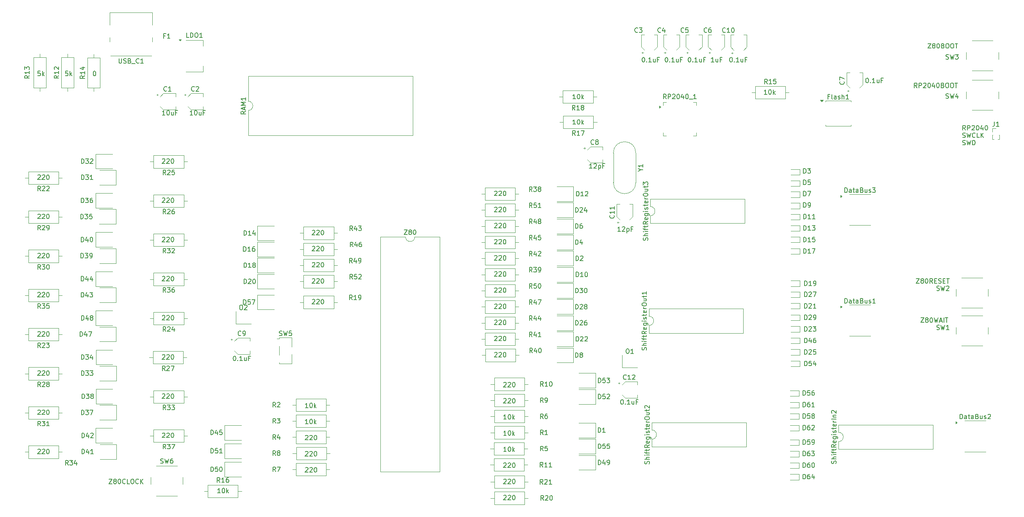
<source format=gbr>
%TF.GenerationSoftware,KiCad,Pcbnew,9.0.6*%
%TF.CreationDate,2025-12-23T10:10:02+01:00*%
%TF.ProjectId,Z80DevBoard,5a383044-6576-4426-9f61-72642e6b6963,rev?*%
%TF.SameCoordinates,Original*%
%TF.FileFunction,Legend,Top*%
%TF.FilePolarity,Positive*%
%FSLAX46Y46*%
G04 Gerber Fmt 4.6, Leading zero omitted, Abs format (unit mm)*
G04 Created by KiCad (PCBNEW 9.0.6) date 2025-12-23 10:10:02*
%MOMM*%
%LPD*%
G01*
G04 APERTURE LIST*
%ADD10C,0.150000*%
%ADD11C,0.120000*%
G04 APERTURE END LIST*
D10*
X145289160Y-95465057D02*
X145336779Y-95417438D01*
X145336779Y-95417438D02*
X145432017Y-95369819D01*
X145432017Y-95369819D02*
X145670112Y-95369819D01*
X145670112Y-95369819D02*
X145765350Y-95417438D01*
X145765350Y-95417438D02*
X145812969Y-95465057D01*
X145812969Y-95465057D02*
X145860588Y-95560295D01*
X145860588Y-95560295D02*
X145860588Y-95655533D01*
X145860588Y-95655533D02*
X145812969Y-95798390D01*
X145812969Y-95798390D02*
X145241541Y-96369819D01*
X145241541Y-96369819D02*
X145860588Y-96369819D01*
X146241541Y-95465057D02*
X146289160Y-95417438D01*
X146289160Y-95417438D02*
X146384398Y-95369819D01*
X146384398Y-95369819D02*
X146622493Y-95369819D01*
X146622493Y-95369819D02*
X146717731Y-95417438D01*
X146717731Y-95417438D02*
X146765350Y-95465057D01*
X146765350Y-95465057D02*
X146812969Y-95560295D01*
X146812969Y-95560295D02*
X146812969Y-95655533D01*
X146812969Y-95655533D02*
X146765350Y-95798390D01*
X146765350Y-95798390D02*
X146193922Y-96369819D01*
X146193922Y-96369819D02*
X146812969Y-96369819D01*
X147432017Y-95369819D02*
X147527255Y-95369819D01*
X147527255Y-95369819D02*
X147622493Y-95417438D01*
X147622493Y-95417438D02*
X147670112Y-95465057D01*
X147670112Y-95465057D02*
X147717731Y-95560295D01*
X147717731Y-95560295D02*
X147765350Y-95750771D01*
X147765350Y-95750771D02*
X147765350Y-95988866D01*
X147765350Y-95988866D02*
X147717731Y-96179342D01*
X147717731Y-96179342D02*
X147670112Y-96274580D01*
X147670112Y-96274580D02*
X147622493Y-96322200D01*
X147622493Y-96322200D02*
X147527255Y-96369819D01*
X147527255Y-96369819D02*
X147432017Y-96369819D01*
X147432017Y-96369819D02*
X147336779Y-96322200D01*
X147336779Y-96322200D02*
X147289160Y-96274580D01*
X147289160Y-96274580D02*
X147241541Y-96179342D01*
X147241541Y-96179342D02*
X147193922Y-95988866D01*
X147193922Y-95988866D02*
X147193922Y-95750771D01*
X147193922Y-95750771D02*
X147241541Y-95560295D01*
X147241541Y-95560295D02*
X147289160Y-95465057D01*
X147289160Y-95465057D02*
X147336779Y-95417438D01*
X147336779Y-95417438D02*
X147432017Y-95369819D01*
X105789160Y-82965057D02*
X105836779Y-82917438D01*
X105836779Y-82917438D02*
X105932017Y-82869819D01*
X105932017Y-82869819D02*
X106170112Y-82869819D01*
X106170112Y-82869819D02*
X106265350Y-82917438D01*
X106265350Y-82917438D02*
X106312969Y-82965057D01*
X106312969Y-82965057D02*
X106360588Y-83060295D01*
X106360588Y-83060295D02*
X106360588Y-83155533D01*
X106360588Y-83155533D02*
X106312969Y-83298390D01*
X106312969Y-83298390D02*
X105741541Y-83869819D01*
X105741541Y-83869819D02*
X106360588Y-83869819D01*
X106741541Y-82965057D02*
X106789160Y-82917438D01*
X106789160Y-82917438D02*
X106884398Y-82869819D01*
X106884398Y-82869819D02*
X107122493Y-82869819D01*
X107122493Y-82869819D02*
X107217731Y-82917438D01*
X107217731Y-82917438D02*
X107265350Y-82965057D01*
X107265350Y-82965057D02*
X107312969Y-83060295D01*
X107312969Y-83060295D02*
X107312969Y-83155533D01*
X107312969Y-83155533D02*
X107265350Y-83298390D01*
X107265350Y-83298390D02*
X106693922Y-83869819D01*
X106693922Y-83869819D02*
X107312969Y-83869819D01*
X107932017Y-82869819D02*
X108027255Y-82869819D01*
X108027255Y-82869819D02*
X108122493Y-82917438D01*
X108122493Y-82917438D02*
X108170112Y-82965057D01*
X108170112Y-82965057D02*
X108217731Y-83060295D01*
X108217731Y-83060295D02*
X108265350Y-83250771D01*
X108265350Y-83250771D02*
X108265350Y-83488866D01*
X108265350Y-83488866D02*
X108217731Y-83679342D01*
X108217731Y-83679342D02*
X108170112Y-83774580D01*
X108170112Y-83774580D02*
X108122493Y-83822200D01*
X108122493Y-83822200D02*
X108027255Y-83869819D01*
X108027255Y-83869819D02*
X107932017Y-83869819D01*
X107932017Y-83869819D02*
X107836779Y-83822200D01*
X107836779Y-83822200D02*
X107789160Y-83774580D01*
X107789160Y-83774580D02*
X107741541Y-83679342D01*
X107741541Y-83679342D02*
X107693922Y-83488866D01*
X107693922Y-83488866D02*
X107693922Y-83250771D01*
X107693922Y-83250771D02*
X107741541Y-83060295D01*
X107741541Y-83060295D02*
X107789160Y-82965057D01*
X107789160Y-82965057D02*
X107836779Y-82917438D01*
X107836779Y-82917438D02*
X107932017Y-82869819D01*
X104289160Y-130965057D02*
X104336779Y-130917438D01*
X104336779Y-130917438D02*
X104432017Y-130869819D01*
X104432017Y-130869819D02*
X104670112Y-130869819D01*
X104670112Y-130869819D02*
X104765350Y-130917438D01*
X104765350Y-130917438D02*
X104812969Y-130965057D01*
X104812969Y-130965057D02*
X104860588Y-131060295D01*
X104860588Y-131060295D02*
X104860588Y-131155533D01*
X104860588Y-131155533D02*
X104812969Y-131298390D01*
X104812969Y-131298390D02*
X104241541Y-131869819D01*
X104241541Y-131869819D02*
X104860588Y-131869819D01*
X105241541Y-130965057D02*
X105289160Y-130917438D01*
X105289160Y-130917438D02*
X105384398Y-130869819D01*
X105384398Y-130869819D02*
X105622493Y-130869819D01*
X105622493Y-130869819D02*
X105717731Y-130917438D01*
X105717731Y-130917438D02*
X105765350Y-130965057D01*
X105765350Y-130965057D02*
X105812969Y-131060295D01*
X105812969Y-131060295D02*
X105812969Y-131155533D01*
X105812969Y-131155533D02*
X105765350Y-131298390D01*
X105765350Y-131298390D02*
X105193922Y-131869819D01*
X105193922Y-131869819D02*
X105812969Y-131869819D01*
X106432017Y-130869819D02*
X106527255Y-130869819D01*
X106527255Y-130869819D02*
X106622493Y-130917438D01*
X106622493Y-130917438D02*
X106670112Y-130965057D01*
X106670112Y-130965057D02*
X106717731Y-131060295D01*
X106717731Y-131060295D02*
X106765350Y-131250771D01*
X106765350Y-131250771D02*
X106765350Y-131488866D01*
X106765350Y-131488866D02*
X106717731Y-131679342D01*
X106717731Y-131679342D02*
X106670112Y-131774580D01*
X106670112Y-131774580D02*
X106622493Y-131822200D01*
X106622493Y-131822200D02*
X106527255Y-131869819D01*
X106527255Y-131869819D02*
X106432017Y-131869819D01*
X106432017Y-131869819D02*
X106336779Y-131822200D01*
X106336779Y-131822200D02*
X106289160Y-131774580D01*
X106289160Y-131774580D02*
X106241541Y-131679342D01*
X106241541Y-131679342D02*
X106193922Y-131488866D01*
X106193922Y-131488866D02*
X106193922Y-131250771D01*
X106193922Y-131250771D02*
X106241541Y-131060295D01*
X106241541Y-131060295D02*
X106289160Y-130965057D01*
X106289160Y-130965057D02*
X106336779Y-130917438D01*
X106336779Y-130917438D02*
X106432017Y-130869819D01*
X237741541Y-101869819D02*
X238408207Y-101869819D01*
X238408207Y-101869819D02*
X237741541Y-102869819D01*
X237741541Y-102869819D02*
X238408207Y-102869819D01*
X238932017Y-102298390D02*
X238836779Y-102250771D01*
X238836779Y-102250771D02*
X238789160Y-102203152D01*
X238789160Y-102203152D02*
X238741541Y-102107914D01*
X238741541Y-102107914D02*
X238741541Y-102060295D01*
X238741541Y-102060295D02*
X238789160Y-101965057D01*
X238789160Y-101965057D02*
X238836779Y-101917438D01*
X238836779Y-101917438D02*
X238932017Y-101869819D01*
X238932017Y-101869819D02*
X239122493Y-101869819D01*
X239122493Y-101869819D02*
X239217731Y-101917438D01*
X239217731Y-101917438D02*
X239265350Y-101965057D01*
X239265350Y-101965057D02*
X239312969Y-102060295D01*
X239312969Y-102060295D02*
X239312969Y-102107914D01*
X239312969Y-102107914D02*
X239265350Y-102203152D01*
X239265350Y-102203152D02*
X239217731Y-102250771D01*
X239217731Y-102250771D02*
X239122493Y-102298390D01*
X239122493Y-102298390D02*
X238932017Y-102298390D01*
X238932017Y-102298390D02*
X238836779Y-102346009D01*
X238836779Y-102346009D02*
X238789160Y-102393628D01*
X238789160Y-102393628D02*
X238741541Y-102488866D01*
X238741541Y-102488866D02*
X238741541Y-102679342D01*
X238741541Y-102679342D02*
X238789160Y-102774580D01*
X238789160Y-102774580D02*
X238836779Y-102822200D01*
X238836779Y-102822200D02*
X238932017Y-102869819D01*
X238932017Y-102869819D02*
X239122493Y-102869819D01*
X239122493Y-102869819D02*
X239217731Y-102822200D01*
X239217731Y-102822200D02*
X239265350Y-102774580D01*
X239265350Y-102774580D02*
X239312969Y-102679342D01*
X239312969Y-102679342D02*
X239312969Y-102488866D01*
X239312969Y-102488866D02*
X239265350Y-102393628D01*
X239265350Y-102393628D02*
X239217731Y-102346009D01*
X239217731Y-102346009D02*
X239122493Y-102298390D01*
X239932017Y-101869819D02*
X240027255Y-101869819D01*
X240027255Y-101869819D02*
X240122493Y-101917438D01*
X240122493Y-101917438D02*
X240170112Y-101965057D01*
X240170112Y-101965057D02*
X240217731Y-102060295D01*
X240217731Y-102060295D02*
X240265350Y-102250771D01*
X240265350Y-102250771D02*
X240265350Y-102488866D01*
X240265350Y-102488866D02*
X240217731Y-102679342D01*
X240217731Y-102679342D02*
X240170112Y-102774580D01*
X240170112Y-102774580D02*
X240122493Y-102822200D01*
X240122493Y-102822200D02*
X240027255Y-102869819D01*
X240027255Y-102869819D02*
X239932017Y-102869819D01*
X239932017Y-102869819D02*
X239836779Y-102822200D01*
X239836779Y-102822200D02*
X239789160Y-102774580D01*
X239789160Y-102774580D02*
X239741541Y-102679342D01*
X239741541Y-102679342D02*
X239693922Y-102488866D01*
X239693922Y-102488866D02*
X239693922Y-102250771D01*
X239693922Y-102250771D02*
X239741541Y-102060295D01*
X239741541Y-102060295D02*
X239789160Y-101965057D01*
X239789160Y-101965057D02*
X239836779Y-101917438D01*
X239836779Y-101917438D02*
X239932017Y-101869819D01*
X240598684Y-101869819D02*
X240836779Y-102869819D01*
X240836779Y-102869819D02*
X241027255Y-102155533D01*
X241027255Y-102155533D02*
X241217731Y-102869819D01*
X241217731Y-102869819D02*
X241455827Y-101869819D01*
X241789160Y-102584104D02*
X242265350Y-102584104D01*
X241693922Y-102869819D02*
X242027255Y-101869819D01*
X242027255Y-101869819D02*
X242360588Y-102869819D01*
X242693922Y-102869819D02*
X242693922Y-101869819D01*
X243027255Y-101869819D02*
X243598683Y-101869819D01*
X243312969Y-102869819D02*
X243312969Y-101869819D01*
X145289160Y-81465057D02*
X145336779Y-81417438D01*
X145336779Y-81417438D02*
X145432017Y-81369819D01*
X145432017Y-81369819D02*
X145670112Y-81369819D01*
X145670112Y-81369819D02*
X145765350Y-81417438D01*
X145765350Y-81417438D02*
X145812969Y-81465057D01*
X145812969Y-81465057D02*
X145860588Y-81560295D01*
X145860588Y-81560295D02*
X145860588Y-81655533D01*
X145860588Y-81655533D02*
X145812969Y-81798390D01*
X145812969Y-81798390D02*
X145241541Y-82369819D01*
X145241541Y-82369819D02*
X145860588Y-82369819D01*
X146241541Y-81465057D02*
X146289160Y-81417438D01*
X146289160Y-81417438D02*
X146384398Y-81369819D01*
X146384398Y-81369819D02*
X146622493Y-81369819D01*
X146622493Y-81369819D02*
X146717731Y-81417438D01*
X146717731Y-81417438D02*
X146765350Y-81465057D01*
X146765350Y-81465057D02*
X146812969Y-81560295D01*
X146812969Y-81560295D02*
X146812969Y-81655533D01*
X146812969Y-81655533D02*
X146765350Y-81798390D01*
X146765350Y-81798390D02*
X146193922Y-82369819D01*
X146193922Y-82369819D02*
X146812969Y-82369819D01*
X147432017Y-81369819D02*
X147527255Y-81369819D01*
X147527255Y-81369819D02*
X147622493Y-81417438D01*
X147622493Y-81417438D02*
X147670112Y-81465057D01*
X147670112Y-81465057D02*
X147717731Y-81560295D01*
X147717731Y-81560295D02*
X147765350Y-81750771D01*
X147765350Y-81750771D02*
X147765350Y-81988866D01*
X147765350Y-81988866D02*
X147717731Y-82179342D01*
X147717731Y-82179342D02*
X147670112Y-82274580D01*
X147670112Y-82274580D02*
X147622493Y-82322200D01*
X147622493Y-82322200D02*
X147527255Y-82369819D01*
X147527255Y-82369819D02*
X147432017Y-82369819D01*
X147432017Y-82369819D02*
X147336779Y-82322200D01*
X147336779Y-82322200D02*
X147289160Y-82274580D01*
X147289160Y-82274580D02*
X147241541Y-82179342D01*
X147241541Y-82179342D02*
X147193922Y-81988866D01*
X147193922Y-81988866D02*
X147193922Y-81750771D01*
X147193922Y-81750771D02*
X147241541Y-81560295D01*
X147241541Y-81560295D02*
X147289160Y-81465057D01*
X147289160Y-81465057D02*
X147336779Y-81417438D01*
X147336779Y-81417438D02*
X147432017Y-81369819D01*
X73289160Y-109965057D02*
X73336779Y-109917438D01*
X73336779Y-109917438D02*
X73432017Y-109869819D01*
X73432017Y-109869819D02*
X73670112Y-109869819D01*
X73670112Y-109869819D02*
X73765350Y-109917438D01*
X73765350Y-109917438D02*
X73812969Y-109965057D01*
X73812969Y-109965057D02*
X73860588Y-110060295D01*
X73860588Y-110060295D02*
X73860588Y-110155533D01*
X73860588Y-110155533D02*
X73812969Y-110298390D01*
X73812969Y-110298390D02*
X73241541Y-110869819D01*
X73241541Y-110869819D02*
X73860588Y-110869819D01*
X74241541Y-109965057D02*
X74289160Y-109917438D01*
X74289160Y-109917438D02*
X74384398Y-109869819D01*
X74384398Y-109869819D02*
X74622493Y-109869819D01*
X74622493Y-109869819D02*
X74717731Y-109917438D01*
X74717731Y-109917438D02*
X74765350Y-109965057D01*
X74765350Y-109965057D02*
X74812969Y-110060295D01*
X74812969Y-110060295D02*
X74812969Y-110155533D01*
X74812969Y-110155533D02*
X74765350Y-110298390D01*
X74765350Y-110298390D02*
X74193922Y-110869819D01*
X74193922Y-110869819D02*
X74812969Y-110869819D01*
X75432017Y-109869819D02*
X75527255Y-109869819D01*
X75527255Y-109869819D02*
X75622493Y-109917438D01*
X75622493Y-109917438D02*
X75670112Y-109965057D01*
X75670112Y-109965057D02*
X75717731Y-110060295D01*
X75717731Y-110060295D02*
X75765350Y-110250771D01*
X75765350Y-110250771D02*
X75765350Y-110488866D01*
X75765350Y-110488866D02*
X75717731Y-110679342D01*
X75717731Y-110679342D02*
X75670112Y-110774580D01*
X75670112Y-110774580D02*
X75622493Y-110822200D01*
X75622493Y-110822200D02*
X75527255Y-110869819D01*
X75527255Y-110869819D02*
X75432017Y-110869819D01*
X75432017Y-110869819D02*
X75336779Y-110822200D01*
X75336779Y-110822200D02*
X75289160Y-110774580D01*
X75289160Y-110774580D02*
X75241541Y-110679342D01*
X75241541Y-110679342D02*
X75193922Y-110488866D01*
X75193922Y-110488866D02*
X75193922Y-110250771D01*
X75193922Y-110250771D02*
X75241541Y-110060295D01*
X75241541Y-110060295D02*
X75289160Y-109965057D01*
X75289160Y-109965057D02*
X75336779Y-109917438D01*
X75336779Y-109917438D02*
X75432017Y-109869819D01*
X162860588Y-54369819D02*
X162289160Y-54369819D01*
X162574874Y-54369819D02*
X162574874Y-53369819D01*
X162574874Y-53369819D02*
X162479636Y-53512676D01*
X162479636Y-53512676D02*
X162384398Y-53607914D01*
X162384398Y-53607914D02*
X162289160Y-53655533D01*
X163479636Y-53369819D02*
X163574874Y-53369819D01*
X163574874Y-53369819D02*
X163670112Y-53417438D01*
X163670112Y-53417438D02*
X163717731Y-53465057D01*
X163717731Y-53465057D02*
X163765350Y-53560295D01*
X163765350Y-53560295D02*
X163812969Y-53750771D01*
X163812969Y-53750771D02*
X163812969Y-53988866D01*
X163812969Y-53988866D02*
X163765350Y-54179342D01*
X163765350Y-54179342D02*
X163717731Y-54274580D01*
X163717731Y-54274580D02*
X163670112Y-54322200D01*
X163670112Y-54322200D02*
X163574874Y-54369819D01*
X163574874Y-54369819D02*
X163479636Y-54369819D01*
X163479636Y-54369819D02*
X163384398Y-54322200D01*
X163384398Y-54322200D02*
X163336779Y-54274580D01*
X163336779Y-54274580D02*
X163289160Y-54179342D01*
X163289160Y-54179342D02*
X163241541Y-53988866D01*
X163241541Y-53988866D02*
X163241541Y-53750771D01*
X163241541Y-53750771D02*
X163289160Y-53560295D01*
X163289160Y-53560295D02*
X163336779Y-53465057D01*
X163336779Y-53465057D02*
X163384398Y-53417438D01*
X163384398Y-53417438D02*
X163479636Y-53369819D01*
X164241541Y-54369819D02*
X164241541Y-53369819D01*
X164336779Y-53988866D02*
X164622493Y-54369819D01*
X164622493Y-53703152D02*
X164241541Y-54084104D01*
X236741541Y-93369819D02*
X237408207Y-93369819D01*
X237408207Y-93369819D02*
X236741541Y-94369819D01*
X236741541Y-94369819D02*
X237408207Y-94369819D01*
X237932017Y-93798390D02*
X237836779Y-93750771D01*
X237836779Y-93750771D02*
X237789160Y-93703152D01*
X237789160Y-93703152D02*
X237741541Y-93607914D01*
X237741541Y-93607914D02*
X237741541Y-93560295D01*
X237741541Y-93560295D02*
X237789160Y-93465057D01*
X237789160Y-93465057D02*
X237836779Y-93417438D01*
X237836779Y-93417438D02*
X237932017Y-93369819D01*
X237932017Y-93369819D02*
X238122493Y-93369819D01*
X238122493Y-93369819D02*
X238217731Y-93417438D01*
X238217731Y-93417438D02*
X238265350Y-93465057D01*
X238265350Y-93465057D02*
X238312969Y-93560295D01*
X238312969Y-93560295D02*
X238312969Y-93607914D01*
X238312969Y-93607914D02*
X238265350Y-93703152D01*
X238265350Y-93703152D02*
X238217731Y-93750771D01*
X238217731Y-93750771D02*
X238122493Y-93798390D01*
X238122493Y-93798390D02*
X237932017Y-93798390D01*
X237932017Y-93798390D02*
X237836779Y-93846009D01*
X237836779Y-93846009D02*
X237789160Y-93893628D01*
X237789160Y-93893628D02*
X237741541Y-93988866D01*
X237741541Y-93988866D02*
X237741541Y-94179342D01*
X237741541Y-94179342D02*
X237789160Y-94274580D01*
X237789160Y-94274580D02*
X237836779Y-94322200D01*
X237836779Y-94322200D02*
X237932017Y-94369819D01*
X237932017Y-94369819D02*
X238122493Y-94369819D01*
X238122493Y-94369819D02*
X238217731Y-94322200D01*
X238217731Y-94322200D02*
X238265350Y-94274580D01*
X238265350Y-94274580D02*
X238312969Y-94179342D01*
X238312969Y-94179342D02*
X238312969Y-93988866D01*
X238312969Y-93988866D02*
X238265350Y-93893628D01*
X238265350Y-93893628D02*
X238217731Y-93846009D01*
X238217731Y-93846009D02*
X238122493Y-93798390D01*
X238932017Y-93369819D02*
X239027255Y-93369819D01*
X239027255Y-93369819D02*
X239122493Y-93417438D01*
X239122493Y-93417438D02*
X239170112Y-93465057D01*
X239170112Y-93465057D02*
X239217731Y-93560295D01*
X239217731Y-93560295D02*
X239265350Y-93750771D01*
X239265350Y-93750771D02*
X239265350Y-93988866D01*
X239265350Y-93988866D02*
X239217731Y-94179342D01*
X239217731Y-94179342D02*
X239170112Y-94274580D01*
X239170112Y-94274580D02*
X239122493Y-94322200D01*
X239122493Y-94322200D02*
X239027255Y-94369819D01*
X239027255Y-94369819D02*
X238932017Y-94369819D01*
X238932017Y-94369819D02*
X238836779Y-94322200D01*
X238836779Y-94322200D02*
X238789160Y-94274580D01*
X238789160Y-94274580D02*
X238741541Y-94179342D01*
X238741541Y-94179342D02*
X238693922Y-93988866D01*
X238693922Y-93988866D02*
X238693922Y-93750771D01*
X238693922Y-93750771D02*
X238741541Y-93560295D01*
X238741541Y-93560295D02*
X238789160Y-93465057D01*
X238789160Y-93465057D02*
X238836779Y-93417438D01*
X238836779Y-93417438D02*
X238932017Y-93369819D01*
X240265350Y-94369819D02*
X239932017Y-93893628D01*
X239693922Y-94369819D02*
X239693922Y-93369819D01*
X239693922Y-93369819D02*
X240074874Y-93369819D01*
X240074874Y-93369819D02*
X240170112Y-93417438D01*
X240170112Y-93417438D02*
X240217731Y-93465057D01*
X240217731Y-93465057D02*
X240265350Y-93560295D01*
X240265350Y-93560295D02*
X240265350Y-93703152D01*
X240265350Y-93703152D02*
X240217731Y-93798390D01*
X240217731Y-93798390D02*
X240170112Y-93846009D01*
X240170112Y-93846009D02*
X240074874Y-93893628D01*
X240074874Y-93893628D02*
X239693922Y-93893628D01*
X240693922Y-93846009D02*
X241027255Y-93846009D01*
X241170112Y-94369819D02*
X240693922Y-94369819D01*
X240693922Y-94369819D02*
X240693922Y-93369819D01*
X240693922Y-93369819D02*
X241170112Y-93369819D01*
X241551065Y-94322200D02*
X241693922Y-94369819D01*
X241693922Y-94369819D02*
X241932017Y-94369819D01*
X241932017Y-94369819D02*
X242027255Y-94322200D01*
X242027255Y-94322200D02*
X242074874Y-94274580D01*
X242074874Y-94274580D02*
X242122493Y-94179342D01*
X242122493Y-94179342D02*
X242122493Y-94084104D01*
X242122493Y-94084104D02*
X242074874Y-93988866D01*
X242074874Y-93988866D02*
X242027255Y-93941247D01*
X242027255Y-93941247D02*
X241932017Y-93893628D01*
X241932017Y-93893628D02*
X241741541Y-93846009D01*
X241741541Y-93846009D02*
X241646303Y-93798390D01*
X241646303Y-93798390D02*
X241598684Y-93750771D01*
X241598684Y-93750771D02*
X241551065Y-93655533D01*
X241551065Y-93655533D02*
X241551065Y-93560295D01*
X241551065Y-93560295D02*
X241598684Y-93465057D01*
X241598684Y-93465057D02*
X241646303Y-93417438D01*
X241646303Y-93417438D02*
X241741541Y-93369819D01*
X241741541Y-93369819D02*
X241979636Y-93369819D01*
X241979636Y-93369819D02*
X242122493Y-93417438D01*
X242551065Y-93846009D02*
X242884398Y-93846009D01*
X243027255Y-94369819D02*
X242551065Y-94369819D01*
X242551065Y-94369819D02*
X242551065Y-93369819D01*
X242551065Y-93369819D02*
X243027255Y-93369819D01*
X243312970Y-93369819D02*
X243884398Y-93369819D01*
X243598684Y-94369819D02*
X243598684Y-93369819D01*
X46289160Y-130465057D02*
X46336779Y-130417438D01*
X46336779Y-130417438D02*
X46432017Y-130369819D01*
X46432017Y-130369819D02*
X46670112Y-130369819D01*
X46670112Y-130369819D02*
X46765350Y-130417438D01*
X46765350Y-130417438D02*
X46812969Y-130465057D01*
X46812969Y-130465057D02*
X46860588Y-130560295D01*
X46860588Y-130560295D02*
X46860588Y-130655533D01*
X46860588Y-130655533D02*
X46812969Y-130798390D01*
X46812969Y-130798390D02*
X46241541Y-131369819D01*
X46241541Y-131369819D02*
X46860588Y-131369819D01*
X47241541Y-130465057D02*
X47289160Y-130417438D01*
X47289160Y-130417438D02*
X47384398Y-130369819D01*
X47384398Y-130369819D02*
X47622493Y-130369819D01*
X47622493Y-130369819D02*
X47717731Y-130417438D01*
X47717731Y-130417438D02*
X47765350Y-130465057D01*
X47765350Y-130465057D02*
X47812969Y-130560295D01*
X47812969Y-130560295D02*
X47812969Y-130655533D01*
X47812969Y-130655533D02*
X47765350Y-130798390D01*
X47765350Y-130798390D02*
X47193922Y-131369819D01*
X47193922Y-131369819D02*
X47812969Y-131369819D01*
X48432017Y-130369819D02*
X48527255Y-130369819D01*
X48527255Y-130369819D02*
X48622493Y-130417438D01*
X48622493Y-130417438D02*
X48670112Y-130465057D01*
X48670112Y-130465057D02*
X48717731Y-130560295D01*
X48717731Y-130560295D02*
X48765350Y-130750771D01*
X48765350Y-130750771D02*
X48765350Y-130988866D01*
X48765350Y-130988866D02*
X48717731Y-131179342D01*
X48717731Y-131179342D02*
X48670112Y-131274580D01*
X48670112Y-131274580D02*
X48622493Y-131322200D01*
X48622493Y-131322200D02*
X48527255Y-131369819D01*
X48527255Y-131369819D02*
X48432017Y-131369819D01*
X48432017Y-131369819D02*
X48336779Y-131322200D01*
X48336779Y-131322200D02*
X48289160Y-131274580D01*
X48289160Y-131274580D02*
X48241541Y-131179342D01*
X48241541Y-131179342D02*
X48193922Y-130988866D01*
X48193922Y-130988866D02*
X48193922Y-130750771D01*
X48193922Y-130750771D02*
X48241541Y-130560295D01*
X48241541Y-130560295D02*
X48289160Y-130465057D01*
X48289160Y-130465057D02*
X48336779Y-130417438D01*
X48336779Y-130417438D02*
X48432017Y-130369819D01*
X104860588Y-121369819D02*
X104289160Y-121369819D01*
X104574874Y-121369819D02*
X104574874Y-120369819D01*
X104574874Y-120369819D02*
X104479636Y-120512676D01*
X104479636Y-120512676D02*
X104384398Y-120607914D01*
X104384398Y-120607914D02*
X104289160Y-120655533D01*
X105479636Y-120369819D02*
X105574874Y-120369819D01*
X105574874Y-120369819D02*
X105670112Y-120417438D01*
X105670112Y-120417438D02*
X105717731Y-120465057D01*
X105717731Y-120465057D02*
X105765350Y-120560295D01*
X105765350Y-120560295D02*
X105812969Y-120750771D01*
X105812969Y-120750771D02*
X105812969Y-120988866D01*
X105812969Y-120988866D02*
X105765350Y-121179342D01*
X105765350Y-121179342D02*
X105717731Y-121274580D01*
X105717731Y-121274580D02*
X105670112Y-121322200D01*
X105670112Y-121322200D02*
X105574874Y-121369819D01*
X105574874Y-121369819D02*
X105479636Y-121369819D01*
X105479636Y-121369819D02*
X105384398Y-121322200D01*
X105384398Y-121322200D02*
X105336779Y-121274580D01*
X105336779Y-121274580D02*
X105289160Y-121179342D01*
X105289160Y-121179342D02*
X105241541Y-120988866D01*
X105241541Y-120988866D02*
X105241541Y-120750771D01*
X105241541Y-120750771D02*
X105289160Y-120560295D01*
X105289160Y-120560295D02*
X105336779Y-120465057D01*
X105336779Y-120465057D02*
X105384398Y-120417438D01*
X105384398Y-120417438D02*
X105479636Y-120369819D01*
X106241541Y-121369819D02*
X106241541Y-120369819D01*
X106336779Y-120988866D02*
X106622493Y-121369819D01*
X106622493Y-120703152D02*
X106241541Y-121084104D01*
X79860588Y-57869819D02*
X79289160Y-57869819D01*
X79574874Y-57869819D02*
X79574874Y-56869819D01*
X79574874Y-56869819D02*
X79479636Y-57012676D01*
X79479636Y-57012676D02*
X79384398Y-57107914D01*
X79384398Y-57107914D02*
X79289160Y-57155533D01*
X80479636Y-56869819D02*
X80574874Y-56869819D01*
X80574874Y-56869819D02*
X80670112Y-56917438D01*
X80670112Y-56917438D02*
X80717731Y-56965057D01*
X80717731Y-56965057D02*
X80765350Y-57060295D01*
X80765350Y-57060295D02*
X80812969Y-57250771D01*
X80812969Y-57250771D02*
X80812969Y-57488866D01*
X80812969Y-57488866D02*
X80765350Y-57679342D01*
X80765350Y-57679342D02*
X80717731Y-57774580D01*
X80717731Y-57774580D02*
X80670112Y-57822200D01*
X80670112Y-57822200D02*
X80574874Y-57869819D01*
X80574874Y-57869819D02*
X80479636Y-57869819D01*
X80479636Y-57869819D02*
X80384398Y-57822200D01*
X80384398Y-57822200D02*
X80336779Y-57774580D01*
X80336779Y-57774580D02*
X80289160Y-57679342D01*
X80289160Y-57679342D02*
X80241541Y-57488866D01*
X80241541Y-57488866D02*
X80241541Y-57250771D01*
X80241541Y-57250771D02*
X80289160Y-57060295D01*
X80289160Y-57060295D02*
X80336779Y-56965057D01*
X80336779Y-56965057D02*
X80384398Y-56917438D01*
X80384398Y-56917438D02*
X80479636Y-56869819D01*
X81670112Y-57203152D02*
X81670112Y-57869819D01*
X81241541Y-57203152D02*
X81241541Y-57726961D01*
X81241541Y-57726961D02*
X81289160Y-57822200D01*
X81289160Y-57822200D02*
X81384398Y-57869819D01*
X81384398Y-57869819D02*
X81527255Y-57869819D01*
X81527255Y-57869819D02*
X81622493Y-57822200D01*
X81622493Y-57822200D02*
X81670112Y-57774580D01*
X82479636Y-57346009D02*
X82146303Y-57346009D01*
X82146303Y-57869819D02*
X82146303Y-56869819D01*
X82146303Y-56869819D02*
X82622493Y-56869819D01*
X147860588Y-127369819D02*
X147289160Y-127369819D01*
X147574874Y-127369819D02*
X147574874Y-126369819D01*
X147574874Y-126369819D02*
X147479636Y-126512676D01*
X147479636Y-126512676D02*
X147384398Y-126607914D01*
X147384398Y-126607914D02*
X147289160Y-126655533D01*
X148479636Y-126369819D02*
X148574874Y-126369819D01*
X148574874Y-126369819D02*
X148670112Y-126417438D01*
X148670112Y-126417438D02*
X148717731Y-126465057D01*
X148717731Y-126465057D02*
X148765350Y-126560295D01*
X148765350Y-126560295D02*
X148812969Y-126750771D01*
X148812969Y-126750771D02*
X148812969Y-126988866D01*
X148812969Y-126988866D02*
X148765350Y-127179342D01*
X148765350Y-127179342D02*
X148717731Y-127274580D01*
X148717731Y-127274580D02*
X148670112Y-127322200D01*
X148670112Y-127322200D02*
X148574874Y-127369819D01*
X148574874Y-127369819D02*
X148479636Y-127369819D01*
X148479636Y-127369819D02*
X148384398Y-127322200D01*
X148384398Y-127322200D02*
X148336779Y-127274580D01*
X148336779Y-127274580D02*
X148289160Y-127179342D01*
X148289160Y-127179342D02*
X148241541Y-126988866D01*
X148241541Y-126988866D02*
X148241541Y-126750771D01*
X148241541Y-126750771D02*
X148289160Y-126560295D01*
X148289160Y-126560295D02*
X148336779Y-126465057D01*
X148336779Y-126465057D02*
X148384398Y-126417438D01*
X148384398Y-126417438D02*
X148479636Y-126369819D01*
X149241541Y-127369819D02*
X149241541Y-126369819D01*
X149336779Y-126988866D02*
X149622493Y-127369819D01*
X149622493Y-126703152D02*
X149241541Y-127084104D01*
X147860588Y-123869819D02*
X147289160Y-123869819D01*
X147574874Y-123869819D02*
X147574874Y-122869819D01*
X147574874Y-122869819D02*
X147479636Y-123012676D01*
X147479636Y-123012676D02*
X147384398Y-123107914D01*
X147384398Y-123107914D02*
X147289160Y-123155533D01*
X148479636Y-122869819D02*
X148574874Y-122869819D01*
X148574874Y-122869819D02*
X148670112Y-122917438D01*
X148670112Y-122917438D02*
X148717731Y-122965057D01*
X148717731Y-122965057D02*
X148765350Y-123060295D01*
X148765350Y-123060295D02*
X148812969Y-123250771D01*
X148812969Y-123250771D02*
X148812969Y-123488866D01*
X148812969Y-123488866D02*
X148765350Y-123679342D01*
X148765350Y-123679342D02*
X148717731Y-123774580D01*
X148717731Y-123774580D02*
X148670112Y-123822200D01*
X148670112Y-123822200D02*
X148574874Y-123869819D01*
X148574874Y-123869819D02*
X148479636Y-123869819D01*
X148479636Y-123869819D02*
X148384398Y-123822200D01*
X148384398Y-123822200D02*
X148336779Y-123774580D01*
X148336779Y-123774580D02*
X148289160Y-123679342D01*
X148289160Y-123679342D02*
X148241541Y-123488866D01*
X148241541Y-123488866D02*
X148241541Y-123250771D01*
X148241541Y-123250771D02*
X148289160Y-123060295D01*
X148289160Y-123060295D02*
X148336779Y-122965057D01*
X148336779Y-122965057D02*
X148384398Y-122917438D01*
X148384398Y-122917438D02*
X148479636Y-122869819D01*
X149241541Y-123869819D02*
X149241541Y-122869819D01*
X149336779Y-123488866D02*
X149622493Y-123869819D01*
X149622493Y-123203152D02*
X149241541Y-123584104D01*
X166469088Y-69433819D02*
X165897660Y-69433819D01*
X166183374Y-69433819D02*
X166183374Y-68433819D01*
X166183374Y-68433819D02*
X166088136Y-68576676D01*
X166088136Y-68576676D02*
X165992898Y-68671914D01*
X165992898Y-68671914D02*
X165897660Y-68719533D01*
X166850041Y-68529057D02*
X166897660Y-68481438D01*
X166897660Y-68481438D02*
X166992898Y-68433819D01*
X166992898Y-68433819D02*
X167230993Y-68433819D01*
X167230993Y-68433819D02*
X167326231Y-68481438D01*
X167326231Y-68481438D02*
X167373850Y-68529057D01*
X167373850Y-68529057D02*
X167421469Y-68624295D01*
X167421469Y-68624295D02*
X167421469Y-68719533D01*
X167421469Y-68719533D02*
X167373850Y-68862390D01*
X167373850Y-68862390D02*
X166802422Y-69433819D01*
X166802422Y-69433819D02*
X167421469Y-69433819D01*
X167850041Y-68767152D02*
X167850041Y-69767152D01*
X167850041Y-68814771D02*
X167945279Y-68767152D01*
X167945279Y-68767152D02*
X168135755Y-68767152D01*
X168135755Y-68767152D02*
X168230993Y-68814771D01*
X168230993Y-68814771D02*
X168278612Y-68862390D01*
X168278612Y-68862390D02*
X168326231Y-68957628D01*
X168326231Y-68957628D02*
X168326231Y-69243342D01*
X168326231Y-69243342D02*
X168278612Y-69338580D01*
X168278612Y-69338580D02*
X168230993Y-69386200D01*
X168230993Y-69386200D02*
X168135755Y-69433819D01*
X168135755Y-69433819D02*
X167945279Y-69433819D01*
X167945279Y-69433819D02*
X167850041Y-69386200D01*
X169088136Y-68910009D02*
X168754803Y-68910009D01*
X168754803Y-69433819D02*
X168754803Y-68433819D01*
X168754803Y-68433819D02*
X169230993Y-68433819D01*
X147289160Y-136965057D02*
X147336779Y-136917438D01*
X147336779Y-136917438D02*
X147432017Y-136869819D01*
X147432017Y-136869819D02*
X147670112Y-136869819D01*
X147670112Y-136869819D02*
X147765350Y-136917438D01*
X147765350Y-136917438D02*
X147812969Y-136965057D01*
X147812969Y-136965057D02*
X147860588Y-137060295D01*
X147860588Y-137060295D02*
X147860588Y-137155533D01*
X147860588Y-137155533D02*
X147812969Y-137298390D01*
X147812969Y-137298390D02*
X147241541Y-137869819D01*
X147241541Y-137869819D02*
X147860588Y-137869819D01*
X148241541Y-136965057D02*
X148289160Y-136917438D01*
X148289160Y-136917438D02*
X148384398Y-136869819D01*
X148384398Y-136869819D02*
X148622493Y-136869819D01*
X148622493Y-136869819D02*
X148717731Y-136917438D01*
X148717731Y-136917438D02*
X148765350Y-136965057D01*
X148765350Y-136965057D02*
X148812969Y-137060295D01*
X148812969Y-137060295D02*
X148812969Y-137155533D01*
X148812969Y-137155533D02*
X148765350Y-137298390D01*
X148765350Y-137298390D02*
X148193922Y-137869819D01*
X148193922Y-137869819D02*
X148812969Y-137869819D01*
X149432017Y-136869819D02*
X149527255Y-136869819D01*
X149527255Y-136869819D02*
X149622493Y-136917438D01*
X149622493Y-136917438D02*
X149670112Y-136965057D01*
X149670112Y-136965057D02*
X149717731Y-137060295D01*
X149717731Y-137060295D02*
X149765350Y-137250771D01*
X149765350Y-137250771D02*
X149765350Y-137488866D01*
X149765350Y-137488866D02*
X149717731Y-137679342D01*
X149717731Y-137679342D02*
X149670112Y-137774580D01*
X149670112Y-137774580D02*
X149622493Y-137822200D01*
X149622493Y-137822200D02*
X149527255Y-137869819D01*
X149527255Y-137869819D02*
X149432017Y-137869819D01*
X149432017Y-137869819D02*
X149336779Y-137822200D01*
X149336779Y-137822200D02*
X149289160Y-137774580D01*
X149289160Y-137774580D02*
X149241541Y-137679342D01*
X149241541Y-137679342D02*
X149193922Y-137488866D01*
X149193922Y-137488866D02*
X149193922Y-137250771D01*
X149193922Y-137250771D02*
X149241541Y-137060295D01*
X149241541Y-137060295D02*
X149289160Y-136965057D01*
X149289160Y-136965057D02*
X149336779Y-136917438D01*
X149336779Y-136917438D02*
X149432017Y-136869819D01*
X73289160Y-126965057D02*
X73336779Y-126917438D01*
X73336779Y-126917438D02*
X73432017Y-126869819D01*
X73432017Y-126869819D02*
X73670112Y-126869819D01*
X73670112Y-126869819D02*
X73765350Y-126917438D01*
X73765350Y-126917438D02*
X73812969Y-126965057D01*
X73812969Y-126965057D02*
X73860588Y-127060295D01*
X73860588Y-127060295D02*
X73860588Y-127155533D01*
X73860588Y-127155533D02*
X73812969Y-127298390D01*
X73812969Y-127298390D02*
X73241541Y-127869819D01*
X73241541Y-127869819D02*
X73860588Y-127869819D01*
X74241541Y-126965057D02*
X74289160Y-126917438D01*
X74289160Y-126917438D02*
X74384398Y-126869819D01*
X74384398Y-126869819D02*
X74622493Y-126869819D01*
X74622493Y-126869819D02*
X74717731Y-126917438D01*
X74717731Y-126917438D02*
X74765350Y-126965057D01*
X74765350Y-126965057D02*
X74812969Y-127060295D01*
X74812969Y-127060295D02*
X74812969Y-127155533D01*
X74812969Y-127155533D02*
X74765350Y-127298390D01*
X74765350Y-127298390D02*
X74193922Y-127869819D01*
X74193922Y-127869819D02*
X74812969Y-127869819D01*
X75432017Y-126869819D02*
X75527255Y-126869819D01*
X75527255Y-126869819D02*
X75622493Y-126917438D01*
X75622493Y-126917438D02*
X75670112Y-126965057D01*
X75670112Y-126965057D02*
X75717731Y-127060295D01*
X75717731Y-127060295D02*
X75765350Y-127250771D01*
X75765350Y-127250771D02*
X75765350Y-127488866D01*
X75765350Y-127488866D02*
X75717731Y-127679342D01*
X75717731Y-127679342D02*
X75670112Y-127774580D01*
X75670112Y-127774580D02*
X75622493Y-127822200D01*
X75622493Y-127822200D02*
X75527255Y-127869819D01*
X75527255Y-127869819D02*
X75432017Y-127869819D01*
X75432017Y-127869819D02*
X75336779Y-127822200D01*
X75336779Y-127822200D02*
X75289160Y-127774580D01*
X75289160Y-127774580D02*
X75241541Y-127679342D01*
X75241541Y-127679342D02*
X75193922Y-127488866D01*
X75193922Y-127488866D02*
X75193922Y-127250771D01*
X75193922Y-127250771D02*
X75241541Y-127060295D01*
X75241541Y-127060295D02*
X75289160Y-126965057D01*
X75289160Y-126965057D02*
X75336779Y-126917438D01*
X75336779Y-126917438D02*
X75432017Y-126869819D01*
X46289160Y-121965057D02*
X46336779Y-121917438D01*
X46336779Y-121917438D02*
X46432017Y-121869819D01*
X46432017Y-121869819D02*
X46670112Y-121869819D01*
X46670112Y-121869819D02*
X46765350Y-121917438D01*
X46765350Y-121917438D02*
X46812969Y-121965057D01*
X46812969Y-121965057D02*
X46860588Y-122060295D01*
X46860588Y-122060295D02*
X46860588Y-122155533D01*
X46860588Y-122155533D02*
X46812969Y-122298390D01*
X46812969Y-122298390D02*
X46241541Y-122869819D01*
X46241541Y-122869819D02*
X46860588Y-122869819D01*
X47241541Y-121965057D02*
X47289160Y-121917438D01*
X47289160Y-121917438D02*
X47384398Y-121869819D01*
X47384398Y-121869819D02*
X47622493Y-121869819D01*
X47622493Y-121869819D02*
X47717731Y-121917438D01*
X47717731Y-121917438D02*
X47765350Y-121965057D01*
X47765350Y-121965057D02*
X47812969Y-122060295D01*
X47812969Y-122060295D02*
X47812969Y-122155533D01*
X47812969Y-122155533D02*
X47765350Y-122298390D01*
X47765350Y-122298390D02*
X47193922Y-122869819D01*
X47193922Y-122869819D02*
X47812969Y-122869819D01*
X48432017Y-121869819D02*
X48527255Y-121869819D01*
X48527255Y-121869819D02*
X48622493Y-121917438D01*
X48622493Y-121917438D02*
X48670112Y-121965057D01*
X48670112Y-121965057D02*
X48717731Y-122060295D01*
X48717731Y-122060295D02*
X48765350Y-122250771D01*
X48765350Y-122250771D02*
X48765350Y-122488866D01*
X48765350Y-122488866D02*
X48717731Y-122679342D01*
X48717731Y-122679342D02*
X48670112Y-122774580D01*
X48670112Y-122774580D02*
X48622493Y-122822200D01*
X48622493Y-122822200D02*
X48527255Y-122869819D01*
X48527255Y-122869819D02*
X48432017Y-122869819D01*
X48432017Y-122869819D02*
X48336779Y-122822200D01*
X48336779Y-122822200D02*
X48289160Y-122774580D01*
X48289160Y-122774580D02*
X48241541Y-122679342D01*
X48241541Y-122679342D02*
X48193922Y-122488866D01*
X48193922Y-122488866D02*
X48193922Y-122250771D01*
X48193922Y-122250771D02*
X48241541Y-122060295D01*
X48241541Y-122060295D02*
X48289160Y-121965057D01*
X48289160Y-121965057D02*
X48336779Y-121917438D01*
X48336779Y-121917438D02*
X48432017Y-121869819D01*
X46812969Y-48369819D02*
X46336779Y-48369819D01*
X46336779Y-48369819D02*
X46289160Y-48846009D01*
X46289160Y-48846009D02*
X46336779Y-48798390D01*
X46336779Y-48798390D02*
X46432017Y-48750771D01*
X46432017Y-48750771D02*
X46670112Y-48750771D01*
X46670112Y-48750771D02*
X46765350Y-48798390D01*
X46765350Y-48798390D02*
X46812969Y-48846009D01*
X46812969Y-48846009D02*
X46860588Y-48941247D01*
X46860588Y-48941247D02*
X46860588Y-49179342D01*
X46860588Y-49179342D02*
X46812969Y-49274580D01*
X46812969Y-49274580D02*
X46765350Y-49322200D01*
X46765350Y-49322200D02*
X46670112Y-49369819D01*
X46670112Y-49369819D02*
X46432017Y-49369819D01*
X46432017Y-49369819D02*
X46336779Y-49322200D01*
X46336779Y-49322200D02*
X46289160Y-49274580D01*
X47289160Y-49369819D02*
X47289160Y-48369819D01*
X47384398Y-48988866D02*
X47670112Y-49369819D01*
X47670112Y-48703152D02*
X47289160Y-49084104D01*
X85860588Y-139869819D02*
X85289160Y-139869819D01*
X85574874Y-139869819D02*
X85574874Y-138869819D01*
X85574874Y-138869819D02*
X85479636Y-139012676D01*
X85479636Y-139012676D02*
X85384398Y-139107914D01*
X85384398Y-139107914D02*
X85289160Y-139155533D01*
X86479636Y-138869819D02*
X86574874Y-138869819D01*
X86574874Y-138869819D02*
X86670112Y-138917438D01*
X86670112Y-138917438D02*
X86717731Y-138965057D01*
X86717731Y-138965057D02*
X86765350Y-139060295D01*
X86765350Y-139060295D02*
X86812969Y-139250771D01*
X86812969Y-139250771D02*
X86812969Y-139488866D01*
X86812969Y-139488866D02*
X86765350Y-139679342D01*
X86765350Y-139679342D02*
X86717731Y-139774580D01*
X86717731Y-139774580D02*
X86670112Y-139822200D01*
X86670112Y-139822200D02*
X86574874Y-139869819D01*
X86574874Y-139869819D02*
X86479636Y-139869819D01*
X86479636Y-139869819D02*
X86384398Y-139822200D01*
X86384398Y-139822200D02*
X86336779Y-139774580D01*
X86336779Y-139774580D02*
X86289160Y-139679342D01*
X86289160Y-139679342D02*
X86241541Y-139488866D01*
X86241541Y-139488866D02*
X86241541Y-139250771D01*
X86241541Y-139250771D02*
X86289160Y-139060295D01*
X86289160Y-139060295D02*
X86336779Y-138965057D01*
X86336779Y-138965057D02*
X86384398Y-138917438D01*
X86384398Y-138917438D02*
X86479636Y-138869819D01*
X87241541Y-139869819D02*
X87241541Y-138869819D01*
X87336779Y-139488866D02*
X87622493Y-139869819D01*
X87622493Y-139203152D02*
X87241541Y-139584104D01*
X145289160Y-77965057D02*
X145336779Y-77917438D01*
X145336779Y-77917438D02*
X145432017Y-77869819D01*
X145432017Y-77869819D02*
X145670112Y-77869819D01*
X145670112Y-77869819D02*
X145765350Y-77917438D01*
X145765350Y-77917438D02*
X145812969Y-77965057D01*
X145812969Y-77965057D02*
X145860588Y-78060295D01*
X145860588Y-78060295D02*
X145860588Y-78155533D01*
X145860588Y-78155533D02*
X145812969Y-78298390D01*
X145812969Y-78298390D02*
X145241541Y-78869819D01*
X145241541Y-78869819D02*
X145860588Y-78869819D01*
X146241541Y-77965057D02*
X146289160Y-77917438D01*
X146289160Y-77917438D02*
X146384398Y-77869819D01*
X146384398Y-77869819D02*
X146622493Y-77869819D01*
X146622493Y-77869819D02*
X146717731Y-77917438D01*
X146717731Y-77917438D02*
X146765350Y-77965057D01*
X146765350Y-77965057D02*
X146812969Y-78060295D01*
X146812969Y-78060295D02*
X146812969Y-78155533D01*
X146812969Y-78155533D02*
X146765350Y-78298390D01*
X146765350Y-78298390D02*
X146193922Y-78869819D01*
X146193922Y-78869819D02*
X146812969Y-78869819D01*
X147432017Y-77869819D02*
X147527255Y-77869819D01*
X147527255Y-77869819D02*
X147622493Y-77917438D01*
X147622493Y-77917438D02*
X147670112Y-77965057D01*
X147670112Y-77965057D02*
X147717731Y-78060295D01*
X147717731Y-78060295D02*
X147765350Y-78250771D01*
X147765350Y-78250771D02*
X147765350Y-78488866D01*
X147765350Y-78488866D02*
X147717731Y-78679342D01*
X147717731Y-78679342D02*
X147670112Y-78774580D01*
X147670112Y-78774580D02*
X147622493Y-78822200D01*
X147622493Y-78822200D02*
X147527255Y-78869819D01*
X147527255Y-78869819D02*
X147432017Y-78869819D01*
X147432017Y-78869819D02*
X147336779Y-78822200D01*
X147336779Y-78822200D02*
X147289160Y-78774580D01*
X147289160Y-78774580D02*
X147241541Y-78679342D01*
X147241541Y-78679342D02*
X147193922Y-78488866D01*
X147193922Y-78488866D02*
X147193922Y-78250771D01*
X147193922Y-78250771D02*
X147241541Y-78060295D01*
X147241541Y-78060295D02*
X147289160Y-77965057D01*
X147289160Y-77965057D02*
X147336779Y-77917438D01*
X147336779Y-77917438D02*
X147432017Y-77869819D01*
X88887255Y-110179819D02*
X88982493Y-110179819D01*
X88982493Y-110179819D02*
X89077731Y-110227438D01*
X89077731Y-110227438D02*
X89125350Y-110275057D01*
X89125350Y-110275057D02*
X89172969Y-110370295D01*
X89172969Y-110370295D02*
X89220588Y-110560771D01*
X89220588Y-110560771D02*
X89220588Y-110798866D01*
X89220588Y-110798866D02*
X89172969Y-110989342D01*
X89172969Y-110989342D02*
X89125350Y-111084580D01*
X89125350Y-111084580D02*
X89077731Y-111132200D01*
X89077731Y-111132200D02*
X88982493Y-111179819D01*
X88982493Y-111179819D02*
X88887255Y-111179819D01*
X88887255Y-111179819D02*
X88792017Y-111132200D01*
X88792017Y-111132200D02*
X88744398Y-111084580D01*
X88744398Y-111084580D02*
X88696779Y-110989342D01*
X88696779Y-110989342D02*
X88649160Y-110798866D01*
X88649160Y-110798866D02*
X88649160Y-110560771D01*
X88649160Y-110560771D02*
X88696779Y-110370295D01*
X88696779Y-110370295D02*
X88744398Y-110275057D01*
X88744398Y-110275057D02*
X88792017Y-110227438D01*
X88792017Y-110227438D02*
X88887255Y-110179819D01*
X89649160Y-111084580D02*
X89696779Y-111132200D01*
X89696779Y-111132200D02*
X89649160Y-111179819D01*
X89649160Y-111179819D02*
X89601541Y-111132200D01*
X89601541Y-111132200D02*
X89649160Y-111084580D01*
X89649160Y-111084580D02*
X89649160Y-111179819D01*
X90649159Y-111179819D02*
X90077731Y-111179819D01*
X90363445Y-111179819D02*
X90363445Y-110179819D01*
X90363445Y-110179819D02*
X90268207Y-110322676D01*
X90268207Y-110322676D02*
X90172969Y-110417914D01*
X90172969Y-110417914D02*
X90077731Y-110465533D01*
X91506302Y-110513152D02*
X91506302Y-111179819D01*
X91077731Y-110513152D02*
X91077731Y-111036961D01*
X91077731Y-111036961D02*
X91125350Y-111132200D01*
X91125350Y-111132200D02*
X91220588Y-111179819D01*
X91220588Y-111179819D02*
X91363445Y-111179819D01*
X91363445Y-111179819D02*
X91458683Y-111132200D01*
X91458683Y-111132200D02*
X91506302Y-111084580D01*
X92315826Y-110656009D02*
X91982493Y-110656009D01*
X91982493Y-111179819D02*
X91982493Y-110179819D01*
X91982493Y-110179819D02*
X92458683Y-110179819D01*
X145289160Y-91965057D02*
X145336779Y-91917438D01*
X145336779Y-91917438D02*
X145432017Y-91869819D01*
X145432017Y-91869819D02*
X145670112Y-91869819D01*
X145670112Y-91869819D02*
X145765350Y-91917438D01*
X145765350Y-91917438D02*
X145812969Y-91965057D01*
X145812969Y-91965057D02*
X145860588Y-92060295D01*
X145860588Y-92060295D02*
X145860588Y-92155533D01*
X145860588Y-92155533D02*
X145812969Y-92298390D01*
X145812969Y-92298390D02*
X145241541Y-92869819D01*
X145241541Y-92869819D02*
X145860588Y-92869819D01*
X146241541Y-91965057D02*
X146289160Y-91917438D01*
X146289160Y-91917438D02*
X146384398Y-91869819D01*
X146384398Y-91869819D02*
X146622493Y-91869819D01*
X146622493Y-91869819D02*
X146717731Y-91917438D01*
X146717731Y-91917438D02*
X146765350Y-91965057D01*
X146765350Y-91965057D02*
X146812969Y-92060295D01*
X146812969Y-92060295D02*
X146812969Y-92155533D01*
X146812969Y-92155533D02*
X146765350Y-92298390D01*
X146765350Y-92298390D02*
X146193922Y-92869819D01*
X146193922Y-92869819D02*
X146812969Y-92869819D01*
X147432017Y-91869819D02*
X147527255Y-91869819D01*
X147527255Y-91869819D02*
X147622493Y-91917438D01*
X147622493Y-91917438D02*
X147670112Y-91965057D01*
X147670112Y-91965057D02*
X147717731Y-92060295D01*
X147717731Y-92060295D02*
X147765350Y-92250771D01*
X147765350Y-92250771D02*
X147765350Y-92488866D01*
X147765350Y-92488866D02*
X147717731Y-92679342D01*
X147717731Y-92679342D02*
X147670112Y-92774580D01*
X147670112Y-92774580D02*
X147622493Y-92822200D01*
X147622493Y-92822200D02*
X147527255Y-92869819D01*
X147527255Y-92869819D02*
X147432017Y-92869819D01*
X147432017Y-92869819D02*
X147336779Y-92822200D01*
X147336779Y-92822200D02*
X147289160Y-92774580D01*
X147289160Y-92774580D02*
X147241541Y-92679342D01*
X147241541Y-92679342D02*
X147193922Y-92488866D01*
X147193922Y-92488866D02*
X147193922Y-92250771D01*
X147193922Y-92250771D02*
X147241541Y-92060295D01*
X147241541Y-92060295D02*
X147289160Y-91965057D01*
X147289160Y-91965057D02*
X147336779Y-91917438D01*
X147336779Y-91917438D02*
X147432017Y-91869819D01*
X145289160Y-102465057D02*
X145336779Y-102417438D01*
X145336779Y-102417438D02*
X145432017Y-102369819D01*
X145432017Y-102369819D02*
X145670112Y-102369819D01*
X145670112Y-102369819D02*
X145765350Y-102417438D01*
X145765350Y-102417438D02*
X145812969Y-102465057D01*
X145812969Y-102465057D02*
X145860588Y-102560295D01*
X145860588Y-102560295D02*
X145860588Y-102655533D01*
X145860588Y-102655533D02*
X145812969Y-102798390D01*
X145812969Y-102798390D02*
X145241541Y-103369819D01*
X145241541Y-103369819D02*
X145860588Y-103369819D01*
X146241541Y-102465057D02*
X146289160Y-102417438D01*
X146289160Y-102417438D02*
X146384398Y-102369819D01*
X146384398Y-102369819D02*
X146622493Y-102369819D01*
X146622493Y-102369819D02*
X146717731Y-102417438D01*
X146717731Y-102417438D02*
X146765350Y-102465057D01*
X146765350Y-102465057D02*
X146812969Y-102560295D01*
X146812969Y-102560295D02*
X146812969Y-102655533D01*
X146812969Y-102655533D02*
X146765350Y-102798390D01*
X146765350Y-102798390D02*
X146193922Y-103369819D01*
X146193922Y-103369819D02*
X146812969Y-103369819D01*
X147432017Y-102369819D02*
X147527255Y-102369819D01*
X147527255Y-102369819D02*
X147622493Y-102417438D01*
X147622493Y-102417438D02*
X147670112Y-102465057D01*
X147670112Y-102465057D02*
X147717731Y-102560295D01*
X147717731Y-102560295D02*
X147765350Y-102750771D01*
X147765350Y-102750771D02*
X147765350Y-102988866D01*
X147765350Y-102988866D02*
X147717731Y-103179342D01*
X147717731Y-103179342D02*
X147670112Y-103274580D01*
X147670112Y-103274580D02*
X147622493Y-103322200D01*
X147622493Y-103322200D02*
X147527255Y-103369819D01*
X147527255Y-103369819D02*
X147432017Y-103369819D01*
X147432017Y-103369819D02*
X147336779Y-103322200D01*
X147336779Y-103322200D02*
X147289160Y-103274580D01*
X147289160Y-103274580D02*
X147241541Y-103179342D01*
X147241541Y-103179342D02*
X147193922Y-102988866D01*
X147193922Y-102988866D02*
X147193922Y-102750771D01*
X147193922Y-102750771D02*
X147241541Y-102560295D01*
X147241541Y-102560295D02*
X147289160Y-102465057D01*
X147289160Y-102465057D02*
X147336779Y-102417438D01*
X147336779Y-102417438D02*
X147432017Y-102369819D01*
X105789160Y-97965057D02*
X105836779Y-97917438D01*
X105836779Y-97917438D02*
X105932017Y-97869819D01*
X105932017Y-97869819D02*
X106170112Y-97869819D01*
X106170112Y-97869819D02*
X106265350Y-97917438D01*
X106265350Y-97917438D02*
X106312969Y-97965057D01*
X106312969Y-97965057D02*
X106360588Y-98060295D01*
X106360588Y-98060295D02*
X106360588Y-98155533D01*
X106360588Y-98155533D02*
X106312969Y-98298390D01*
X106312969Y-98298390D02*
X105741541Y-98869819D01*
X105741541Y-98869819D02*
X106360588Y-98869819D01*
X106741541Y-97965057D02*
X106789160Y-97917438D01*
X106789160Y-97917438D02*
X106884398Y-97869819D01*
X106884398Y-97869819D02*
X107122493Y-97869819D01*
X107122493Y-97869819D02*
X107217731Y-97917438D01*
X107217731Y-97917438D02*
X107265350Y-97965057D01*
X107265350Y-97965057D02*
X107312969Y-98060295D01*
X107312969Y-98060295D02*
X107312969Y-98155533D01*
X107312969Y-98155533D02*
X107265350Y-98298390D01*
X107265350Y-98298390D02*
X106693922Y-98869819D01*
X106693922Y-98869819D02*
X107312969Y-98869819D01*
X107932017Y-97869819D02*
X108027255Y-97869819D01*
X108027255Y-97869819D02*
X108122493Y-97917438D01*
X108122493Y-97917438D02*
X108170112Y-97965057D01*
X108170112Y-97965057D02*
X108217731Y-98060295D01*
X108217731Y-98060295D02*
X108265350Y-98250771D01*
X108265350Y-98250771D02*
X108265350Y-98488866D01*
X108265350Y-98488866D02*
X108217731Y-98679342D01*
X108217731Y-98679342D02*
X108170112Y-98774580D01*
X108170112Y-98774580D02*
X108122493Y-98822200D01*
X108122493Y-98822200D02*
X108027255Y-98869819D01*
X108027255Y-98869819D02*
X107932017Y-98869819D01*
X107932017Y-98869819D02*
X107836779Y-98822200D01*
X107836779Y-98822200D02*
X107789160Y-98774580D01*
X107789160Y-98774580D02*
X107741541Y-98679342D01*
X107741541Y-98679342D02*
X107693922Y-98488866D01*
X107693922Y-98488866D02*
X107693922Y-98250771D01*
X107693922Y-98250771D02*
X107741541Y-98060295D01*
X107741541Y-98060295D02*
X107789160Y-97965057D01*
X107789160Y-97965057D02*
X107836779Y-97917438D01*
X107836779Y-97917438D02*
X107932017Y-97869819D01*
X145289160Y-105965057D02*
X145336779Y-105917438D01*
X145336779Y-105917438D02*
X145432017Y-105869819D01*
X145432017Y-105869819D02*
X145670112Y-105869819D01*
X145670112Y-105869819D02*
X145765350Y-105917438D01*
X145765350Y-105917438D02*
X145812969Y-105965057D01*
X145812969Y-105965057D02*
X145860588Y-106060295D01*
X145860588Y-106060295D02*
X145860588Y-106155533D01*
X145860588Y-106155533D02*
X145812969Y-106298390D01*
X145812969Y-106298390D02*
X145241541Y-106869819D01*
X145241541Y-106869819D02*
X145860588Y-106869819D01*
X146241541Y-105965057D02*
X146289160Y-105917438D01*
X146289160Y-105917438D02*
X146384398Y-105869819D01*
X146384398Y-105869819D02*
X146622493Y-105869819D01*
X146622493Y-105869819D02*
X146717731Y-105917438D01*
X146717731Y-105917438D02*
X146765350Y-105965057D01*
X146765350Y-105965057D02*
X146812969Y-106060295D01*
X146812969Y-106060295D02*
X146812969Y-106155533D01*
X146812969Y-106155533D02*
X146765350Y-106298390D01*
X146765350Y-106298390D02*
X146193922Y-106869819D01*
X146193922Y-106869819D02*
X146812969Y-106869819D01*
X147432017Y-105869819D02*
X147527255Y-105869819D01*
X147527255Y-105869819D02*
X147622493Y-105917438D01*
X147622493Y-105917438D02*
X147670112Y-105965057D01*
X147670112Y-105965057D02*
X147717731Y-106060295D01*
X147717731Y-106060295D02*
X147765350Y-106250771D01*
X147765350Y-106250771D02*
X147765350Y-106488866D01*
X147765350Y-106488866D02*
X147717731Y-106679342D01*
X147717731Y-106679342D02*
X147670112Y-106774580D01*
X147670112Y-106774580D02*
X147622493Y-106822200D01*
X147622493Y-106822200D02*
X147527255Y-106869819D01*
X147527255Y-106869819D02*
X147432017Y-106869819D01*
X147432017Y-106869819D02*
X147336779Y-106822200D01*
X147336779Y-106822200D02*
X147289160Y-106774580D01*
X147289160Y-106774580D02*
X147241541Y-106679342D01*
X147241541Y-106679342D02*
X147193922Y-106488866D01*
X147193922Y-106488866D02*
X147193922Y-106250771D01*
X147193922Y-106250771D02*
X147241541Y-106060295D01*
X147241541Y-106060295D02*
X147289160Y-105965057D01*
X147289160Y-105965057D02*
X147336779Y-105917438D01*
X147336779Y-105917438D02*
X147432017Y-105869819D01*
X46289160Y-87965057D02*
X46336779Y-87917438D01*
X46336779Y-87917438D02*
X46432017Y-87869819D01*
X46432017Y-87869819D02*
X46670112Y-87869819D01*
X46670112Y-87869819D02*
X46765350Y-87917438D01*
X46765350Y-87917438D02*
X46812969Y-87965057D01*
X46812969Y-87965057D02*
X46860588Y-88060295D01*
X46860588Y-88060295D02*
X46860588Y-88155533D01*
X46860588Y-88155533D02*
X46812969Y-88298390D01*
X46812969Y-88298390D02*
X46241541Y-88869819D01*
X46241541Y-88869819D02*
X46860588Y-88869819D01*
X47241541Y-87965057D02*
X47289160Y-87917438D01*
X47289160Y-87917438D02*
X47384398Y-87869819D01*
X47384398Y-87869819D02*
X47622493Y-87869819D01*
X47622493Y-87869819D02*
X47717731Y-87917438D01*
X47717731Y-87917438D02*
X47765350Y-87965057D01*
X47765350Y-87965057D02*
X47812969Y-88060295D01*
X47812969Y-88060295D02*
X47812969Y-88155533D01*
X47812969Y-88155533D02*
X47765350Y-88298390D01*
X47765350Y-88298390D02*
X47193922Y-88869819D01*
X47193922Y-88869819D02*
X47812969Y-88869819D01*
X48432017Y-87869819D02*
X48527255Y-87869819D01*
X48527255Y-87869819D02*
X48622493Y-87917438D01*
X48622493Y-87917438D02*
X48670112Y-87965057D01*
X48670112Y-87965057D02*
X48717731Y-88060295D01*
X48717731Y-88060295D02*
X48765350Y-88250771D01*
X48765350Y-88250771D02*
X48765350Y-88488866D01*
X48765350Y-88488866D02*
X48717731Y-88679342D01*
X48717731Y-88679342D02*
X48670112Y-88774580D01*
X48670112Y-88774580D02*
X48622493Y-88822200D01*
X48622493Y-88822200D02*
X48527255Y-88869819D01*
X48527255Y-88869819D02*
X48432017Y-88869819D01*
X48432017Y-88869819D02*
X48336779Y-88822200D01*
X48336779Y-88822200D02*
X48289160Y-88774580D01*
X48289160Y-88774580D02*
X48241541Y-88679342D01*
X48241541Y-88679342D02*
X48193922Y-88488866D01*
X48193922Y-88488866D02*
X48193922Y-88250771D01*
X48193922Y-88250771D02*
X48241541Y-88060295D01*
X48241541Y-88060295D02*
X48289160Y-87965057D01*
X48289160Y-87965057D02*
X48336779Y-87917438D01*
X48336779Y-87917438D02*
X48432017Y-87869819D01*
X147289160Y-115965057D02*
X147336779Y-115917438D01*
X147336779Y-115917438D02*
X147432017Y-115869819D01*
X147432017Y-115869819D02*
X147670112Y-115869819D01*
X147670112Y-115869819D02*
X147765350Y-115917438D01*
X147765350Y-115917438D02*
X147812969Y-115965057D01*
X147812969Y-115965057D02*
X147860588Y-116060295D01*
X147860588Y-116060295D02*
X147860588Y-116155533D01*
X147860588Y-116155533D02*
X147812969Y-116298390D01*
X147812969Y-116298390D02*
X147241541Y-116869819D01*
X147241541Y-116869819D02*
X147860588Y-116869819D01*
X148241541Y-115965057D02*
X148289160Y-115917438D01*
X148289160Y-115917438D02*
X148384398Y-115869819D01*
X148384398Y-115869819D02*
X148622493Y-115869819D01*
X148622493Y-115869819D02*
X148717731Y-115917438D01*
X148717731Y-115917438D02*
X148765350Y-115965057D01*
X148765350Y-115965057D02*
X148812969Y-116060295D01*
X148812969Y-116060295D02*
X148812969Y-116155533D01*
X148812969Y-116155533D02*
X148765350Y-116298390D01*
X148765350Y-116298390D02*
X148193922Y-116869819D01*
X148193922Y-116869819D02*
X148812969Y-116869819D01*
X149432017Y-115869819D02*
X149527255Y-115869819D01*
X149527255Y-115869819D02*
X149622493Y-115917438D01*
X149622493Y-115917438D02*
X149670112Y-115965057D01*
X149670112Y-115965057D02*
X149717731Y-116060295D01*
X149717731Y-116060295D02*
X149765350Y-116250771D01*
X149765350Y-116250771D02*
X149765350Y-116488866D01*
X149765350Y-116488866D02*
X149717731Y-116679342D01*
X149717731Y-116679342D02*
X149670112Y-116774580D01*
X149670112Y-116774580D02*
X149622493Y-116822200D01*
X149622493Y-116822200D02*
X149527255Y-116869819D01*
X149527255Y-116869819D02*
X149432017Y-116869819D01*
X149432017Y-116869819D02*
X149336779Y-116822200D01*
X149336779Y-116822200D02*
X149289160Y-116774580D01*
X149289160Y-116774580D02*
X149241541Y-116679342D01*
X149241541Y-116679342D02*
X149193922Y-116488866D01*
X149193922Y-116488866D02*
X149193922Y-116250771D01*
X149193922Y-116250771D02*
X149241541Y-116060295D01*
X149241541Y-116060295D02*
X149289160Y-115965057D01*
X149289160Y-115965057D02*
X149336779Y-115917438D01*
X149336779Y-115917438D02*
X149432017Y-115869819D01*
X204360588Y-53369819D02*
X203789160Y-53369819D01*
X204074874Y-53369819D02*
X204074874Y-52369819D01*
X204074874Y-52369819D02*
X203979636Y-52512676D01*
X203979636Y-52512676D02*
X203884398Y-52607914D01*
X203884398Y-52607914D02*
X203789160Y-52655533D01*
X204979636Y-52369819D02*
X205074874Y-52369819D01*
X205074874Y-52369819D02*
X205170112Y-52417438D01*
X205170112Y-52417438D02*
X205217731Y-52465057D01*
X205217731Y-52465057D02*
X205265350Y-52560295D01*
X205265350Y-52560295D02*
X205312969Y-52750771D01*
X205312969Y-52750771D02*
X205312969Y-52988866D01*
X205312969Y-52988866D02*
X205265350Y-53179342D01*
X205265350Y-53179342D02*
X205217731Y-53274580D01*
X205217731Y-53274580D02*
X205170112Y-53322200D01*
X205170112Y-53322200D02*
X205074874Y-53369819D01*
X205074874Y-53369819D02*
X204979636Y-53369819D01*
X204979636Y-53369819D02*
X204884398Y-53322200D01*
X204884398Y-53322200D02*
X204836779Y-53274580D01*
X204836779Y-53274580D02*
X204789160Y-53179342D01*
X204789160Y-53179342D02*
X204741541Y-52988866D01*
X204741541Y-52988866D02*
X204741541Y-52750771D01*
X204741541Y-52750771D02*
X204789160Y-52560295D01*
X204789160Y-52560295D02*
X204836779Y-52465057D01*
X204836779Y-52465057D02*
X204884398Y-52417438D01*
X204884398Y-52417438D02*
X204979636Y-52369819D01*
X205741541Y-53369819D02*
X205741541Y-52369819D01*
X205836779Y-52988866D02*
X206122493Y-53369819D01*
X206122493Y-52703152D02*
X205741541Y-53084104D01*
X236908207Y-51935819D02*
X236574874Y-51459628D01*
X236336779Y-51935819D02*
X236336779Y-50935819D01*
X236336779Y-50935819D02*
X236717731Y-50935819D01*
X236717731Y-50935819D02*
X236812969Y-50983438D01*
X236812969Y-50983438D02*
X236860588Y-51031057D01*
X236860588Y-51031057D02*
X236908207Y-51126295D01*
X236908207Y-51126295D02*
X236908207Y-51269152D01*
X236908207Y-51269152D02*
X236860588Y-51364390D01*
X236860588Y-51364390D02*
X236812969Y-51412009D01*
X236812969Y-51412009D02*
X236717731Y-51459628D01*
X236717731Y-51459628D02*
X236336779Y-51459628D01*
X237336779Y-51935819D02*
X237336779Y-50935819D01*
X237336779Y-50935819D02*
X237717731Y-50935819D01*
X237717731Y-50935819D02*
X237812969Y-50983438D01*
X237812969Y-50983438D02*
X237860588Y-51031057D01*
X237860588Y-51031057D02*
X237908207Y-51126295D01*
X237908207Y-51126295D02*
X237908207Y-51269152D01*
X237908207Y-51269152D02*
X237860588Y-51364390D01*
X237860588Y-51364390D02*
X237812969Y-51412009D01*
X237812969Y-51412009D02*
X237717731Y-51459628D01*
X237717731Y-51459628D02*
X237336779Y-51459628D01*
X238289160Y-51031057D02*
X238336779Y-50983438D01*
X238336779Y-50983438D02*
X238432017Y-50935819D01*
X238432017Y-50935819D02*
X238670112Y-50935819D01*
X238670112Y-50935819D02*
X238765350Y-50983438D01*
X238765350Y-50983438D02*
X238812969Y-51031057D01*
X238812969Y-51031057D02*
X238860588Y-51126295D01*
X238860588Y-51126295D02*
X238860588Y-51221533D01*
X238860588Y-51221533D02*
X238812969Y-51364390D01*
X238812969Y-51364390D02*
X238241541Y-51935819D01*
X238241541Y-51935819D02*
X238860588Y-51935819D01*
X239479636Y-50935819D02*
X239574874Y-50935819D01*
X239574874Y-50935819D02*
X239670112Y-50983438D01*
X239670112Y-50983438D02*
X239717731Y-51031057D01*
X239717731Y-51031057D02*
X239765350Y-51126295D01*
X239765350Y-51126295D02*
X239812969Y-51316771D01*
X239812969Y-51316771D02*
X239812969Y-51554866D01*
X239812969Y-51554866D02*
X239765350Y-51745342D01*
X239765350Y-51745342D02*
X239717731Y-51840580D01*
X239717731Y-51840580D02*
X239670112Y-51888200D01*
X239670112Y-51888200D02*
X239574874Y-51935819D01*
X239574874Y-51935819D02*
X239479636Y-51935819D01*
X239479636Y-51935819D02*
X239384398Y-51888200D01*
X239384398Y-51888200D02*
X239336779Y-51840580D01*
X239336779Y-51840580D02*
X239289160Y-51745342D01*
X239289160Y-51745342D02*
X239241541Y-51554866D01*
X239241541Y-51554866D02*
X239241541Y-51316771D01*
X239241541Y-51316771D02*
X239289160Y-51126295D01*
X239289160Y-51126295D02*
X239336779Y-51031057D01*
X239336779Y-51031057D02*
X239384398Y-50983438D01*
X239384398Y-50983438D02*
X239479636Y-50935819D01*
X240670112Y-51269152D02*
X240670112Y-51935819D01*
X240432017Y-50888200D02*
X240193922Y-51602485D01*
X240193922Y-51602485D02*
X240812969Y-51602485D01*
X241384398Y-50935819D02*
X241479636Y-50935819D01*
X241479636Y-50935819D02*
X241574874Y-50983438D01*
X241574874Y-50983438D02*
X241622493Y-51031057D01*
X241622493Y-51031057D02*
X241670112Y-51126295D01*
X241670112Y-51126295D02*
X241717731Y-51316771D01*
X241717731Y-51316771D02*
X241717731Y-51554866D01*
X241717731Y-51554866D02*
X241670112Y-51745342D01*
X241670112Y-51745342D02*
X241622493Y-51840580D01*
X241622493Y-51840580D02*
X241574874Y-51888200D01*
X241574874Y-51888200D02*
X241479636Y-51935819D01*
X241479636Y-51935819D02*
X241384398Y-51935819D01*
X241384398Y-51935819D02*
X241289160Y-51888200D01*
X241289160Y-51888200D02*
X241241541Y-51840580D01*
X241241541Y-51840580D02*
X241193922Y-51745342D01*
X241193922Y-51745342D02*
X241146303Y-51554866D01*
X241146303Y-51554866D02*
X241146303Y-51316771D01*
X241146303Y-51316771D02*
X241193922Y-51126295D01*
X241193922Y-51126295D02*
X241241541Y-51031057D01*
X241241541Y-51031057D02*
X241289160Y-50983438D01*
X241289160Y-50983438D02*
X241384398Y-50935819D01*
X242479636Y-51412009D02*
X242622493Y-51459628D01*
X242622493Y-51459628D02*
X242670112Y-51507247D01*
X242670112Y-51507247D02*
X242717731Y-51602485D01*
X242717731Y-51602485D02*
X242717731Y-51745342D01*
X242717731Y-51745342D02*
X242670112Y-51840580D01*
X242670112Y-51840580D02*
X242622493Y-51888200D01*
X242622493Y-51888200D02*
X242527255Y-51935819D01*
X242527255Y-51935819D02*
X242146303Y-51935819D01*
X242146303Y-51935819D02*
X242146303Y-50935819D01*
X242146303Y-50935819D02*
X242479636Y-50935819D01*
X242479636Y-50935819D02*
X242574874Y-50983438D01*
X242574874Y-50983438D02*
X242622493Y-51031057D01*
X242622493Y-51031057D02*
X242670112Y-51126295D01*
X242670112Y-51126295D02*
X242670112Y-51221533D01*
X242670112Y-51221533D02*
X242622493Y-51316771D01*
X242622493Y-51316771D02*
X242574874Y-51364390D01*
X242574874Y-51364390D02*
X242479636Y-51412009D01*
X242479636Y-51412009D02*
X242146303Y-51412009D01*
X243336779Y-50935819D02*
X243527255Y-50935819D01*
X243527255Y-50935819D02*
X243622493Y-50983438D01*
X243622493Y-50983438D02*
X243717731Y-51078676D01*
X243717731Y-51078676D02*
X243765350Y-51269152D01*
X243765350Y-51269152D02*
X243765350Y-51602485D01*
X243765350Y-51602485D02*
X243717731Y-51792961D01*
X243717731Y-51792961D02*
X243622493Y-51888200D01*
X243622493Y-51888200D02*
X243527255Y-51935819D01*
X243527255Y-51935819D02*
X243336779Y-51935819D01*
X243336779Y-51935819D02*
X243241541Y-51888200D01*
X243241541Y-51888200D02*
X243146303Y-51792961D01*
X243146303Y-51792961D02*
X243098684Y-51602485D01*
X243098684Y-51602485D02*
X243098684Y-51269152D01*
X243098684Y-51269152D02*
X243146303Y-51078676D01*
X243146303Y-51078676D02*
X243241541Y-50983438D01*
X243241541Y-50983438D02*
X243336779Y-50935819D01*
X244384398Y-50935819D02*
X244574874Y-50935819D01*
X244574874Y-50935819D02*
X244670112Y-50983438D01*
X244670112Y-50983438D02*
X244765350Y-51078676D01*
X244765350Y-51078676D02*
X244812969Y-51269152D01*
X244812969Y-51269152D02*
X244812969Y-51602485D01*
X244812969Y-51602485D02*
X244765350Y-51792961D01*
X244765350Y-51792961D02*
X244670112Y-51888200D01*
X244670112Y-51888200D02*
X244574874Y-51935819D01*
X244574874Y-51935819D02*
X244384398Y-51935819D01*
X244384398Y-51935819D02*
X244289160Y-51888200D01*
X244289160Y-51888200D02*
X244193922Y-51792961D01*
X244193922Y-51792961D02*
X244146303Y-51602485D01*
X244146303Y-51602485D02*
X244146303Y-51269152D01*
X244146303Y-51269152D02*
X244193922Y-51078676D01*
X244193922Y-51078676D02*
X244289160Y-50983438D01*
X244289160Y-50983438D02*
X244384398Y-50935819D01*
X245098684Y-50935819D02*
X245670112Y-50935819D01*
X245384398Y-51935819D02*
X245384398Y-50935819D01*
X104860588Y-124869819D02*
X104289160Y-124869819D01*
X104574874Y-124869819D02*
X104574874Y-123869819D01*
X104574874Y-123869819D02*
X104479636Y-124012676D01*
X104479636Y-124012676D02*
X104384398Y-124107914D01*
X104384398Y-124107914D02*
X104289160Y-124155533D01*
X105479636Y-123869819D02*
X105574874Y-123869819D01*
X105574874Y-123869819D02*
X105670112Y-123917438D01*
X105670112Y-123917438D02*
X105717731Y-123965057D01*
X105717731Y-123965057D02*
X105765350Y-124060295D01*
X105765350Y-124060295D02*
X105812969Y-124250771D01*
X105812969Y-124250771D02*
X105812969Y-124488866D01*
X105812969Y-124488866D02*
X105765350Y-124679342D01*
X105765350Y-124679342D02*
X105717731Y-124774580D01*
X105717731Y-124774580D02*
X105670112Y-124822200D01*
X105670112Y-124822200D02*
X105574874Y-124869819D01*
X105574874Y-124869819D02*
X105479636Y-124869819D01*
X105479636Y-124869819D02*
X105384398Y-124822200D01*
X105384398Y-124822200D02*
X105336779Y-124774580D01*
X105336779Y-124774580D02*
X105289160Y-124679342D01*
X105289160Y-124679342D02*
X105241541Y-124488866D01*
X105241541Y-124488866D02*
X105241541Y-124250771D01*
X105241541Y-124250771D02*
X105289160Y-124060295D01*
X105289160Y-124060295D02*
X105336779Y-123965057D01*
X105336779Y-123965057D02*
X105384398Y-123917438D01*
X105384398Y-123917438D02*
X105479636Y-123869819D01*
X106241541Y-124869819D02*
X106241541Y-123869819D01*
X106336779Y-124488866D02*
X106622493Y-124869819D01*
X106622493Y-124203152D02*
X106241541Y-124584104D01*
X145289160Y-74465057D02*
X145336779Y-74417438D01*
X145336779Y-74417438D02*
X145432017Y-74369819D01*
X145432017Y-74369819D02*
X145670112Y-74369819D01*
X145670112Y-74369819D02*
X145765350Y-74417438D01*
X145765350Y-74417438D02*
X145812969Y-74465057D01*
X145812969Y-74465057D02*
X145860588Y-74560295D01*
X145860588Y-74560295D02*
X145860588Y-74655533D01*
X145860588Y-74655533D02*
X145812969Y-74798390D01*
X145812969Y-74798390D02*
X145241541Y-75369819D01*
X145241541Y-75369819D02*
X145860588Y-75369819D01*
X146241541Y-74465057D02*
X146289160Y-74417438D01*
X146289160Y-74417438D02*
X146384398Y-74369819D01*
X146384398Y-74369819D02*
X146622493Y-74369819D01*
X146622493Y-74369819D02*
X146717731Y-74417438D01*
X146717731Y-74417438D02*
X146765350Y-74465057D01*
X146765350Y-74465057D02*
X146812969Y-74560295D01*
X146812969Y-74560295D02*
X146812969Y-74655533D01*
X146812969Y-74655533D02*
X146765350Y-74798390D01*
X146765350Y-74798390D02*
X146193922Y-75369819D01*
X146193922Y-75369819D02*
X146812969Y-75369819D01*
X147432017Y-74369819D02*
X147527255Y-74369819D01*
X147527255Y-74369819D02*
X147622493Y-74417438D01*
X147622493Y-74417438D02*
X147670112Y-74465057D01*
X147670112Y-74465057D02*
X147717731Y-74560295D01*
X147717731Y-74560295D02*
X147765350Y-74750771D01*
X147765350Y-74750771D02*
X147765350Y-74988866D01*
X147765350Y-74988866D02*
X147717731Y-75179342D01*
X147717731Y-75179342D02*
X147670112Y-75274580D01*
X147670112Y-75274580D02*
X147622493Y-75322200D01*
X147622493Y-75322200D02*
X147527255Y-75369819D01*
X147527255Y-75369819D02*
X147432017Y-75369819D01*
X147432017Y-75369819D02*
X147336779Y-75322200D01*
X147336779Y-75322200D02*
X147289160Y-75274580D01*
X147289160Y-75274580D02*
X147241541Y-75179342D01*
X147241541Y-75179342D02*
X147193922Y-74988866D01*
X147193922Y-74988866D02*
X147193922Y-74750771D01*
X147193922Y-74750771D02*
X147241541Y-74560295D01*
X147241541Y-74560295D02*
X147289160Y-74465057D01*
X147289160Y-74465057D02*
X147336779Y-74417438D01*
X147336779Y-74417438D02*
X147432017Y-74369819D01*
X182527255Y-45369819D02*
X182622493Y-45369819D01*
X182622493Y-45369819D02*
X182717731Y-45417438D01*
X182717731Y-45417438D02*
X182765350Y-45465057D01*
X182765350Y-45465057D02*
X182812969Y-45560295D01*
X182812969Y-45560295D02*
X182860588Y-45750771D01*
X182860588Y-45750771D02*
X182860588Y-45988866D01*
X182860588Y-45988866D02*
X182812969Y-46179342D01*
X182812969Y-46179342D02*
X182765350Y-46274580D01*
X182765350Y-46274580D02*
X182717731Y-46322200D01*
X182717731Y-46322200D02*
X182622493Y-46369819D01*
X182622493Y-46369819D02*
X182527255Y-46369819D01*
X182527255Y-46369819D02*
X182432017Y-46322200D01*
X182432017Y-46322200D02*
X182384398Y-46274580D01*
X182384398Y-46274580D02*
X182336779Y-46179342D01*
X182336779Y-46179342D02*
X182289160Y-45988866D01*
X182289160Y-45988866D02*
X182289160Y-45750771D01*
X182289160Y-45750771D02*
X182336779Y-45560295D01*
X182336779Y-45560295D02*
X182384398Y-45465057D01*
X182384398Y-45465057D02*
X182432017Y-45417438D01*
X182432017Y-45417438D02*
X182527255Y-45369819D01*
X183289160Y-46274580D02*
X183336779Y-46322200D01*
X183336779Y-46322200D02*
X183289160Y-46369819D01*
X183289160Y-46369819D02*
X183241541Y-46322200D01*
X183241541Y-46322200D02*
X183289160Y-46274580D01*
X183289160Y-46274580D02*
X183289160Y-46369819D01*
X184289159Y-46369819D02*
X183717731Y-46369819D01*
X184003445Y-46369819D02*
X184003445Y-45369819D01*
X184003445Y-45369819D02*
X183908207Y-45512676D01*
X183908207Y-45512676D02*
X183812969Y-45607914D01*
X183812969Y-45607914D02*
X183717731Y-45655533D01*
X185146302Y-45703152D02*
X185146302Y-46369819D01*
X184717731Y-45703152D02*
X184717731Y-46226961D01*
X184717731Y-46226961D02*
X184765350Y-46322200D01*
X184765350Y-46322200D02*
X184860588Y-46369819D01*
X184860588Y-46369819D02*
X185003445Y-46369819D01*
X185003445Y-46369819D02*
X185098683Y-46322200D01*
X185098683Y-46322200D02*
X185146302Y-46274580D01*
X185955826Y-45846009D02*
X185622493Y-45846009D01*
X185622493Y-46369819D02*
X185622493Y-45369819D01*
X185622493Y-45369819D02*
X186098683Y-45369819D01*
X73289160Y-92965057D02*
X73336779Y-92917438D01*
X73336779Y-92917438D02*
X73432017Y-92869819D01*
X73432017Y-92869819D02*
X73670112Y-92869819D01*
X73670112Y-92869819D02*
X73765350Y-92917438D01*
X73765350Y-92917438D02*
X73812969Y-92965057D01*
X73812969Y-92965057D02*
X73860588Y-93060295D01*
X73860588Y-93060295D02*
X73860588Y-93155533D01*
X73860588Y-93155533D02*
X73812969Y-93298390D01*
X73812969Y-93298390D02*
X73241541Y-93869819D01*
X73241541Y-93869819D02*
X73860588Y-93869819D01*
X74241541Y-92965057D02*
X74289160Y-92917438D01*
X74289160Y-92917438D02*
X74384398Y-92869819D01*
X74384398Y-92869819D02*
X74622493Y-92869819D01*
X74622493Y-92869819D02*
X74717731Y-92917438D01*
X74717731Y-92917438D02*
X74765350Y-92965057D01*
X74765350Y-92965057D02*
X74812969Y-93060295D01*
X74812969Y-93060295D02*
X74812969Y-93155533D01*
X74812969Y-93155533D02*
X74765350Y-93298390D01*
X74765350Y-93298390D02*
X74193922Y-93869819D01*
X74193922Y-93869819D02*
X74812969Y-93869819D01*
X75432017Y-92869819D02*
X75527255Y-92869819D01*
X75527255Y-92869819D02*
X75622493Y-92917438D01*
X75622493Y-92917438D02*
X75670112Y-92965057D01*
X75670112Y-92965057D02*
X75717731Y-93060295D01*
X75717731Y-93060295D02*
X75765350Y-93250771D01*
X75765350Y-93250771D02*
X75765350Y-93488866D01*
X75765350Y-93488866D02*
X75717731Y-93679342D01*
X75717731Y-93679342D02*
X75670112Y-93774580D01*
X75670112Y-93774580D02*
X75622493Y-93822200D01*
X75622493Y-93822200D02*
X75527255Y-93869819D01*
X75527255Y-93869819D02*
X75432017Y-93869819D01*
X75432017Y-93869819D02*
X75336779Y-93822200D01*
X75336779Y-93822200D02*
X75289160Y-93774580D01*
X75289160Y-93774580D02*
X75241541Y-93679342D01*
X75241541Y-93679342D02*
X75193922Y-93488866D01*
X75193922Y-93488866D02*
X75193922Y-93250771D01*
X75193922Y-93250771D02*
X75241541Y-93060295D01*
X75241541Y-93060295D02*
X75289160Y-92965057D01*
X75289160Y-92965057D02*
X75336779Y-92917438D01*
X75336779Y-92917438D02*
X75432017Y-92869819D01*
X58527255Y-48369819D02*
X58622493Y-48369819D01*
X58622493Y-48369819D02*
X58717731Y-48417438D01*
X58717731Y-48417438D02*
X58765350Y-48465057D01*
X58765350Y-48465057D02*
X58812969Y-48560295D01*
X58812969Y-48560295D02*
X58860588Y-48750771D01*
X58860588Y-48750771D02*
X58860588Y-48988866D01*
X58860588Y-48988866D02*
X58812969Y-49179342D01*
X58812969Y-49179342D02*
X58765350Y-49274580D01*
X58765350Y-49274580D02*
X58717731Y-49322200D01*
X58717731Y-49322200D02*
X58622493Y-49369819D01*
X58622493Y-49369819D02*
X58527255Y-49369819D01*
X58527255Y-49369819D02*
X58432017Y-49322200D01*
X58432017Y-49322200D02*
X58384398Y-49274580D01*
X58384398Y-49274580D02*
X58336779Y-49179342D01*
X58336779Y-49179342D02*
X58289160Y-48988866D01*
X58289160Y-48988866D02*
X58289160Y-48750771D01*
X58289160Y-48750771D02*
X58336779Y-48560295D01*
X58336779Y-48560295D02*
X58384398Y-48465057D01*
X58384398Y-48465057D02*
X58432017Y-48417438D01*
X58432017Y-48417438D02*
X58527255Y-48369819D01*
X177527255Y-45369819D02*
X177622493Y-45369819D01*
X177622493Y-45369819D02*
X177717731Y-45417438D01*
X177717731Y-45417438D02*
X177765350Y-45465057D01*
X177765350Y-45465057D02*
X177812969Y-45560295D01*
X177812969Y-45560295D02*
X177860588Y-45750771D01*
X177860588Y-45750771D02*
X177860588Y-45988866D01*
X177860588Y-45988866D02*
X177812969Y-46179342D01*
X177812969Y-46179342D02*
X177765350Y-46274580D01*
X177765350Y-46274580D02*
X177717731Y-46322200D01*
X177717731Y-46322200D02*
X177622493Y-46369819D01*
X177622493Y-46369819D02*
X177527255Y-46369819D01*
X177527255Y-46369819D02*
X177432017Y-46322200D01*
X177432017Y-46322200D02*
X177384398Y-46274580D01*
X177384398Y-46274580D02*
X177336779Y-46179342D01*
X177336779Y-46179342D02*
X177289160Y-45988866D01*
X177289160Y-45988866D02*
X177289160Y-45750771D01*
X177289160Y-45750771D02*
X177336779Y-45560295D01*
X177336779Y-45560295D02*
X177384398Y-45465057D01*
X177384398Y-45465057D02*
X177432017Y-45417438D01*
X177432017Y-45417438D02*
X177527255Y-45369819D01*
X178289160Y-46274580D02*
X178336779Y-46322200D01*
X178336779Y-46322200D02*
X178289160Y-46369819D01*
X178289160Y-46369819D02*
X178241541Y-46322200D01*
X178241541Y-46322200D02*
X178289160Y-46274580D01*
X178289160Y-46274580D02*
X178289160Y-46369819D01*
X179289159Y-46369819D02*
X178717731Y-46369819D01*
X179003445Y-46369819D02*
X179003445Y-45369819D01*
X179003445Y-45369819D02*
X178908207Y-45512676D01*
X178908207Y-45512676D02*
X178812969Y-45607914D01*
X178812969Y-45607914D02*
X178717731Y-45655533D01*
X180146302Y-45703152D02*
X180146302Y-46369819D01*
X179717731Y-45703152D02*
X179717731Y-46226961D01*
X179717731Y-46226961D02*
X179765350Y-46322200D01*
X179765350Y-46322200D02*
X179860588Y-46369819D01*
X179860588Y-46369819D02*
X180003445Y-46369819D01*
X180003445Y-46369819D02*
X180098683Y-46322200D01*
X180098683Y-46322200D02*
X180146302Y-46274580D01*
X180955826Y-45846009D02*
X180622493Y-45846009D01*
X180622493Y-46369819D02*
X180622493Y-45369819D01*
X180622493Y-45369819D02*
X181098683Y-45369819D01*
X145289160Y-88465057D02*
X145336779Y-88417438D01*
X145336779Y-88417438D02*
X145432017Y-88369819D01*
X145432017Y-88369819D02*
X145670112Y-88369819D01*
X145670112Y-88369819D02*
X145765350Y-88417438D01*
X145765350Y-88417438D02*
X145812969Y-88465057D01*
X145812969Y-88465057D02*
X145860588Y-88560295D01*
X145860588Y-88560295D02*
X145860588Y-88655533D01*
X145860588Y-88655533D02*
X145812969Y-88798390D01*
X145812969Y-88798390D02*
X145241541Y-89369819D01*
X145241541Y-89369819D02*
X145860588Y-89369819D01*
X146241541Y-88465057D02*
X146289160Y-88417438D01*
X146289160Y-88417438D02*
X146384398Y-88369819D01*
X146384398Y-88369819D02*
X146622493Y-88369819D01*
X146622493Y-88369819D02*
X146717731Y-88417438D01*
X146717731Y-88417438D02*
X146765350Y-88465057D01*
X146765350Y-88465057D02*
X146812969Y-88560295D01*
X146812969Y-88560295D02*
X146812969Y-88655533D01*
X146812969Y-88655533D02*
X146765350Y-88798390D01*
X146765350Y-88798390D02*
X146193922Y-89369819D01*
X146193922Y-89369819D02*
X146812969Y-89369819D01*
X147432017Y-88369819D02*
X147527255Y-88369819D01*
X147527255Y-88369819D02*
X147622493Y-88417438D01*
X147622493Y-88417438D02*
X147670112Y-88465057D01*
X147670112Y-88465057D02*
X147717731Y-88560295D01*
X147717731Y-88560295D02*
X147765350Y-88750771D01*
X147765350Y-88750771D02*
X147765350Y-88988866D01*
X147765350Y-88988866D02*
X147717731Y-89179342D01*
X147717731Y-89179342D02*
X147670112Y-89274580D01*
X147670112Y-89274580D02*
X147622493Y-89322200D01*
X147622493Y-89322200D02*
X147527255Y-89369819D01*
X147527255Y-89369819D02*
X147432017Y-89369819D01*
X147432017Y-89369819D02*
X147336779Y-89322200D01*
X147336779Y-89322200D02*
X147289160Y-89274580D01*
X147289160Y-89274580D02*
X147241541Y-89179342D01*
X147241541Y-89179342D02*
X147193922Y-88988866D01*
X147193922Y-88988866D02*
X147193922Y-88750771D01*
X147193922Y-88750771D02*
X147241541Y-88560295D01*
X147241541Y-88560295D02*
X147289160Y-88465057D01*
X147289160Y-88465057D02*
X147336779Y-88417438D01*
X147336779Y-88417438D02*
X147432017Y-88369819D01*
X147289160Y-140465057D02*
X147336779Y-140417438D01*
X147336779Y-140417438D02*
X147432017Y-140369819D01*
X147432017Y-140369819D02*
X147670112Y-140369819D01*
X147670112Y-140369819D02*
X147765350Y-140417438D01*
X147765350Y-140417438D02*
X147812969Y-140465057D01*
X147812969Y-140465057D02*
X147860588Y-140560295D01*
X147860588Y-140560295D02*
X147860588Y-140655533D01*
X147860588Y-140655533D02*
X147812969Y-140798390D01*
X147812969Y-140798390D02*
X147241541Y-141369819D01*
X147241541Y-141369819D02*
X147860588Y-141369819D01*
X148241541Y-140465057D02*
X148289160Y-140417438D01*
X148289160Y-140417438D02*
X148384398Y-140369819D01*
X148384398Y-140369819D02*
X148622493Y-140369819D01*
X148622493Y-140369819D02*
X148717731Y-140417438D01*
X148717731Y-140417438D02*
X148765350Y-140465057D01*
X148765350Y-140465057D02*
X148812969Y-140560295D01*
X148812969Y-140560295D02*
X148812969Y-140655533D01*
X148812969Y-140655533D02*
X148765350Y-140798390D01*
X148765350Y-140798390D02*
X148193922Y-141369819D01*
X148193922Y-141369819D02*
X148812969Y-141369819D01*
X149432017Y-140369819D02*
X149527255Y-140369819D01*
X149527255Y-140369819D02*
X149622493Y-140417438D01*
X149622493Y-140417438D02*
X149670112Y-140465057D01*
X149670112Y-140465057D02*
X149717731Y-140560295D01*
X149717731Y-140560295D02*
X149765350Y-140750771D01*
X149765350Y-140750771D02*
X149765350Y-140988866D01*
X149765350Y-140988866D02*
X149717731Y-141179342D01*
X149717731Y-141179342D02*
X149670112Y-141274580D01*
X149670112Y-141274580D02*
X149622493Y-141322200D01*
X149622493Y-141322200D02*
X149527255Y-141369819D01*
X149527255Y-141369819D02*
X149432017Y-141369819D01*
X149432017Y-141369819D02*
X149336779Y-141322200D01*
X149336779Y-141322200D02*
X149289160Y-141274580D01*
X149289160Y-141274580D02*
X149241541Y-141179342D01*
X149241541Y-141179342D02*
X149193922Y-140988866D01*
X149193922Y-140988866D02*
X149193922Y-140750771D01*
X149193922Y-140750771D02*
X149241541Y-140560295D01*
X149241541Y-140560295D02*
X149289160Y-140465057D01*
X149289160Y-140465057D02*
X149336779Y-140417438D01*
X149336779Y-140417438D02*
X149432017Y-140369819D01*
X73289160Y-101465057D02*
X73336779Y-101417438D01*
X73336779Y-101417438D02*
X73432017Y-101369819D01*
X73432017Y-101369819D02*
X73670112Y-101369819D01*
X73670112Y-101369819D02*
X73765350Y-101417438D01*
X73765350Y-101417438D02*
X73812969Y-101465057D01*
X73812969Y-101465057D02*
X73860588Y-101560295D01*
X73860588Y-101560295D02*
X73860588Y-101655533D01*
X73860588Y-101655533D02*
X73812969Y-101798390D01*
X73812969Y-101798390D02*
X73241541Y-102369819D01*
X73241541Y-102369819D02*
X73860588Y-102369819D01*
X74241541Y-101465057D02*
X74289160Y-101417438D01*
X74289160Y-101417438D02*
X74384398Y-101369819D01*
X74384398Y-101369819D02*
X74622493Y-101369819D01*
X74622493Y-101369819D02*
X74717731Y-101417438D01*
X74717731Y-101417438D02*
X74765350Y-101465057D01*
X74765350Y-101465057D02*
X74812969Y-101560295D01*
X74812969Y-101560295D02*
X74812969Y-101655533D01*
X74812969Y-101655533D02*
X74765350Y-101798390D01*
X74765350Y-101798390D02*
X74193922Y-102369819D01*
X74193922Y-102369819D02*
X74812969Y-102369819D01*
X75432017Y-101369819D02*
X75527255Y-101369819D01*
X75527255Y-101369819D02*
X75622493Y-101417438D01*
X75622493Y-101417438D02*
X75670112Y-101465057D01*
X75670112Y-101465057D02*
X75717731Y-101560295D01*
X75717731Y-101560295D02*
X75765350Y-101750771D01*
X75765350Y-101750771D02*
X75765350Y-101988866D01*
X75765350Y-101988866D02*
X75717731Y-102179342D01*
X75717731Y-102179342D02*
X75670112Y-102274580D01*
X75670112Y-102274580D02*
X75622493Y-102322200D01*
X75622493Y-102322200D02*
X75527255Y-102369819D01*
X75527255Y-102369819D02*
X75432017Y-102369819D01*
X75432017Y-102369819D02*
X75336779Y-102322200D01*
X75336779Y-102322200D02*
X75289160Y-102274580D01*
X75289160Y-102274580D02*
X75241541Y-102179342D01*
X75241541Y-102179342D02*
X75193922Y-101988866D01*
X75193922Y-101988866D02*
X75193922Y-101750771D01*
X75193922Y-101750771D02*
X75241541Y-101560295D01*
X75241541Y-101560295D02*
X75289160Y-101465057D01*
X75289160Y-101465057D02*
X75336779Y-101417438D01*
X75336779Y-101417438D02*
X75432017Y-101369819D01*
X105789160Y-89965057D02*
X105836779Y-89917438D01*
X105836779Y-89917438D02*
X105932017Y-89869819D01*
X105932017Y-89869819D02*
X106170112Y-89869819D01*
X106170112Y-89869819D02*
X106265350Y-89917438D01*
X106265350Y-89917438D02*
X106312969Y-89965057D01*
X106312969Y-89965057D02*
X106360588Y-90060295D01*
X106360588Y-90060295D02*
X106360588Y-90155533D01*
X106360588Y-90155533D02*
X106312969Y-90298390D01*
X106312969Y-90298390D02*
X105741541Y-90869819D01*
X105741541Y-90869819D02*
X106360588Y-90869819D01*
X106741541Y-89965057D02*
X106789160Y-89917438D01*
X106789160Y-89917438D02*
X106884398Y-89869819D01*
X106884398Y-89869819D02*
X107122493Y-89869819D01*
X107122493Y-89869819D02*
X107217731Y-89917438D01*
X107217731Y-89917438D02*
X107265350Y-89965057D01*
X107265350Y-89965057D02*
X107312969Y-90060295D01*
X107312969Y-90060295D02*
X107312969Y-90155533D01*
X107312969Y-90155533D02*
X107265350Y-90298390D01*
X107265350Y-90298390D02*
X106693922Y-90869819D01*
X106693922Y-90869819D02*
X107312969Y-90869819D01*
X107932017Y-89869819D02*
X108027255Y-89869819D01*
X108027255Y-89869819D02*
X108122493Y-89917438D01*
X108122493Y-89917438D02*
X108170112Y-89965057D01*
X108170112Y-89965057D02*
X108217731Y-90060295D01*
X108217731Y-90060295D02*
X108265350Y-90250771D01*
X108265350Y-90250771D02*
X108265350Y-90488866D01*
X108265350Y-90488866D02*
X108217731Y-90679342D01*
X108217731Y-90679342D02*
X108170112Y-90774580D01*
X108170112Y-90774580D02*
X108122493Y-90822200D01*
X108122493Y-90822200D02*
X108027255Y-90869819D01*
X108027255Y-90869819D02*
X107932017Y-90869819D01*
X107932017Y-90869819D02*
X107836779Y-90822200D01*
X107836779Y-90822200D02*
X107789160Y-90774580D01*
X107789160Y-90774580D02*
X107741541Y-90679342D01*
X107741541Y-90679342D02*
X107693922Y-90488866D01*
X107693922Y-90488866D02*
X107693922Y-90250771D01*
X107693922Y-90250771D02*
X107741541Y-90060295D01*
X107741541Y-90060295D02*
X107789160Y-89965057D01*
X107789160Y-89965057D02*
X107836779Y-89917438D01*
X107836779Y-89917438D02*
X107932017Y-89869819D01*
X172897255Y-119629819D02*
X172992493Y-119629819D01*
X172992493Y-119629819D02*
X173087731Y-119677438D01*
X173087731Y-119677438D02*
X173135350Y-119725057D01*
X173135350Y-119725057D02*
X173182969Y-119820295D01*
X173182969Y-119820295D02*
X173230588Y-120010771D01*
X173230588Y-120010771D02*
X173230588Y-120248866D01*
X173230588Y-120248866D02*
X173182969Y-120439342D01*
X173182969Y-120439342D02*
X173135350Y-120534580D01*
X173135350Y-120534580D02*
X173087731Y-120582200D01*
X173087731Y-120582200D02*
X172992493Y-120629819D01*
X172992493Y-120629819D02*
X172897255Y-120629819D01*
X172897255Y-120629819D02*
X172802017Y-120582200D01*
X172802017Y-120582200D02*
X172754398Y-120534580D01*
X172754398Y-120534580D02*
X172706779Y-120439342D01*
X172706779Y-120439342D02*
X172659160Y-120248866D01*
X172659160Y-120248866D02*
X172659160Y-120010771D01*
X172659160Y-120010771D02*
X172706779Y-119820295D01*
X172706779Y-119820295D02*
X172754398Y-119725057D01*
X172754398Y-119725057D02*
X172802017Y-119677438D01*
X172802017Y-119677438D02*
X172897255Y-119629819D01*
X173659160Y-120534580D02*
X173706779Y-120582200D01*
X173706779Y-120582200D02*
X173659160Y-120629819D01*
X173659160Y-120629819D02*
X173611541Y-120582200D01*
X173611541Y-120582200D02*
X173659160Y-120534580D01*
X173659160Y-120534580D02*
X173659160Y-120629819D01*
X174659159Y-120629819D02*
X174087731Y-120629819D01*
X174373445Y-120629819D02*
X174373445Y-119629819D01*
X174373445Y-119629819D02*
X174278207Y-119772676D01*
X174278207Y-119772676D02*
X174182969Y-119867914D01*
X174182969Y-119867914D02*
X174087731Y-119915533D01*
X175516302Y-119963152D02*
X175516302Y-120629819D01*
X175087731Y-119963152D02*
X175087731Y-120486961D01*
X175087731Y-120486961D02*
X175135350Y-120582200D01*
X175135350Y-120582200D02*
X175230588Y-120629819D01*
X175230588Y-120629819D02*
X175373445Y-120629819D01*
X175373445Y-120629819D02*
X175468683Y-120582200D01*
X175468683Y-120582200D02*
X175516302Y-120534580D01*
X176325826Y-120106009D02*
X175992493Y-120106009D01*
X175992493Y-120629819D02*
X175992493Y-119629819D01*
X175992493Y-119629819D02*
X176468683Y-119629819D01*
X73289160Y-67465057D02*
X73336779Y-67417438D01*
X73336779Y-67417438D02*
X73432017Y-67369819D01*
X73432017Y-67369819D02*
X73670112Y-67369819D01*
X73670112Y-67369819D02*
X73765350Y-67417438D01*
X73765350Y-67417438D02*
X73812969Y-67465057D01*
X73812969Y-67465057D02*
X73860588Y-67560295D01*
X73860588Y-67560295D02*
X73860588Y-67655533D01*
X73860588Y-67655533D02*
X73812969Y-67798390D01*
X73812969Y-67798390D02*
X73241541Y-68369819D01*
X73241541Y-68369819D02*
X73860588Y-68369819D01*
X74241541Y-67465057D02*
X74289160Y-67417438D01*
X74289160Y-67417438D02*
X74384398Y-67369819D01*
X74384398Y-67369819D02*
X74622493Y-67369819D01*
X74622493Y-67369819D02*
X74717731Y-67417438D01*
X74717731Y-67417438D02*
X74765350Y-67465057D01*
X74765350Y-67465057D02*
X74812969Y-67560295D01*
X74812969Y-67560295D02*
X74812969Y-67655533D01*
X74812969Y-67655533D02*
X74765350Y-67798390D01*
X74765350Y-67798390D02*
X74193922Y-68369819D01*
X74193922Y-68369819D02*
X74812969Y-68369819D01*
X75432017Y-67369819D02*
X75527255Y-67369819D01*
X75527255Y-67369819D02*
X75622493Y-67417438D01*
X75622493Y-67417438D02*
X75670112Y-67465057D01*
X75670112Y-67465057D02*
X75717731Y-67560295D01*
X75717731Y-67560295D02*
X75765350Y-67750771D01*
X75765350Y-67750771D02*
X75765350Y-67988866D01*
X75765350Y-67988866D02*
X75717731Y-68179342D01*
X75717731Y-68179342D02*
X75670112Y-68274580D01*
X75670112Y-68274580D02*
X75622493Y-68322200D01*
X75622493Y-68322200D02*
X75527255Y-68369819D01*
X75527255Y-68369819D02*
X75432017Y-68369819D01*
X75432017Y-68369819D02*
X75336779Y-68322200D01*
X75336779Y-68322200D02*
X75289160Y-68274580D01*
X75289160Y-68274580D02*
X75241541Y-68179342D01*
X75241541Y-68179342D02*
X75193922Y-67988866D01*
X75193922Y-67988866D02*
X75193922Y-67750771D01*
X75193922Y-67750771D02*
X75241541Y-67560295D01*
X75241541Y-67560295D02*
X75289160Y-67465057D01*
X75289160Y-67465057D02*
X75336779Y-67417438D01*
X75336779Y-67417438D02*
X75432017Y-67369819D01*
X172610588Y-83119819D02*
X172039160Y-83119819D01*
X172324874Y-83119819D02*
X172324874Y-82119819D01*
X172324874Y-82119819D02*
X172229636Y-82262676D01*
X172229636Y-82262676D02*
X172134398Y-82357914D01*
X172134398Y-82357914D02*
X172039160Y-82405533D01*
X172991541Y-82215057D02*
X173039160Y-82167438D01*
X173039160Y-82167438D02*
X173134398Y-82119819D01*
X173134398Y-82119819D02*
X173372493Y-82119819D01*
X173372493Y-82119819D02*
X173467731Y-82167438D01*
X173467731Y-82167438D02*
X173515350Y-82215057D01*
X173515350Y-82215057D02*
X173562969Y-82310295D01*
X173562969Y-82310295D02*
X173562969Y-82405533D01*
X173562969Y-82405533D02*
X173515350Y-82548390D01*
X173515350Y-82548390D02*
X172943922Y-83119819D01*
X172943922Y-83119819D02*
X173562969Y-83119819D01*
X173991541Y-82453152D02*
X173991541Y-83453152D01*
X173991541Y-82500771D02*
X174086779Y-82453152D01*
X174086779Y-82453152D02*
X174277255Y-82453152D01*
X174277255Y-82453152D02*
X174372493Y-82500771D01*
X174372493Y-82500771D02*
X174420112Y-82548390D01*
X174420112Y-82548390D02*
X174467731Y-82643628D01*
X174467731Y-82643628D02*
X174467731Y-82929342D01*
X174467731Y-82929342D02*
X174420112Y-83024580D01*
X174420112Y-83024580D02*
X174372493Y-83072200D01*
X174372493Y-83072200D02*
X174277255Y-83119819D01*
X174277255Y-83119819D02*
X174086779Y-83119819D01*
X174086779Y-83119819D02*
X173991541Y-83072200D01*
X175229636Y-82596009D02*
X174896303Y-82596009D01*
X174896303Y-83119819D02*
X174896303Y-82119819D01*
X174896303Y-82119819D02*
X175372493Y-82119819D01*
X162860588Y-59869819D02*
X162289160Y-59869819D01*
X162574874Y-59869819D02*
X162574874Y-58869819D01*
X162574874Y-58869819D02*
X162479636Y-59012676D01*
X162479636Y-59012676D02*
X162384398Y-59107914D01*
X162384398Y-59107914D02*
X162289160Y-59155533D01*
X163479636Y-58869819D02*
X163574874Y-58869819D01*
X163574874Y-58869819D02*
X163670112Y-58917438D01*
X163670112Y-58917438D02*
X163717731Y-58965057D01*
X163717731Y-58965057D02*
X163765350Y-59060295D01*
X163765350Y-59060295D02*
X163812969Y-59250771D01*
X163812969Y-59250771D02*
X163812969Y-59488866D01*
X163812969Y-59488866D02*
X163765350Y-59679342D01*
X163765350Y-59679342D02*
X163717731Y-59774580D01*
X163717731Y-59774580D02*
X163670112Y-59822200D01*
X163670112Y-59822200D02*
X163574874Y-59869819D01*
X163574874Y-59869819D02*
X163479636Y-59869819D01*
X163479636Y-59869819D02*
X163384398Y-59822200D01*
X163384398Y-59822200D02*
X163336779Y-59774580D01*
X163336779Y-59774580D02*
X163289160Y-59679342D01*
X163289160Y-59679342D02*
X163241541Y-59488866D01*
X163241541Y-59488866D02*
X163241541Y-59250771D01*
X163241541Y-59250771D02*
X163289160Y-59060295D01*
X163289160Y-59060295D02*
X163336779Y-58965057D01*
X163336779Y-58965057D02*
X163384398Y-58917438D01*
X163384398Y-58917438D02*
X163479636Y-58869819D01*
X164241541Y-59869819D02*
X164241541Y-58869819D01*
X164336779Y-59488866D02*
X164622493Y-59869819D01*
X164622493Y-59203152D02*
X164241541Y-59584104D01*
X73289160Y-84465057D02*
X73336779Y-84417438D01*
X73336779Y-84417438D02*
X73432017Y-84369819D01*
X73432017Y-84369819D02*
X73670112Y-84369819D01*
X73670112Y-84369819D02*
X73765350Y-84417438D01*
X73765350Y-84417438D02*
X73812969Y-84465057D01*
X73812969Y-84465057D02*
X73860588Y-84560295D01*
X73860588Y-84560295D02*
X73860588Y-84655533D01*
X73860588Y-84655533D02*
X73812969Y-84798390D01*
X73812969Y-84798390D02*
X73241541Y-85369819D01*
X73241541Y-85369819D02*
X73860588Y-85369819D01*
X74241541Y-84465057D02*
X74289160Y-84417438D01*
X74289160Y-84417438D02*
X74384398Y-84369819D01*
X74384398Y-84369819D02*
X74622493Y-84369819D01*
X74622493Y-84369819D02*
X74717731Y-84417438D01*
X74717731Y-84417438D02*
X74765350Y-84465057D01*
X74765350Y-84465057D02*
X74812969Y-84560295D01*
X74812969Y-84560295D02*
X74812969Y-84655533D01*
X74812969Y-84655533D02*
X74765350Y-84798390D01*
X74765350Y-84798390D02*
X74193922Y-85369819D01*
X74193922Y-85369819D02*
X74812969Y-85369819D01*
X75432017Y-84369819D02*
X75527255Y-84369819D01*
X75527255Y-84369819D02*
X75622493Y-84417438D01*
X75622493Y-84417438D02*
X75670112Y-84465057D01*
X75670112Y-84465057D02*
X75717731Y-84560295D01*
X75717731Y-84560295D02*
X75765350Y-84750771D01*
X75765350Y-84750771D02*
X75765350Y-84988866D01*
X75765350Y-84988866D02*
X75717731Y-85179342D01*
X75717731Y-85179342D02*
X75670112Y-85274580D01*
X75670112Y-85274580D02*
X75622493Y-85322200D01*
X75622493Y-85322200D02*
X75527255Y-85369819D01*
X75527255Y-85369819D02*
X75432017Y-85369819D01*
X75432017Y-85369819D02*
X75336779Y-85322200D01*
X75336779Y-85322200D02*
X75289160Y-85274580D01*
X75289160Y-85274580D02*
X75241541Y-85179342D01*
X75241541Y-85179342D02*
X75193922Y-84988866D01*
X75193922Y-84988866D02*
X75193922Y-84750771D01*
X75193922Y-84750771D02*
X75241541Y-84560295D01*
X75241541Y-84560295D02*
X75289160Y-84465057D01*
X75289160Y-84465057D02*
X75336779Y-84417438D01*
X75336779Y-84417438D02*
X75432017Y-84369819D01*
X46289160Y-104965057D02*
X46336779Y-104917438D01*
X46336779Y-104917438D02*
X46432017Y-104869819D01*
X46432017Y-104869819D02*
X46670112Y-104869819D01*
X46670112Y-104869819D02*
X46765350Y-104917438D01*
X46765350Y-104917438D02*
X46812969Y-104965057D01*
X46812969Y-104965057D02*
X46860588Y-105060295D01*
X46860588Y-105060295D02*
X46860588Y-105155533D01*
X46860588Y-105155533D02*
X46812969Y-105298390D01*
X46812969Y-105298390D02*
X46241541Y-105869819D01*
X46241541Y-105869819D02*
X46860588Y-105869819D01*
X47241541Y-104965057D02*
X47289160Y-104917438D01*
X47289160Y-104917438D02*
X47384398Y-104869819D01*
X47384398Y-104869819D02*
X47622493Y-104869819D01*
X47622493Y-104869819D02*
X47717731Y-104917438D01*
X47717731Y-104917438D02*
X47765350Y-104965057D01*
X47765350Y-104965057D02*
X47812969Y-105060295D01*
X47812969Y-105060295D02*
X47812969Y-105155533D01*
X47812969Y-105155533D02*
X47765350Y-105298390D01*
X47765350Y-105298390D02*
X47193922Y-105869819D01*
X47193922Y-105869819D02*
X47812969Y-105869819D01*
X48432017Y-104869819D02*
X48527255Y-104869819D01*
X48527255Y-104869819D02*
X48622493Y-104917438D01*
X48622493Y-104917438D02*
X48670112Y-104965057D01*
X48670112Y-104965057D02*
X48717731Y-105060295D01*
X48717731Y-105060295D02*
X48765350Y-105250771D01*
X48765350Y-105250771D02*
X48765350Y-105488866D01*
X48765350Y-105488866D02*
X48717731Y-105679342D01*
X48717731Y-105679342D02*
X48670112Y-105774580D01*
X48670112Y-105774580D02*
X48622493Y-105822200D01*
X48622493Y-105822200D02*
X48527255Y-105869819D01*
X48527255Y-105869819D02*
X48432017Y-105869819D01*
X48432017Y-105869819D02*
X48336779Y-105822200D01*
X48336779Y-105822200D02*
X48289160Y-105774580D01*
X48289160Y-105774580D02*
X48241541Y-105679342D01*
X48241541Y-105679342D02*
X48193922Y-105488866D01*
X48193922Y-105488866D02*
X48193922Y-105250771D01*
X48193922Y-105250771D02*
X48241541Y-105060295D01*
X48241541Y-105060295D02*
X48289160Y-104965057D01*
X48289160Y-104965057D02*
X48336779Y-104917438D01*
X48336779Y-104917438D02*
X48432017Y-104869819D01*
X145289160Y-109465057D02*
X145336779Y-109417438D01*
X145336779Y-109417438D02*
X145432017Y-109369819D01*
X145432017Y-109369819D02*
X145670112Y-109369819D01*
X145670112Y-109369819D02*
X145765350Y-109417438D01*
X145765350Y-109417438D02*
X145812969Y-109465057D01*
X145812969Y-109465057D02*
X145860588Y-109560295D01*
X145860588Y-109560295D02*
X145860588Y-109655533D01*
X145860588Y-109655533D02*
X145812969Y-109798390D01*
X145812969Y-109798390D02*
X145241541Y-110369819D01*
X145241541Y-110369819D02*
X145860588Y-110369819D01*
X146241541Y-109465057D02*
X146289160Y-109417438D01*
X146289160Y-109417438D02*
X146384398Y-109369819D01*
X146384398Y-109369819D02*
X146622493Y-109369819D01*
X146622493Y-109369819D02*
X146717731Y-109417438D01*
X146717731Y-109417438D02*
X146765350Y-109465057D01*
X146765350Y-109465057D02*
X146812969Y-109560295D01*
X146812969Y-109560295D02*
X146812969Y-109655533D01*
X146812969Y-109655533D02*
X146765350Y-109798390D01*
X146765350Y-109798390D02*
X146193922Y-110369819D01*
X146193922Y-110369819D02*
X146812969Y-110369819D01*
X147432017Y-109369819D02*
X147527255Y-109369819D01*
X147527255Y-109369819D02*
X147622493Y-109417438D01*
X147622493Y-109417438D02*
X147670112Y-109465057D01*
X147670112Y-109465057D02*
X147717731Y-109560295D01*
X147717731Y-109560295D02*
X147765350Y-109750771D01*
X147765350Y-109750771D02*
X147765350Y-109988866D01*
X147765350Y-109988866D02*
X147717731Y-110179342D01*
X147717731Y-110179342D02*
X147670112Y-110274580D01*
X147670112Y-110274580D02*
X147622493Y-110322200D01*
X147622493Y-110322200D02*
X147527255Y-110369819D01*
X147527255Y-110369819D02*
X147432017Y-110369819D01*
X147432017Y-110369819D02*
X147336779Y-110322200D01*
X147336779Y-110322200D02*
X147289160Y-110274580D01*
X147289160Y-110274580D02*
X147241541Y-110179342D01*
X147241541Y-110179342D02*
X147193922Y-109988866D01*
X147193922Y-109988866D02*
X147193922Y-109750771D01*
X147193922Y-109750771D02*
X147241541Y-109560295D01*
X147241541Y-109560295D02*
X147289160Y-109465057D01*
X147289160Y-109465057D02*
X147336779Y-109417438D01*
X147336779Y-109417438D02*
X147432017Y-109369819D01*
X73860588Y-57869819D02*
X73289160Y-57869819D01*
X73574874Y-57869819D02*
X73574874Y-56869819D01*
X73574874Y-56869819D02*
X73479636Y-57012676D01*
X73479636Y-57012676D02*
X73384398Y-57107914D01*
X73384398Y-57107914D02*
X73289160Y-57155533D01*
X74479636Y-56869819D02*
X74574874Y-56869819D01*
X74574874Y-56869819D02*
X74670112Y-56917438D01*
X74670112Y-56917438D02*
X74717731Y-56965057D01*
X74717731Y-56965057D02*
X74765350Y-57060295D01*
X74765350Y-57060295D02*
X74812969Y-57250771D01*
X74812969Y-57250771D02*
X74812969Y-57488866D01*
X74812969Y-57488866D02*
X74765350Y-57679342D01*
X74765350Y-57679342D02*
X74717731Y-57774580D01*
X74717731Y-57774580D02*
X74670112Y-57822200D01*
X74670112Y-57822200D02*
X74574874Y-57869819D01*
X74574874Y-57869819D02*
X74479636Y-57869819D01*
X74479636Y-57869819D02*
X74384398Y-57822200D01*
X74384398Y-57822200D02*
X74336779Y-57774580D01*
X74336779Y-57774580D02*
X74289160Y-57679342D01*
X74289160Y-57679342D02*
X74241541Y-57488866D01*
X74241541Y-57488866D02*
X74241541Y-57250771D01*
X74241541Y-57250771D02*
X74289160Y-57060295D01*
X74289160Y-57060295D02*
X74336779Y-56965057D01*
X74336779Y-56965057D02*
X74384398Y-56917438D01*
X74384398Y-56917438D02*
X74479636Y-56869819D01*
X75670112Y-57203152D02*
X75670112Y-57869819D01*
X75241541Y-57203152D02*
X75241541Y-57726961D01*
X75241541Y-57726961D02*
X75289160Y-57822200D01*
X75289160Y-57822200D02*
X75384398Y-57869819D01*
X75384398Y-57869819D02*
X75527255Y-57869819D01*
X75527255Y-57869819D02*
X75622493Y-57822200D01*
X75622493Y-57822200D02*
X75670112Y-57774580D01*
X76479636Y-57346009D02*
X76146303Y-57346009D01*
X76146303Y-57869819D02*
X76146303Y-56869819D01*
X76146303Y-56869819D02*
X76622493Y-56869819D01*
X187527255Y-45369819D02*
X187622493Y-45369819D01*
X187622493Y-45369819D02*
X187717731Y-45417438D01*
X187717731Y-45417438D02*
X187765350Y-45465057D01*
X187765350Y-45465057D02*
X187812969Y-45560295D01*
X187812969Y-45560295D02*
X187860588Y-45750771D01*
X187860588Y-45750771D02*
X187860588Y-45988866D01*
X187860588Y-45988866D02*
X187812969Y-46179342D01*
X187812969Y-46179342D02*
X187765350Y-46274580D01*
X187765350Y-46274580D02*
X187717731Y-46322200D01*
X187717731Y-46322200D02*
X187622493Y-46369819D01*
X187622493Y-46369819D02*
X187527255Y-46369819D01*
X187527255Y-46369819D02*
X187432017Y-46322200D01*
X187432017Y-46322200D02*
X187384398Y-46274580D01*
X187384398Y-46274580D02*
X187336779Y-46179342D01*
X187336779Y-46179342D02*
X187289160Y-45988866D01*
X187289160Y-45988866D02*
X187289160Y-45750771D01*
X187289160Y-45750771D02*
X187336779Y-45560295D01*
X187336779Y-45560295D02*
X187384398Y-45465057D01*
X187384398Y-45465057D02*
X187432017Y-45417438D01*
X187432017Y-45417438D02*
X187527255Y-45369819D01*
X188289160Y-46274580D02*
X188336779Y-46322200D01*
X188336779Y-46322200D02*
X188289160Y-46369819D01*
X188289160Y-46369819D02*
X188241541Y-46322200D01*
X188241541Y-46322200D02*
X188289160Y-46274580D01*
X188289160Y-46274580D02*
X188289160Y-46369819D01*
X189289159Y-46369819D02*
X188717731Y-46369819D01*
X189003445Y-46369819D02*
X189003445Y-45369819D01*
X189003445Y-45369819D02*
X188908207Y-45512676D01*
X188908207Y-45512676D02*
X188812969Y-45607914D01*
X188812969Y-45607914D02*
X188717731Y-45655533D01*
X190146302Y-45703152D02*
X190146302Y-46369819D01*
X189717731Y-45703152D02*
X189717731Y-46226961D01*
X189717731Y-46226961D02*
X189765350Y-46322200D01*
X189765350Y-46322200D02*
X189860588Y-46369819D01*
X189860588Y-46369819D02*
X190003445Y-46369819D01*
X190003445Y-46369819D02*
X190098683Y-46322200D01*
X190098683Y-46322200D02*
X190146302Y-46274580D01*
X190955826Y-45846009D02*
X190622493Y-45846009D01*
X190622493Y-46369819D02*
X190622493Y-45369819D01*
X190622493Y-45369819D02*
X191098683Y-45369819D01*
X46289160Y-113465057D02*
X46336779Y-113417438D01*
X46336779Y-113417438D02*
X46432017Y-113369819D01*
X46432017Y-113369819D02*
X46670112Y-113369819D01*
X46670112Y-113369819D02*
X46765350Y-113417438D01*
X46765350Y-113417438D02*
X46812969Y-113465057D01*
X46812969Y-113465057D02*
X46860588Y-113560295D01*
X46860588Y-113560295D02*
X46860588Y-113655533D01*
X46860588Y-113655533D02*
X46812969Y-113798390D01*
X46812969Y-113798390D02*
X46241541Y-114369819D01*
X46241541Y-114369819D02*
X46860588Y-114369819D01*
X47241541Y-113465057D02*
X47289160Y-113417438D01*
X47289160Y-113417438D02*
X47384398Y-113369819D01*
X47384398Y-113369819D02*
X47622493Y-113369819D01*
X47622493Y-113369819D02*
X47717731Y-113417438D01*
X47717731Y-113417438D02*
X47765350Y-113465057D01*
X47765350Y-113465057D02*
X47812969Y-113560295D01*
X47812969Y-113560295D02*
X47812969Y-113655533D01*
X47812969Y-113655533D02*
X47765350Y-113798390D01*
X47765350Y-113798390D02*
X47193922Y-114369819D01*
X47193922Y-114369819D02*
X47812969Y-114369819D01*
X48432017Y-113369819D02*
X48527255Y-113369819D01*
X48527255Y-113369819D02*
X48622493Y-113417438D01*
X48622493Y-113417438D02*
X48670112Y-113465057D01*
X48670112Y-113465057D02*
X48717731Y-113560295D01*
X48717731Y-113560295D02*
X48765350Y-113750771D01*
X48765350Y-113750771D02*
X48765350Y-113988866D01*
X48765350Y-113988866D02*
X48717731Y-114179342D01*
X48717731Y-114179342D02*
X48670112Y-114274580D01*
X48670112Y-114274580D02*
X48622493Y-114322200D01*
X48622493Y-114322200D02*
X48527255Y-114369819D01*
X48527255Y-114369819D02*
X48432017Y-114369819D01*
X48432017Y-114369819D02*
X48336779Y-114322200D01*
X48336779Y-114322200D02*
X48289160Y-114274580D01*
X48289160Y-114274580D02*
X48241541Y-114179342D01*
X48241541Y-114179342D02*
X48193922Y-113988866D01*
X48193922Y-113988866D02*
X48193922Y-113750771D01*
X48193922Y-113750771D02*
X48241541Y-113560295D01*
X48241541Y-113560295D02*
X48289160Y-113465057D01*
X48289160Y-113465057D02*
X48336779Y-113417438D01*
X48336779Y-113417438D02*
X48432017Y-113369819D01*
X196527255Y-45369819D02*
X196622493Y-45369819D01*
X196622493Y-45369819D02*
X196717731Y-45417438D01*
X196717731Y-45417438D02*
X196765350Y-45465057D01*
X196765350Y-45465057D02*
X196812969Y-45560295D01*
X196812969Y-45560295D02*
X196860588Y-45750771D01*
X196860588Y-45750771D02*
X196860588Y-45988866D01*
X196860588Y-45988866D02*
X196812969Y-46179342D01*
X196812969Y-46179342D02*
X196765350Y-46274580D01*
X196765350Y-46274580D02*
X196717731Y-46322200D01*
X196717731Y-46322200D02*
X196622493Y-46369819D01*
X196622493Y-46369819D02*
X196527255Y-46369819D01*
X196527255Y-46369819D02*
X196432017Y-46322200D01*
X196432017Y-46322200D02*
X196384398Y-46274580D01*
X196384398Y-46274580D02*
X196336779Y-46179342D01*
X196336779Y-46179342D02*
X196289160Y-45988866D01*
X196289160Y-45988866D02*
X196289160Y-45750771D01*
X196289160Y-45750771D02*
X196336779Y-45560295D01*
X196336779Y-45560295D02*
X196384398Y-45465057D01*
X196384398Y-45465057D02*
X196432017Y-45417438D01*
X196432017Y-45417438D02*
X196527255Y-45369819D01*
X197289160Y-46274580D02*
X197336779Y-46322200D01*
X197336779Y-46322200D02*
X197289160Y-46369819D01*
X197289160Y-46369819D02*
X197241541Y-46322200D01*
X197241541Y-46322200D02*
X197289160Y-46274580D01*
X197289160Y-46274580D02*
X197289160Y-46369819D01*
X198289159Y-46369819D02*
X197717731Y-46369819D01*
X198003445Y-46369819D02*
X198003445Y-45369819D01*
X198003445Y-45369819D02*
X197908207Y-45512676D01*
X197908207Y-45512676D02*
X197812969Y-45607914D01*
X197812969Y-45607914D02*
X197717731Y-45655533D01*
X199146302Y-45703152D02*
X199146302Y-46369819D01*
X198717731Y-45703152D02*
X198717731Y-46226961D01*
X198717731Y-46226961D02*
X198765350Y-46322200D01*
X198765350Y-46322200D02*
X198860588Y-46369819D01*
X198860588Y-46369819D02*
X199003445Y-46369819D01*
X199003445Y-46369819D02*
X199098683Y-46322200D01*
X199098683Y-46322200D02*
X199146302Y-46274580D01*
X199955826Y-45846009D02*
X199622493Y-45846009D01*
X199622493Y-46369819D02*
X199622493Y-45369819D01*
X199622493Y-45369819D02*
X200098683Y-45369819D01*
X61741541Y-136869819D02*
X62408207Y-136869819D01*
X62408207Y-136869819D02*
X61741541Y-137869819D01*
X61741541Y-137869819D02*
X62408207Y-137869819D01*
X62932017Y-137298390D02*
X62836779Y-137250771D01*
X62836779Y-137250771D02*
X62789160Y-137203152D01*
X62789160Y-137203152D02*
X62741541Y-137107914D01*
X62741541Y-137107914D02*
X62741541Y-137060295D01*
X62741541Y-137060295D02*
X62789160Y-136965057D01*
X62789160Y-136965057D02*
X62836779Y-136917438D01*
X62836779Y-136917438D02*
X62932017Y-136869819D01*
X62932017Y-136869819D02*
X63122493Y-136869819D01*
X63122493Y-136869819D02*
X63217731Y-136917438D01*
X63217731Y-136917438D02*
X63265350Y-136965057D01*
X63265350Y-136965057D02*
X63312969Y-137060295D01*
X63312969Y-137060295D02*
X63312969Y-137107914D01*
X63312969Y-137107914D02*
X63265350Y-137203152D01*
X63265350Y-137203152D02*
X63217731Y-137250771D01*
X63217731Y-137250771D02*
X63122493Y-137298390D01*
X63122493Y-137298390D02*
X62932017Y-137298390D01*
X62932017Y-137298390D02*
X62836779Y-137346009D01*
X62836779Y-137346009D02*
X62789160Y-137393628D01*
X62789160Y-137393628D02*
X62741541Y-137488866D01*
X62741541Y-137488866D02*
X62741541Y-137679342D01*
X62741541Y-137679342D02*
X62789160Y-137774580D01*
X62789160Y-137774580D02*
X62836779Y-137822200D01*
X62836779Y-137822200D02*
X62932017Y-137869819D01*
X62932017Y-137869819D02*
X63122493Y-137869819D01*
X63122493Y-137869819D02*
X63217731Y-137822200D01*
X63217731Y-137822200D02*
X63265350Y-137774580D01*
X63265350Y-137774580D02*
X63312969Y-137679342D01*
X63312969Y-137679342D02*
X63312969Y-137488866D01*
X63312969Y-137488866D02*
X63265350Y-137393628D01*
X63265350Y-137393628D02*
X63217731Y-137346009D01*
X63217731Y-137346009D02*
X63122493Y-137298390D01*
X63932017Y-136869819D02*
X64027255Y-136869819D01*
X64027255Y-136869819D02*
X64122493Y-136917438D01*
X64122493Y-136917438D02*
X64170112Y-136965057D01*
X64170112Y-136965057D02*
X64217731Y-137060295D01*
X64217731Y-137060295D02*
X64265350Y-137250771D01*
X64265350Y-137250771D02*
X64265350Y-137488866D01*
X64265350Y-137488866D02*
X64217731Y-137679342D01*
X64217731Y-137679342D02*
X64170112Y-137774580D01*
X64170112Y-137774580D02*
X64122493Y-137822200D01*
X64122493Y-137822200D02*
X64027255Y-137869819D01*
X64027255Y-137869819D02*
X63932017Y-137869819D01*
X63932017Y-137869819D02*
X63836779Y-137822200D01*
X63836779Y-137822200D02*
X63789160Y-137774580D01*
X63789160Y-137774580D02*
X63741541Y-137679342D01*
X63741541Y-137679342D02*
X63693922Y-137488866D01*
X63693922Y-137488866D02*
X63693922Y-137250771D01*
X63693922Y-137250771D02*
X63741541Y-137060295D01*
X63741541Y-137060295D02*
X63789160Y-136965057D01*
X63789160Y-136965057D02*
X63836779Y-136917438D01*
X63836779Y-136917438D02*
X63932017Y-136869819D01*
X65265350Y-137774580D02*
X65217731Y-137822200D01*
X65217731Y-137822200D02*
X65074874Y-137869819D01*
X65074874Y-137869819D02*
X64979636Y-137869819D01*
X64979636Y-137869819D02*
X64836779Y-137822200D01*
X64836779Y-137822200D02*
X64741541Y-137726961D01*
X64741541Y-137726961D02*
X64693922Y-137631723D01*
X64693922Y-137631723D02*
X64646303Y-137441247D01*
X64646303Y-137441247D02*
X64646303Y-137298390D01*
X64646303Y-137298390D02*
X64693922Y-137107914D01*
X64693922Y-137107914D02*
X64741541Y-137012676D01*
X64741541Y-137012676D02*
X64836779Y-136917438D01*
X64836779Y-136917438D02*
X64979636Y-136869819D01*
X64979636Y-136869819D02*
X65074874Y-136869819D01*
X65074874Y-136869819D02*
X65217731Y-136917438D01*
X65217731Y-136917438D02*
X65265350Y-136965057D01*
X66170112Y-137869819D02*
X65693922Y-137869819D01*
X65693922Y-137869819D02*
X65693922Y-136869819D01*
X66693922Y-136869819D02*
X66884398Y-136869819D01*
X66884398Y-136869819D02*
X66979636Y-136917438D01*
X66979636Y-136917438D02*
X67074874Y-137012676D01*
X67074874Y-137012676D02*
X67122493Y-137203152D01*
X67122493Y-137203152D02*
X67122493Y-137536485D01*
X67122493Y-137536485D02*
X67074874Y-137726961D01*
X67074874Y-137726961D02*
X66979636Y-137822200D01*
X66979636Y-137822200D02*
X66884398Y-137869819D01*
X66884398Y-137869819D02*
X66693922Y-137869819D01*
X66693922Y-137869819D02*
X66598684Y-137822200D01*
X66598684Y-137822200D02*
X66503446Y-137726961D01*
X66503446Y-137726961D02*
X66455827Y-137536485D01*
X66455827Y-137536485D02*
X66455827Y-137203152D01*
X66455827Y-137203152D02*
X66503446Y-137012676D01*
X66503446Y-137012676D02*
X66598684Y-136917438D01*
X66598684Y-136917438D02*
X66693922Y-136869819D01*
X68122493Y-137774580D02*
X68074874Y-137822200D01*
X68074874Y-137822200D02*
X67932017Y-137869819D01*
X67932017Y-137869819D02*
X67836779Y-137869819D01*
X67836779Y-137869819D02*
X67693922Y-137822200D01*
X67693922Y-137822200D02*
X67598684Y-137726961D01*
X67598684Y-137726961D02*
X67551065Y-137631723D01*
X67551065Y-137631723D02*
X67503446Y-137441247D01*
X67503446Y-137441247D02*
X67503446Y-137298390D01*
X67503446Y-137298390D02*
X67551065Y-137107914D01*
X67551065Y-137107914D02*
X67598684Y-137012676D01*
X67598684Y-137012676D02*
X67693922Y-136917438D01*
X67693922Y-136917438D02*
X67836779Y-136869819D01*
X67836779Y-136869819D02*
X67932017Y-136869819D01*
X67932017Y-136869819D02*
X68074874Y-136917438D01*
X68074874Y-136917438D02*
X68122493Y-136965057D01*
X68551065Y-137869819D02*
X68551065Y-136869819D01*
X69122493Y-137869819D02*
X68693922Y-137298390D01*
X69122493Y-136869819D02*
X68551065Y-137441247D01*
X105789160Y-86465057D02*
X105836779Y-86417438D01*
X105836779Y-86417438D02*
X105932017Y-86369819D01*
X105932017Y-86369819D02*
X106170112Y-86369819D01*
X106170112Y-86369819D02*
X106265350Y-86417438D01*
X106265350Y-86417438D02*
X106312969Y-86465057D01*
X106312969Y-86465057D02*
X106360588Y-86560295D01*
X106360588Y-86560295D02*
X106360588Y-86655533D01*
X106360588Y-86655533D02*
X106312969Y-86798390D01*
X106312969Y-86798390D02*
X105741541Y-87369819D01*
X105741541Y-87369819D02*
X106360588Y-87369819D01*
X106741541Y-86465057D02*
X106789160Y-86417438D01*
X106789160Y-86417438D02*
X106884398Y-86369819D01*
X106884398Y-86369819D02*
X107122493Y-86369819D01*
X107122493Y-86369819D02*
X107217731Y-86417438D01*
X107217731Y-86417438D02*
X107265350Y-86465057D01*
X107265350Y-86465057D02*
X107312969Y-86560295D01*
X107312969Y-86560295D02*
X107312969Y-86655533D01*
X107312969Y-86655533D02*
X107265350Y-86798390D01*
X107265350Y-86798390D02*
X106693922Y-87369819D01*
X106693922Y-87369819D02*
X107312969Y-87369819D01*
X107932017Y-86369819D02*
X108027255Y-86369819D01*
X108027255Y-86369819D02*
X108122493Y-86417438D01*
X108122493Y-86417438D02*
X108170112Y-86465057D01*
X108170112Y-86465057D02*
X108217731Y-86560295D01*
X108217731Y-86560295D02*
X108265350Y-86750771D01*
X108265350Y-86750771D02*
X108265350Y-86988866D01*
X108265350Y-86988866D02*
X108217731Y-87179342D01*
X108217731Y-87179342D02*
X108170112Y-87274580D01*
X108170112Y-87274580D02*
X108122493Y-87322200D01*
X108122493Y-87322200D02*
X108027255Y-87369819D01*
X108027255Y-87369819D02*
X107932017Y-87369819D01*
X107932017Y-87369819D02*
X107836779Y-87322200D01*
X107836779Y-87322200D02*
X107789160Y-87274580D01*
X107789160Y-87274580D02*
X107741541Y-87179342D01*
X107741541Y-87179342D02*
X107693922Y-86988866D01*
X107693922Y-86988866D02*
X107693922Y-86750771D01*
X107693922Y-86750771D02*
X107741541Y-86560295D01*
X107741541Y-86560295D02*
X107789160Y-86465057D01*
X107789160Y-86465057D02*
X107836779Y-86417438D01*
X107836779Y-86417438D02*
X107932017Y-86369819D01*
X239241541Y-42369819D02*
X239908207Y-42369819D01*
X239908207Y-42369819D02*
X239241541Y-43369819D01*
X239241541Y-43369819D02*
X239908207Y-43369819D01*
X240432017Y-42798390D02*
X240336779Y-42750771D01*
X240336779Y-42750771D02*
X240289160Y-42703152D01*
X240289160Y-42703152D02*
X240241541Y-42607914D01*
X240241541Y-42607914D02*
X240241541Y-42560295D01*
X240241541Y-42560295D02*
X240289160Y-42465057D01*
X240289160Y-42465057D02*
X240336779Y-42417438D01*
X240336779Y-42417438D02*
X240432017Y-42369819D01*
X240432017Y-42369819D02*
X240622493Y-42369819D01*
X240622493Y-42369819D02*
X240717731Y-42417438D01*
X240717731Y-42417438D02*
X240765350Y-42465057D01*
X240765350Y-42465057D02*
X240812969Y-42560295D01*
X240812969Y-42560295D02*
X240812969Y-42607914D01*
X240812969Y-42607914D02*
X240765350Y-42703152D01*
X240765350Y-42703152D02*
X240717731Y-42750771D01*
X240717731Y-42750771D02*
X240622493Y-42798390D01*
X240622493Y-42798390D02*
X240432017Y-42798390D01*
X240432017Y-42798390D02*
X240336779Y-42846009D01*
X240336779Y-42846009D02*
X240289160Y-42893628D01*
X240289160Y-42893628D02*
X240241541Y-42988866D01*
X240241541Y-42988866D02*
X240241541Y-43179342D01*
X240241541Y-43179342D02*
X240289160Y-43274580D01*
X240289160Y-43274580D02*
X240336779Y-43322200D01*
X240336779Y-43322200D02*
X240432017Y-43369819D01*
X240432017Y-43369819D02*
X240622493Y-43369819D01*
X240622493Y-43369819D02*
X240717731Y-43322200D01*
X240717731Y-43322200D02*
X240765350Y-43274580D01*
X240765350Y-43274580D02*
X240812969Y-43179342D01*
X240812969Y-43179342D02*
X240812969Y-42988866D01*
X240812969Y-42988866D02*
X240765350Y-42893628D01*
X240765350Y-42893628D02*
X240717731Y-42846009D01*
X240717731Y-42846009D02*
X240622493Y-42798390D01*
X241432017Y-42369819D02*
X241527255Y-42369819D01*
X241527255Y-42369819D02*
X241622493Y-42417438D01*
X241622493Y-42417438D02*
X241670112Y-42465057D01*
X241670112Y-42465057D02*
X241717731Y-42560295D01*
X241717731Y-42560295D02*
X241765350Y-42750771D01*
X241765350Y-42750771D02*
X241765350Y-42988866D01*
X241765350Y-42988866D02*
X241717731Y-43179342D01*
X241717731Y-43179342D02*
X241670112Y-43274580D01*
X241670112Y-43274580D02*
X241622493Y-43322200D01*
X241622493Y-43322200D02*
X241527255Y-43369819D01*
X241527255Y-43369819D02*
X241432017Y-43369819D01*
X241432017Y-43369819D02*
X241336779Y-43322200D01*
X241336779Y-43322200D02*
X241289160Y-43274580D01*
X241289160Y-43274580D02*
X241241541Y-43179342D01*
X241241541Y-43179342D02*
X241193922Y-42988866D01*
X241193922Y-42988866D02*
X241193922Y-42750771D01*
X241193922Y-42750771D02*
X241241541Y-42560295D01*
X241241541Y-42560295D02*
X241289160Y-42465057D01*
X241289160Y-42465057D02*
X241336779Y-42417438D01*
X241336779Y-42417438D02*
X241432017Y-42369819D01*
X242527255Y-42846009D02*
X242670112Y-42893628D01*
X242670112Y-42893628D02*
X242717731Y-42941247D01*
X242717731Y-42941247D02*
X242765350Y-43036485D01*
X242765350Y-43036485D02*
X242765350Y-43179342D01*
X242765350Y-43179342D02*
X242717731Y-43274580D01*
X242717731Y-43274580D02*
X242670112Y-43322200D01*
X242670112Y-43322200D02*
X242574874Y-43369819D01*
X242574874Y-43369819D02*
X242193922Y-43369819D01*
X242193922Y-43369819D02*
X242193922Y-42369819D01*
X242193922Y-42369819D02*
X242527255Y-42369819D01*
X242527255Y-42369819D02*
X242622493Y-42417438D01*
X242622493Y-42417438D02*
X242670112Y-42465057D01*
X242670112Y-42465057D02*
X242717731Y-42560295D01*
X242717731Y-42560295D02*
X242717731Y-42655533D01*
X242717731Y-42655533D02*
X242670112Y-42750771D01*
X242670112Y-42750771D02*
X242622493Y-42798390D01*
X242622493Y-42798390D02*
X242527255Y-42846009D01*
X242527255Y-42846009D02*
X242193922Y-42846009D01*
X243384398Y-42369819D02*
X243574874Y-42369819D01*
X243574874Y-42369819D02*
X243670112Y-42417438D01*
X243670112Y-42417438D02*
X243765350Y-42512676D01*
X243765350Y-42512676D02*
X243812969Y-42703152D01*
X243812969Y-42703152D02*
X243812969Y-43036485D01*
X243812969Y-43036485D02*
X243765350Y-43226961D01*
X243765350Y-43226961D02*
X243670112Y-43322200D01*
X243670112Y-43322200D02*
X243574874Y-43369819D01*
X243574874Y-43369819D02*
X243384398Y-43369819D01*
X243384398Y-43369819D02*
X243289160Y-43322200D01*
X243289160Y-43322200D02*
X243193922Y-43226961D01*
X243193922Y-43226961D02*
X243146303Y-43036485D01*
X243146303Y-43036485D02*
X243146303Y-42703152D01*
X243146303Y-42703152D02*
X243193922Y-42512676D01*
X243193922Y-42512676D02*
X243289160Y-42417438D01*
X243289160Y-42417438D02*
X243384398Y-42369819D01*
X244432017Y-42369819D02*
X244622493Y-42369819D01*
X244622493Y-42369819D02*
X244717731Y-42417438D01*
X244717731Y-42417438D02*
X244812969Y-42512676D01*
X244812969Y-42512676D02*
X244860588Y-42703152D01*
X244860588Y-42703152D02*
X244860588Y-43036485D01*
X244860588Y-43036485D02*
X244812969Y-43226961D01*
X244812969Y-43226961D02*
X244717731Y-43322200D01*
X244717731Y-43322200D02*
X244622493Y-43369819D01*
X244622493Y-43369819D02*
X244432017Y-43369819D01*
X244432017Y-43369819D02*
X244336779Y-43322200D01*
X244336779Y-43322200D02*
X244241541Y-43226961D01*
X244241541Y-43226961D02*
X244193922Y-43036485D01*
X244193922Y-43036485D02*
X244193922Y-42703152D01*
X244193922Y-42703152D02*
X244241541Y-42512676D01*
X244241541Y-42512676D02*
X244336779Y-42417438D01*
X244336779Y-42417438D02*
X244432017Y-42369819D01*
X245146303Y-42369819D02*
X245717731Y-42369819D01*
X245432017Y-43369819D02*
X245432017Y-42369819D01*
X147289160Y-119465057D02*
X147336779Y-119417438D01*
X147336779Y-119417438D02*
X147432017Y-119369819D01*
X147432017Y-119369819D02*
X147670112Y-119369819D01*
X147670112Y-119369819D02*
X147765350Y-119417438D01*
X147765350Y-119417438D02*
X147812969Y-119465057D01*
X147812969Y-119465057D02*
X147860588Y-119560295D01*
X147860588Y-119560295D02*
X147860588Y-119655533D01*
X147860588Y-119655533D02*
X147812969Y-119798390D01*
X147812969Y-119798390D02*
X147241541Y-120369819D01*
X147241541Y-120369819D02*
X147860588Y-120369819D01*
X148241541Y-119465057D02*
X148289160Y-119417438D01*
X148289160Y-119417438D02*
X148384398Y-119369819D01*
X148384398Y-119369819D02*
X148622493Y-119369819D01*
X148622493Y-119369819D02*
X148717731Y-119417438D01*
X148717731Y-119417438D02*
X148765350Y-119465057D01*
X148765350Y-119465057D02*
X148812969Y-119560295D01*
X148812969Y-119560295D02*
X148812969Y-119655533D01*
X148812969Y-119655533D02*
X148765350Y-119798390D01*
X148765350Y-119798390D02*
X148193922Y-120369819D01*
X148193922Y-120369819D02*
X148812969Y-120369819D01*
X149432017Y-119369819D02*
X149527255Y-119369819D01*
X149527255Y-119369819D02*
X149622493Y-119417438D01*
X149622493Y-119417438D02*
X149670112Y-119465057D01*
X149670112Y-119465057D02*
X149717731Y-119560295D01*
X149717731Y-119560295D02*
X149765350Y-119750771D01*
X149765350Y-119750771D02*
X149765350Y-119988866D01*
X149765350Y-119988866D02*
X149717731Y-120179342D01*
X149717731Y-120179342D02*
X149670112Y-120274580D01*
X149670112Y-120274580D02*
X149622493Y-120322200D01*
X149622493Y-120322200D02*
X149527255Y-120369819D01*
X149527255Y-120369819D02*
X149432017Y-120369819D01*
X149432017Y-120369819D02*
X149336779Y-120322200D01*
X149336779Y-120322200D02*
X149289160Y-120274580D01*
X149289160Y-120274580D02*
X149241541Y-120179342D01*
X149241541Y-120179342D02*
X149193922Y-119988866D01*
X149193922Y-119988866D02*
X149193922Y-119750771D01*
X149193922Y-119750771D02*
X149241541Y-119560295D01*
X149241541Y-119560295D02*
X149289160Y-119465057D01*
X149289160Y-119465057D02*
X149336779Y-119417438D01*
X149336779Y-119417438D02*
X149432017Y-119369819D01*
X46289160Y-79465057D02*
X46336779Y-79417438D01*
X46336779Y-79417438D02*
X46432017Y-79369819D01*
X46432017Y-79369819D02*
X46670112Y-79369819D01*
X46670112Y-79369819D02*
X46765350Y-79417438D01*
X46765350Y-79417438D02*
X46812969Y-79465057D01*
X46812969Y-79465057D02*
X46860588Y-79560295D01*
X46860588Y-79560295D02*
X46860588Y-79655533D01*
X46860588Y-79655533D02*
X46812969Y-79798390D01*
X46812969Y-79798390D02*
X46241541Y-80369819D01*
X46241541Y-80369819D02*
X46860588Y-80369819D01*
X47241541Y-79465057D02*
X47289160Y-79417438D01*
X47289160Y-79417438D02*
X47384398Y-79369819D01*
X47384398Y-79369819D02*
X47622493Y-79369819D01*
X47622493Y-79369819D02*
X47717731Y-79417438D01*
X47717731Y-79417438D02*
X47765350Y-79465057D01*
X47765350Y-79465057D02*
X47812969Y-79560295D01*
X47812969Y-79560295D02*
X47812969Y-79655533D01*
X47812969Y-79655533D02*
X47765350Y-79798390D01*
X47765350Y-79798390D02*
X47193922Y-80369819D01*
X47193922Y-80369819D02*
X47812969Y-80369819D01*
X48432017Y-79369819D02*
X48527255Y-79369819D01*
X48527255Y-79369819D02*
X48622493Y-79417438D01*
X48622493Y-79417438D02*
X48670112Y-79465057D01*
X48670112Y-79465057D02*
X48717731Y-79560295D01*
X48717731Y-79560295D02*
X48765350Y-79750771D01*
X48765350Y-79750771D02*
X48765350Y-79988866D01*
X48765350Y-79988866D02*
X48717731Y-80179342D01*
X48717731Y-80179342D02*
X48670112Y-80274580D01*
X48670112Y-80274580D02*
X48622493Y-80322200D01*
X48622493Y-80322200D02*
X48527255Y-80369819D01*
X48527255Y-80369819D02*
X48432017Y-80369819D01*
X48432017Y-80369819D02*
X48336779Y-80322200D01*
X48336779Y-80322200D02*
X48289160Y-80274580D01*
X48289160Y-80274580D02*
X48241541Y-80179342D01*
X48241541Y-80179342D02*
X48193922Y-79988866D01*
X48193922Y-79988866D02*
X48193922Y-79750771D01*
X48193922Y-79750771D02*
X48241541Y-79560295D01*
X48241541Y-79560295D02*
X48289160Y-79465057D01*
X48289160Y-79465057D02*
X48336779Y-79417438D01*
X48336779Y-79417438D02*
X48432017Y-79369819D01*
X104289160Y-134465057D02*
X104336779Y-134417438D01*
X104336779Y-134417438D02*
X104432017Y-134369819D01*
X104432017Y-134369819D02*
X104670112Y-134369819D01*
X104670112Y-134369819D02*
X104765350Y-134417438D01*
X104765350Y-134417438D02*
X104812969Y-134465057D01*
X104812969Y-134465057D02*
X104860588Y-134560295D01*
X104860588Y-134560295D02*
X104860588Y-134655533D01*
X104860588Y-134655533D02*
X104812969Y-134798390D01*
X104812969Y-134798390D02*
X104241541Y-135369819D01*
X104241541Y-135369819D02*
X104860588Y-135369819D01*
X105241541Y-134465057D02*
X105289160Y-134417438D01*
X105289160Y-134417438D02*
X105384398Y-134369819D01*
X105384398Y-134369819D02*
X105622493Y-134369819D01*
X105622493Y-134369819D02*
X105717731Y-134417438D01*
X105717731Y-134417438D02*
X105765350Y-134465057D01*
X105765350Y-134465057D02*
X105812969Y-134560295D01*
X105812969Y-134560295D02*
X105812969Y-134655533D01*
X105812969Y-134655533D02*
X105765350Y-134798390D01*
X105765350Y-134798390D02*
X105193922Y-135369819D01*
X105193922Y-135369819D02*
X105812969Y-135369819D01*
X106432017Y-134369819D02*
X106527255Y-134369819D01*
X106527255Y-134369819D02*
X106622493Y-134417438D01*
X106622493Y-134417438D02*
X106670112Y-134465057D01*
X106670112Y-134465057D02*
X106717731Y-134560295D01*
X106717731Y-134560295D02*
X106765350Y-134750771D01*
X106765350Y-134750771D02*
X106765350Y-134988866D01*
X106765350Y-134988866D02*
X106717731Y-135179342D01*
X106717731Y-135179342D02*
X106670112Y-135274580D01*
X106670112Y-135274580D02*
X106622493Y-135322200D01*
X106622493Y-135322200D02*
X106527255Y-135369819D01*
X106527255Y-135369819D02*
X106432017Y-135369819D01*
X106432017Y-135369819D02*
X106336779Y-135322200D01*
X106336779Y-135322200D02*
X106289160Y-135274580D01*
X106289160Y-135274580D02*
X106241541Y-135179342D01*
X106241541Y-135179342D02*
X106193922Y-134988866D01*
X106193922Y-134988866D02*
X106193922Y-134750771D01*
X106193922Y-134750771D02*
X106241541Y-134560295D01*
X106241541Y-134560295D02*
X106289160Y-134465057D01*
X106289160Y-134465057D02*
X106336779Y-134417438D01*
X106336779Y-134417438D02*
X106432017Y-134369819D01*
X145289160Y-84965057D02*
X145336779Y-84917438D01*
X145336779Y-84917438D02*
X145432017Y-84869819D01*
X145432017Y-84869819D02*
X145670112Y-84869819D01*
X145670112Y-84869819D02*
X145765350Y-84917438D01*
X145765350Y-84917438D02*
X145812969Y-84965057D01*
X145812969Y-84965057D02*
X145860588Y-85060295D01*
X145860588Y-85060295D02*
X145860588Y-85155533D01*
X145860588Y-85155533D02*
X145812969Y-85298390D01*
X145812969Y-85298390D02*
X145241541Y-85869819D01*
X145241541Y-85869819D02*
X145860588Y-85869819D01*
X146241541Y-84965057D02*
X146289160Y-84917438D01*
X146289160Y-84917438D02*
X146384398Y-84869819D01*
X146384398Y-84869819D02*
X146622493Y-84869819D01*
X146622493Y-84869819D02*
X146717731Y-84917438D01*
X146717731Y-84917438D02*
X146765350Y-84965057D01*
X146765350Y-84965057D02*
X146812969Y-85060295D01*
X146812969Y-85060295D02*
X146812969Y-85155533D01*
X146812969Y-85155533D02*
X146765350Y-85298390D01*
X146765350Y-85298390D02*
X146193922Y-85869819D01*
X146193922Y-85869819D02*
X146812969Y-85869819D01*
X147432017Y-84869819D02*
X147527255Y-84869819D01*
X147527255Y-84869819D02*
X147622493Y-84917438D01*
X147622493Y-84917438D02*
X147670112Y-84965057D01*
X147670112Y-84965057D02*
X147717731Y-85060295D01*
X147717731Y-85060295D02*
X147765350Y-85250771D01*
X147765350Y-85250771D02*
X147765350Y-85488866D01*
X147765350Y-85488866D02*
X147717731Y-85679342D01*
X147717731Y-85679342D02*
X147670112Y-85774580D01*
X147670112Y-85774580D02*
X147622493Y-85822200D01*
X147622493Y-85822200D02*
X147527255Y-85869819D01*
X147527255Y-85869819D02*
X147432017Y-85869819D01*
X147432017Y-85869819D02*
X147336779Y-85822200D01*
X147336779Y-85822200D02*
X147289160Y-85774580D01*
X147289160Y-85774580D02*
X147241541Y-85679342D01*
X147241541Y-85679342D02*
X147193922Y-85488866D01*
X147193922Y-85488866D02*
X147193922Y-85250771D01*
X147193922Y-85250771D02*
X147241541Y-85060295D01*
X147241541Y-85060295D02*
X147289160Y-84965057D01*
X147289160Y-84965057D02*
X147336779Y-84917438D01*
X147336779Y-84917438D02*
X147432017Y-84869819D01*
X46289160Y-96465057D02*
X46336779Y-96417438D01*
X46336779Y-96417438D02*
X46432017Y-96369819D01*
X46432017Y-96369819D02*
X46670112Y-96369819D01*
X46670112Y-96369819D02*
X46765350Y-96417438D01*
X46765350Y-96417438D02*
X46812969Y-96465057D01*
X46812969Y-96465057D02*
X46860588Y-96560295D01*
X46860588Y-96560295D02*
X46860588Y-96655533D01*
X46860588Y-96655533D02*
X46812969Y-96798390D01*
X46812969Y-96798390D02*
X46241541Y-97369819D01*
X46241541Y-97369819D02*
X46860588Y-97369819D01*
X47241541Y-96465057D02*
X47289160Y-96417438D01*
X47289160Y-96417438D02*
X47384398Y-96369819D01*
X47384398Y-96369819D02*
X47622493Y-96369819D01*
X47622493Y-96369819D02*
X47717731Y-96417438D01*
X47717731Y-96417438D02*
X47765350Y-96465057D01*
X47765350Y-96465057D02*
X47812969Y-96560295D01*
X47812969Y-96560295D02*
X47812969Y-96655533D01*
X47812969Y-96655533D02*
X47765350Y-96798390D01*
X47765350Y-96798390D02*
X47193922Y-97369819D01*
X47193922Y-97369819D02*
X47812969Y-97369819D01*
X48432017Y-96369819D02*
X48527255Y-96369819D01*
X48527255Y-96369819D02*
X48622493Y-96417438D01*
X48622493Y-96417438D02*
X48670112Y-96465057D01*
X48670112Y-96465057D02*
X48717731Y-96560295D01*
X48717731Y-96560295D02*
X48765350Y-96750771D01*
X48765350Y-96750771D02*
X48765350Y-96988866D01*
X48765350Y-96988866D02*
X48717731Y-97179342D01*
X48717731Y-97179342D02*
X48670112Y-97274580D01*
X48670112Y-97274580D02*
X48622493Y-97322200D01*
X48622493Y-97322200D02*
X48527255Y-97369819D01*
X48527255Y-97369819D02*
X48432017Y-97369819D01*
X48432017Y-97369819D02*
X48336779Y-97322200D01*
X48336779Y-97322200D02*
X48289160Y-97274580D01*
X48289160Y-97274580D02*
X48241541Y-97179342D01*
X48241541Y-97179342D02*
X48193922Y-96988866D01*
X48193922Y-96988866D02*
X48193922Y-96750771D01*
X48193922Y-96750771D02*
X48241541Y-96560295D01*
X48241541Y-96560295D02*
X48289160Y-96465057D01*
X48289160Y-96465057D02*
X48336779Y-96417438D01*
X48336779Y-96417438D02*
X48432017Y-96369819D01*
X73289160Y-75965057D02*
X73336779Y-75917438D01*
X73336779Y-75917438D02*
X73432017Y-75869819D01*
X73432017Y-75869819D02*
X73670112Y-75869819D01*
X73670112Y-75869819D02*
X73765350Y-75917438D01*
X73765350Y-75917438D02*
X73812969Y-75965057D01*
X73812969Y-75965057D02*
X73860588Y-76060295D01*
X73860588Y-76060295D02*
X73860588Y-76155533D01*
X73860588Y-76155533D02*
X73812969Y-76298390D01*
X73812969Y-76298390D02*
X73241541Y-76869819D01*
X73241541Y-76869819D02*
X73860588Y-76869819D01*
X74241541Y-75965057D02*
X74289160Y-75917438D01*
X74289160Y-75917438D02*
X74384398Y-75869819D01*
X74384398Y-75869819D02*
X74622493Y-75869819D01*
X74622493Y-75869819D02*
X74717731Y-75917438D01*
X74717731Y-75917438D02*
X74765350Y-75965057D01*
X74765350Y-75965057D02*
X74812969Y-76060295D01*
X74812969Y-76060295D02*
X74812969Y-76155533D01*
X74812969Y-76155533D02*
X74765350Y-76298390D01*
X74765350Y-76298390D02*
X74193922Y-76869819D01*
X74193922Y-76869819D02*
X74812969Y-76869819D01*
X75432017Y-75869819D02*
X75527255Y-75869819D01*
X75527255Y-75869819D02*
X75622493Y-75917438D01*
X75622493Y-75917438D02*
X75670112Y-75965057D01*
X75670112Y-75965057D02*
X75717731Y-76060295D01*
X75717731Y-76060295D02*
X75765350Y-76250771D01*
X75765350Y-76250771D02*
X75765350Y-76488866D01*
X75765350Y-76488866D02*
X75717731Y-76679342D01*
X75717731Y-76679342D02*
X75670112Y-76774580D01*
X75670112Y-76774580D02*
X75622493Y-76822200D01*
X75622493Y-76822200D02*
X75527255Y-76869819D01*
X75527255Y-76869819D02*
X75432017Y-76869819D01*
X75432017Y-76869819D02*
X75336779Y-76822200D01*
X75336779Y-76822200D02*
X75289160Y-76774580D01*
X75289160Y-76774580D02*
X75241541Y-76679342D01*
X75241541Y-76679342D02*
X75193922Y-76488866D01*
X75193922Y-76488866D02*
X75193922Y-76250771D01*
X75193922Y-76250771D02*
X75241541Y-76060295D01*
X75241541Y-76060295D02*
X75289160Y-75965057D01*
X75289160Y-75965057D02*
X75336779Y-75917438D01*
X75336779Y-75917438D02*
X75432017Y-75869819D01*
X192860588Y-46369819D02*
X192289160Y-46369819D01*
X192574874Y-46369819D02*
X192574874Y-45369819D01*
X192574874Y-45369819D02*
X192479636Y-45512676D01*
X192479636Y-45512676D02*
X192384398Y-45607914D01*
X192384398Y-45607914D02*
X192289160Y-45655533D01*
X193717731Y-45703152D02*
X193717731Y-46369819D01*
X193289160Y-45703152D02*
X193289160Y-46226961D01*
X193289160Y-46226961D02*
X193336779Y-46322200D01*
X193336779Y-46322200D02*
X193432017Y-46369819D01*
X193432017Y-46369819D02*
X193574874Y-46369819D01*
X193574874Y-46369819D02*
X193670112Y-46322200D01*
X193670112Y-46322200D02*
X193717731Y-46274580D01*
X194527255Y-45846009D02*
X194193922Y-45846009D01*
X194193922Y-46369819D02*
X194193922Y-45369819D01*
X194193922Y-45369819D02*
X194670112Y-45369819D01*
X46289160Y-70965057D02*
X46336779Y-70917438D01*
X46336779Y-70917438D02*
X46432017Y-70869819D01*
X46432017Y-70869819D02*
X46670112Y-70869819D01*
X46670112Y-70869819D02*
X46765350Y-70917438D01*
X46765350Y-70917438D02*
X46812969Y-70965057D01*
X46812969Y-70965057D02*
X46860588Y-71060295D01*
X46860588Y-71060295D02*
X46860588Y-71155533D01*
X46860588Y-71155533D02*
X46812969Y-71298390D01*
X46812969Y-71298390D02*
X46241541Y-71869819D01*
X46241541Y-71869819D02*
X46860588Y-71869819D01*
X47241541Y-70965057D02*
X47289160Y-70917438D01*
X47289160Y-70917438D02*
X47384398Y-70869819D01*
X47384398Y-70869819D02*
X47622493Y-70869819D01*
X47622493Y-70869819D02*
X47717731Y-70917438D01*
X47717731Y-70917438D02*
X47765350Y-70965057D01*
X47765350Y-70965057D02*
X47812969Y-71060295D01*
X47812969Y-71060295D02*
X47812969Y-71155533D01*
X47812969Y-71155533D02*
X47765350Y-71298390D01*
X47765350Y-71298390D02*
X47193922Y-71869819D01*
X47193922Y-71869819D02*
X47812969Y-71869819D01*
X48432017Y-70869819D02*
X48527255Y-70869819D01*
X48527255Y-70869819D02*
X48622493Y-70917438D01*
X48622493Y-70917438D02*
X48670112Y-70965057D01*
X48670112Y-70965057D02*
X48717731Y-71060295D01*
X48717731Y-71060295D02*
X48765350Y-71250771D01*
X48765350Y-71250771D02*
X48765350Y-71488866D01*
X48765350Y-71488866D02*
X48717731Y-71679342D01*
X48717731Y-71679342D02*
X48670112Y-71774580D01*
X48670112Y-71774580D02*
X48622493Y-71822200D01*
X48622493Y-71822200D02*
X48527255Y-71869819D01*
X48527255Y-71869819D02*
X48432017Y-71869819D01*
X48432017Y-71869819D02*
X48336779Y-71822200D01*
X48336779Y-71822200D02*
X48289160Y-71774580D01*
X48289160Y-71774580D02*
X48241541Y-71679342D01*
X48241541Y-71679342D02*
X48193922Y-71488866D01*
X48193922Y-71488866D02*
X48193922Y-71250771D01*
X48193922Y-71250771D02*
X48241541Y-71060295D01*
X48241541Y-71060295D02*
X48289160Y-70965057D01*
X48289160Y-70965057D02*
X48336779Y-70917438D01*
X48336779Y-70917438D02*
X48432017Y-70869819D01*
X73289160Y-118465057D02*
X73336779Y-118417438D01*
X73336779Y-118417438D02*
X73432017Y-118369819D01*
X73432017Y-118369819D02*
X73670112Y-118369819D01*
X73670112Y-118369819D02*
X73765350Y-118417438D01*
X73765350Y-118417438D02*
X73812969Y-118465057D01*
X73812969Y-118465057D02*
X73860588Y-118560295D01*
X73860588Y-118560295D02*
X73860588Y-118655533D01*
X73860588Y-118655533D02*
X73812969Y-118798390D01*
X73812969Y-118798390D02*
X73241541Y-119369819D01*
X73241541Y-119369819D02*
X73860588Y-119369819D01*
X74241541Y-118465057D02*
X74289160Y-118417438D01*
X74289160Y-118417438D02*
X74384398Y-118369819D01*
X74384398Y-118369819D02*
X74622493Y-118369819D01*
X74622493Y-118369819D02*
X74717731Y-118417438D01*
X74717731Y-118417438D02*
X74765350Y-118465057D01*
X74765350Y-118465057D02*
X74812969Y-118560295D01*
X74812969Y-118560295D02*
X74812969Y-118655533D01*
X74812969Y-118655533D02*
X74765350Y-118798390D01*
X74765350Y-118798390D02*
X74193922Y-119369819D01*
X74193922Y-119369819D02*
X74812969Y-119369819D01*
X75432017Y-118369819D02*
X75527255Y-118369819D01*
X75527255Y-118369819D02*
X75622493Y-118417438D01*
X75622493Y-118417438D02*
X75670112Y-118465057D01*
X75670112Y-118465057D02*
X75717731Y-118560295D01*
X75717731Y-118560295D02*
X75765350Y-118750771D01*
X75765350Y-118750771D02*
X75765350Y-118988866D01*
X75765350Y-118988866D02*
X75717731Y-119179342D01*
X75717731Y-119179342D02*
X75670112Y-119274580D01*
X75670112Y-119274580D02*
X75622493Y-119322200D01*
X75622493Y-119322200D02*
X75527255Y-119369819D01*
X75527255Y-119369819D02*
X75432017Y-119369819D01*
X75432017Y-119369819D02*
X75336779Y-119322200D01*
X75336779Y-119322200D02*
X75289160Y-119274580D01*
X75289160Y-119274580D02*
X75241541Y-119179342D01*
X75241541Y-119179342D02*
X75193922Y-118988866D01*
X75193922Y-118988866D02*
X75193922Y-118750771D01*
X75193922Y-118750771D02*
X75241541Y-118560295D01*
X75241541Y-118560295D02*
X75289160Y-118465057D01*
X75289160Y-118465057D02*
X75336779Y-118417438D01*
X75336779Y-118417438D02*
X75432017Y-118369819D01*
X104289160Y-127465057D02*
X104336779Y-127417438D01*
X104336779Y-127417438D02*
X104432017Y-127369819D01*
X104432017Y-127369819D02*
X104670112Y-127369819D01*
X104670112Y-127369819D02*
X104765350Y-127417438D01*
X104765350Y-127417438D02*
X104812969Y-127465057D01*
X104812969Y-127465057D02*
X104860588Y-127560295D01*
X104860588Y-127560295D02*
X104860588Y-127655533D01*
X104860588Y-127655533D02*
X104812969Y-127798390D01*
X104812969Y-127798390D02*
X104241541Y-128369819D01*
X104241541Y-128369819D02*
X104860588Y-128369819D01*
X105241541Y-127465057D02*
X105289160Y-127417438D01*
X105289160Y-127417438D02*
X105384398Y-127369819D01*
X105384398Y-127369819D02*
X105622493Y-127369819D01*
X105622493Y-127369819D02*
X105717731Y-127417438D01*
X105717731Y-127417438D02*
X105765350Y-127465057D01*
X105765350Y-127465057D02*
X105812969Y-127560295D01*
X105812969Y-127560295D02*
X105812969Y-127655533D01*
X105812969Y-127655533D02*
X105765350Y-127798390D01*
X105765350Y-127798390D02*
X105193922Y-128369819D01*
X105193922Y-128369819D02*
X105812969Y-128369819D01*
X106432017Y-127369819D02*
X106527255Y-127369819D01*
X106527255Y-127369819D02*
X106622493Y-127417438D01*
X106622493Y-127417438D02*
X106670112Y-127465057D01*
X106670112Y-127465057D02*
X106717731Y-127560295D01*
X106717731Y-127560295D02*
X106765350Y-127750771D01*
X106765350Y-127750771D02*
X106765350Y-127988866D01*
X106765350Y-127988866D02*
X106717731Y-128179342D01*
X106717731Y-128179342D02*
X106670112Y-128274580D01*
X106670112Y-128274580D02*
X106622493Y-128322200D01*
X106622493Y-128322200D02*
X106527255Y-128369819D01*
X106527255Y-128369819D02*
X106432017Y-128369819D01*
X106432017Y-128369819D02*
X106336779Y-128322200D01*
X106336779Y-128322200D02*
X106289160Y-128274580D01*
X106289160Y-128274580D02*
X106241541Y-128179342D01*
X106241541Y-128179342D02*
X106193922Y-127988866D01*
X106193922Y-127988866D02*
X106193922Y-127750771D01*
X106193922Y-127750771D02*
X106241541Y-127560295D01*
X106241541Y-127560295D02*
X106289160Y-127465057D01*
X106289160Y-127465057D02*
X106336779Y-127417438D01*
X106336779Y-127417438D02*
X106432017Y-127369819D01*
X52812969Y-48369819D02*
X52336779Y-48369819D01*
X52336779Y-48369819D02*
X52289160Y-48846009D01*
X52289160Y-48846009D02*
X52336779Y-48798390D01*
X52336779Y-48798390D02*
X52432017Y-48750771D01*
X52432017Y-48750771D02*
X52670112Y-48750771D01*
X52670112Y-48750771D02*
X52765350Y-48798390D01*
X52765350Y-48798390D02*
X52812969Y-48846009D01*
X52812969Y-48846009D02*
X52860588Y-48941247D01*
X52860588Y-48941247D02*
X52860588Y-49179342D01*
X52860588Y-49179342D02*
X52812969Y-49274580D01*
X52812969Y-49274580D02*
X52765350Y-49322200D01*
X52765350Y-49322200D02*
X52670112Y-49369819D01*
X52670112Y-49369819D02*
X52432017Y-49369819D01*
X52432017Y-49369819D02*
X52336779Y-49322200D01*
X52336779Y-49322200D02*
X52289160Y-49274580D01*
X53289160Y-49369819D02*
X53289160Y-48369819D01*
X53384398Y-48988866D02*
X53670112Y-49369819D01*
X53670112Y-48703152D02*
X53289160Y-49084104D01*
X147289160Y-133465057D02*
X147336779Y-133417438D01*
X147336779Y-133417438D02*
X147432017Y-133369819D01*
X147432017Y-133369819D02*
X147670112Y-133369819D01*
X147670112Y-133369819D02*
X147765350Y-133417438D01*
X147765350Y-133417438D02*
X147812969Y-133465057D01*
X147812969Y-133465057D02*
X147860588Y-133560295D01*
X147860588Y-133560295D02*
X147860588Y-133655533D01*
X147860588Y-133655533D02*
X147812969Y-133798390D01*
X147812969Y-133798390D02*
X147241541Y-134369819D01*
X147241541Y-134369819D02*
X147860588Y-134369819D01*
X148241541Y-133465057D02*
X148289160Y-133417438D01*
X148289160Y-133417438D02*
X148384398Y-133369819D01*
X148384398Y-133369819D02*
X148622493Y-133369819D01*
X148622493Y-133369819D02*
X148717731Y-133417438D01*
X148717731Y-133417438D02*
X148765350Y-133465057D01*
X148765350Y-133465057D02*
X148812969Y-133560295D01*
X148812969Y-133560295D02*
X148812969Y-133655533D01*
X148812969Y-133655533D02*
X148765350Y-133798390D01*
X148765350Y-133798390D02*
X148193922Y-134369819D01*
X148193922Y-134369819D02*
X148812969Y-134369819D01*
X149432017Y-133369819D02*
X149527255Y-133369819D01*
X149527255Y-133369819D02*
X149622493Y-133417438D01*
X149622493Y-133417438D02*
X149670112Y-133465057D01*
X149670112Y-133465057D02*
X149717731Y-133560295D01*
X149717731Y-133560295D02*
X149765350Y-133750771D01*
X149765350Y-133750771D02*
X149765350Y-133988866D01*
X149765350Y-133988866D02*
X149717731Y-134179342D01*
X149717731Y-134179342D02*
X149670112Y-134274580D01*
X149670112Y-134274580D02*
X149622493Y-134322200D01*
X149622493Y-134322200D02*
X149527255Y-134369819D01*
X149527255Y-134369819D02*
X149432017Y-134369819D01*
X149432017Y-134369819D02*
X149336779Y-134322200D01*
X149336779Y-134322200D02*
X149289160Y-134274580D01*
X149289160Y-134274580D02*
X149241541Y-134179342D01*
X149241541Y-134179342D02*
X149193922Y-133988866D01*
X149193922Y-133988866D02*
X149193922Y-133750771D01*
X149193922Y-133750771D02*
X149241541Y-133560295D01*
X149241541Y-133560295D02*
X149289160Y-133465057D01*
X149289160Y-133465057D02*
X149336779Y-133417438D01*
X149336779Y-133417438D02*
X149432017Y-133369819D01*
X105789160Y-93465057D02*
X105836779Y-93417438D01*
X105836779Y-93417438D02*
X105932017Y-93369819D01*
X105932017Y-93369819D02*
X106170112Y-93369819D01*
X106170112Y-93369819D02*
X106265350Y-93417438D01*
X106265350Y-93417438D02*
X106312969Y-93465057D01*
X106312969Y-93465057D02*
X106360588Y-93560295D01*
X106360588Y-93560295D02*
X106360588Y-93655533D01*
X106360588Y-93655533D02*
X106312969Y-93798390D01*
X106312969Y-93798390D02*
X105741541Y-94369819D01*
X105741541Y-94369819D02*
X106360588Y-94369819D01*
X106741541Y-93465057D02*
X106789160Y-93417438D01*
X106789160Y-93417438D02*
X106884398Y-93369819D01*
X106884398Y-93369819D02*
X107122493Y-93369819D01*
X107122493Y-93369819D02*
X107217731Y-93417438D01*
X107217731Y-93417438D02*
X107265350Y-93465057D01*
X107265350Y-93465057D02*
X107312969Y-93560295D01*
X107312969Y-93560295D02*
X107312969Y-93655533D01*
X107312969Y-93655533D02*
X107265350Y-93798390D01*
X107265350Y-93798390D02*
X106693922Y-94369819D01*
X106693922Y-94369819D02*
X107312969Y-94369819D01*
X107932017Y-93369819D02*
X108027255Y-93369819D01*
X108027255Y-93369819D02*
X108122493Y-93417438D01*
X108122493Y-93417438D02*
X108170112Y-93465057D01*
X108170112Y-93465057D02*
X108217731Y-93560295D01*
X108217731Y-93560295D02*
X108265350Y-93750771D01*
X108265350Y-93750771D02*
X108265350Y-93988866D01*
X108265350Y-93988866D02*
X108217731Y-94179342D01*
X108217731Y-94179342D02*
X108170112Y-94274580D01*
X108170112Y-94274580D02*
X108122493Y-94322200D01*
X108122493Y-94322200D02*
X108027255Y-94369819D01*
X108027255Y-94369819D02*
X107932017Y-94369819D01*
X107932017Y-94369819D02*
X107836779Y-94322200D01*
X107836779Y-94322200D02*
X107789160Y-94274580D01*
X107789160Y-94274580D02*
X107741541Y-94179342D01*
X107741541Y-94179342D02*
X107693922Y-93988866D01*
X107693922Y-93988866D02*
X107693922Y-93750771D01*
X107693922Y-93750771D02*
X107741541Y-93560295D01*
X107741541Y-93560295D02*
X107789160Y-93465057D01*
X107789160Y-93465057D02*
X107836779Y-93417438D01*
X107836779Y-93417438D02*
X107932017Y-93369819D01*
X145289160Y-98965057D02*
X145336779Y-98917438D01*
X145336779Y-98917438D02*
X145432017Y-98869819D01*
X145432017Y-98869819D02*
X145670112Y-98869819D01*
X145670112Y-98869819D02*
X145765350Y-98917438D01*
X145765350Y-98917438D02*
X145812969Y-98965057D01*
X145812969Y-98965057D02*
X145860588Y-99060295D01*
X145860588Y-99060295D02*
X145860588Y-99155533D01*
X145860588Y-99155533D02*
X145812969Y-99298390D01*
X145812969Y-99298390D02*
X145241541Y-99869819D01*
X145241541Y-99869819D02*
X145860588Y-99869819D01*
X146241541Y-98965057D02*
X146289160Y-98917438D01*
X146289160Y-98917438D02*
X146384398Y-98869819D01*
X146384398Y-98869819D02*
X146622493Y-98869819D01*
X146622493Y-98869819D02*
X146717731Y-98917438D01*
X146717731Y-98917438D02*
X146765350Y-98965057D01*
X146765350Y-98965057D02*
X146812969Y-99060295D01*
X146812969Y-99060295D02*
X146812969Y-99155533D01*
X146812969Y-99155533D02*
X146765350Y-99298390D01*
X146765350Y-99298390D02*
X146193922Y-99869819D01*
X146193922Y-99869819D02*
X146812969Y-99869819D01*
X147432017Y-98869819D02*
X147527255Y-98869819D01*
X147527255Y-98869819D02*
X147622493Y-98917438D01*
X147622493Y-98917438D02*
X147670112Y-98965057D01*
X147670112Y-98965057D02*
X147717731Y-99060295D01*
X147717731Y-99060295D02*
X147765350Y-99250771D01*
X147765350Y-99250771D02*
X147765350Y-99488866D01*
X147765350Y-99488866D02*
X147717731Y-99679342D01*
X147717731Y-99679342D02*
X147670112Y-99774580D01*
X147670112Y-99774580D02*
X147622493Y-99822200D01*
X147622493Y-99822200D02*
X147527255Y-99869819D01*
X147527255Y-99869819D02*
X147432017Y-99869819D01*
X147432017Y-99869819D02*
X147336779Y-99822200D01*
X147336779Y-99822200D02*
X147289160Y-99774580D01*
X147289160Y-99774580D02*
X147241541Y-99679342D01*
X147241541Y-99679342D02*
X147193922Y-99488866D01*
X147193922Y-99488866D02*
X147193922Y-99250771D01*
X147193922Y-99250771D02*
X147241541Y-99060295D01*
X147241541Y-99060295D02*
X147289160Y-98965057D01*
X147289160Y-98965057D02*
X147336779Y-98917438D01*
X147336779Y-98917438D02*
X147432017Y-98869819D01*
X247408207Y-61149931D02*
X247074874Y-60673740D01*
X246836779Y-61149931D02*
X246836779Y-60149931D01*
X246836779Y-60149931D02*
X247217731Y-60149931D01*
X247217731Y-60149931D02*
X247312969Y-60197550D01*
X247312969Y-60197550D02*
X247360588Y-60245169D01*
X247360588Y-60245169D02*
X247408207Y-60340407D01*
X247408207Y-60340407D02*
X247408207Y-60483264D01*
X247408207Y-60483264D02*
X247360588Y-60578502D01*
X247360588Y-60578502D02*
X247312969Y-60626121D01*
X247312969Y-60626121D02*
X247217731Y-60673740D01*
X247217731Y-60673740D02*
X246836779Y-60673740D01*
X247836779Y-61149931D02*
X247836779Y-60149931D01*
X247836779Y-60149931D02*
X248217731Y-60149931D01*
X248217731Y-60149931D02*
X248312969Y-60197550D01*
X248312969Y-60197550D02*
X248360588Y-60245169D01*
X248360588Y-60245169D02*
X248408207Y-60340407D01*
X248408207Y-60340407D02*
X248408207Y-60483264D01*
X248408207Y-60483264D02*
X248360588Y-60578502D01*
X248360588Y-60578502D02*
X248312969Y-60626121D01*
X248312969Y-60626121D02*
X248217731Y-60673740D01*
X248217731Y-60673740D02*
X247836779Y-60673740D01*
X248789160Y-60245169D02*
X248836779Y-60197550D01*
X248836779Y-60197550D02*
X248932017Y-60149931D01*
X248932017Y-60149931D02*
X249170112Y-60149931D01*
X249170112Y-60149931D02*
X249265350Y-60197550D01*
X249265350Y-60197550D02*
X249312969Y-60245169D01*
X249312969Y-60245169D02*
X249360588Y-60340407D01*
X249360588Y-60340407D02*
X249360588Y-60435645D01*
X249360588Y-60435645D02*
X249312969Y-60578502D01*
X249312969Y-60578502D02*
X248741541Y-61149931D01*
X248741541Y-61149931D02*
X249360588Y-61149931D01*
X249979636Y-60149931D02*
X250074874Y-60149931D01*
X250074874Y-60149931D02*
X250170112Y-60197550D01*
X250170112Y-60197550D02*
X250217731Y-60245169D01*
X250217731Y-60245169D02*
X250265350Y-60340407D01*
X250265350Y-60340407D02*
X250312969Y-60530883D01*
X250312969Y-60530883D02*
X250312969Y-60768978D01*
X250312969Y-60768978D02*
X250265350Y-60959454D01*
X250265350Y-60959454D02*
X250217731Y-61054692D01*
X250217731Y-61054692D02*
X250170112Y-61102312D01*
X250170112Y-61102312D02*
X250074874Y-61149931D01*
X250074874Y-61149931D02*
X249979636Y-61149931D01*
X249979636Y-61149931D02*
X249884398Y-61102312D01*
X249884398Y-61102312D02*
X249836779Y-61054692D01*
X249836779Y-61054692D02*
X249789160Y-60959454D01*
X249789160Y-60959454D02*
X249741541Y-60768978D01*
X249741541Y-60768978D02*
X249741541Y-60530883D01*
X249741541Y-60530883D02*
X249789160Y-60340407D01*
X249789160Y-60340407D02*
X249836779Y-60245169D01*
X249836779Y-60245169D02*
X249884398Y-60197550D01*
X249884398Y-60197550D02*
X249979636Y-60149931D01*
X251170112Y-60483264D02*
X251170112Y-61149931D01*
X250932017Y-60102312D02*
X250693922Y-60816597D01*
X250693922Y-60816597D02*
X251312969Y-60816597D01*
X251884398Y-60149931D02*
X251979636Y-60149931D01*
X251979636Y-60149931D02*
X252074874Y-60197550D01*
X252074874Y-60197550D02*
X252122493Y-60245169D01*
X252122493Y-60245169D02*
X252170112Y-60340407D01*
X252170112Y-60340407D02*
X252217731Y-60530883D01*
X252217731Y-60530883D02*
X252217731Y-60768978D01*
X252217731Y-60768978D02*
X252170112Y-60959454D01*
X252170112Y-60959454D02*
X252122493Y-61054692D01*
X252122493Y-61054692D02*
X252074874Y-61102312D01*
X252074874Y-61102312D02*
X251979636Y-61149931D01*
X251979636Y-61149931D02*
X251884398Y-61149931D01*
X251884398Y-61149931D02*
X251789160Y-61102312D01*
X251789160Y-61102312D02*
X251741541Y-61054692D01*
X251741541Y-61054692D02*
X251693922Y-60959454D01*
X251693922Y-60959454D02*
X251646303Y-60768978D01*
X251646303Y-60768978D02*
X251646303Y-60530883D01*
X251646303Y-60530883D02*
X251693922Y-60340407D01*
X251693922Y-60340407D02*
X251741541Y-60245169D01*
X251741541Y-60245169D02*
X251789160Y-60197550D01*
X251789160Y-60197550D02*
X251884398Y-60149931D01*
X246789160Y-62712256D02*
X246932017Y-62759875D01*
X246932017Y-62759875D02*
X247170112Y-62759875D01*
X247170112Y-62759875D02*
X247265350Y-62712256D01*
X247265350Y-62712256D02*
X247312969Y-62664636D01*
X247312969Y-62664636D02*
X247360588Y-62569398D01*
X247360588Y-62569398D02*
X247360588Y-62474160D01*
X247360588Y-62474160D02*
X247312969Y-62378922D01*
X247312969Y-62378922D02*
X247265350Y-62331303D01*
X247265350Y-62331303D02*
X247170112Y-62283684D01*
X247170112Y-62283684D02*
X246979636Y-62236065D01*
X246979636Y-62236065D02*
X246884398Y-62188446D01*
X246884398Y-62188446D02*
X246836779Y-62140827D01*
X246836779Y-62140827D02*
X246789160Y-62045589D01*
X246789160Y-62045589D02*
X246789160Y-61950351D01*
X246789160Y-61950351D02*
X246836779Y-61855113D01*
X246836779Y-61855113D02*
X246884398Y-61807494D01*
X246884398Y-61807494D02*
X246979636Y-61759875D01*
X246979636Y-61759875D02*
X247217731Y-61759875D01*
X247217731Y-61759875D02*
X247360588Y-61807494D01*
X247693922Y-61759875D02*
X247932017Y-62759875D01*
X247932017Y-62759875D02*
X248122493Y-62045589D01*
X248122493Y-62045589D02*
X248312969Y-62759875D01*
X248312969Y-62759875D02*
X248551065Y-61759875D01*
X249503445Y-62664636D02*
X249455826Y-62712256D01*
X249455826Y-62712256D02*
X249312969Y-62759875D01*
X249312969Y-62759875D02*
X249217731Y-62759875D01*
X249217731Y-62759875D02*
X249074874Y-62712256D01*
X249074874Y-62712256D02*
X248979636Y-62617017D01*
X248979636Y-62617017D02*
X248932017Y-62521779D01*
X248932017Y-62521779D02*
X248884398Y-62331303D01*
X248884398Y-62331303D02*
X248884398Y-62188446D01*
X248884398Y-62188446D02*
X248932017Y-61997970D01*
X248932017Y-61997970D02*
X248979636Y-61902732D01*
X248979636Y-61902732D02*
X249074874Y-61807494D01*
X249074874Y-61807494D02*
X249217731Y-61759875D01*
X249217731Y-61759875D02*
X249312969Y-61759875D01*
X249312969Y-61759875D02*
X249455826Y-61807494D01*
X249455826Y-61807494D02*
X249503445Y-61855113D01*
X250408207Y-62759875D02*
X249932017Y-62759875D01*
X249932017Y-62759875D02*
X249932017Y-61759875D01*
X250741541Y-62759875D02*
X250741541Y-61759875D01*
X251312969Y-62759875D02*
X250884398Y-62188446D01*
X251312969Y-61759875D02*
X250741541Y-62331303D01*
X246789160Y-64322200D02*
X246932017Y-64369819D01*
X246932017Y-64369819D02*
X247170112Y-64369819D01*
X247170112Y-64369819D02*
X247265350Y-64322200D01*
X247265350Y-64322200D02*
X247312969Y-64274580D01*
X247312969Y-64274580D02*
X247360588Y-64179342D01*
X247360588Y-64179342D02*
X247360588Y-64084104D01*
X247360588Y-64084104D02*
X247312969Y-63988866D01*
X247312969Y-63988866D02*
X247265350Y-63941247D01*
X247265350Y-63941247D02*
X247170112Y-63893628D01*
X247170112Y-63893628D02*
X246979636Y-63846009D01*
X246979636Y-63846009D02*
X246884398Y-63798390D01*
X246884398Y-63798390D02*
X246836779Y-63750771D01*
X246836779Y-63750771D02*
X246789160Y-63655533D01*
X246789160Y-63655533D02*
X246789160Y-63560295D01*
X246789160Y-63560295D02*
X246836779Y-63465057D01*
X246836779Y-63465057D02*
X246884398Y-63417438D01*
X246884398Y-63417438D02*
X246979636Y-63369819D01*
X246979636Y-63369819D02*
X247217731Y-63369819D01*
X247217731Y-63369819D02*
X247360588Y-63417438D01*
X247693922Y-63369819D02*
X247932017Y-64369819D01*
X247932017Y-64369819D02*
X248122493Y-63655533D01*
X248122493Y-63655533D02*
X248312969Y-64369819D01*
X248312969Y-64369819D02*
X248551065Y-63369819D01*
X248932017Y-64369819D02*
X248932017Y-63369819D01*
X248932017Y-63369819D02*
X249170112Y-63369819D01*
X249170112Y-63369819D02*
X249312969Y-63417438D01*
X249312969Y-63417438D02*
X249408207Y-63512676D01*
X249408207Y-63512676D02*
X249455826Y-63607914D01*
X249455826Y-63607914D02*
X249503445Y-63798390D01*
X249503445Y-63798390D02*
X249503445Y-63941247D01*
X249503445Y-63941247D02*
X249455826Y-64131723D01*
X249455826Y-64131723D02*
X249408207Y-64226961D01*
X249408207Y-64226961D02*
X249312969Y-64322200D01*
X249312969Y-64322200D02*
X249170112Y-64369819D01*
X249170112Y-64369819D02*
X248932017Y-64369819D01*
X147860588Y-130869819D02*
X147289160Y-130869819D01*
X147574874Y-130869819D02*
X147574874Y-129869819D01*
X147574874Y-129869819D02*
X147479636Y-130012676D01*
X147479636Y-130012676D02*
X147384398Y-130107914D01*
X147384398Y-130107914D02*
X147289160Y-130155533D01*
X148479636Y-129869819D02*
X148574874Y-129869819D01*
X148574874Y-129869819D02*
X148670112Y-129917438D01*
X148670112Y-129917438D02*
X148717731Y-129965057D01*
X148717731Y-129965057D02*
X148765350Y-130060295D01*
X148765350Y-130060295D02*
X148812969Y-130250771D01*
X148812969Y-130250771D02*
X148812969Y-130488866D01*
X148812969Y-130488866D02*
X148765350Y-130679342D01*
X148765350Y-130679342D02*
X148717731Y-130774580D01*
X148717731Y-130774580D02*
X148670112Y-130822200D01*
X148670112Y-130822200D02*
X148574874Y-130869819D01*
X148574874Y-130869819D02*
X148479636Y-130869819D01*
X148479636Y-130869819D02*
X148384398Y-130822200D01*
X148384398Y-130822200D02*
X148336779Y-130774580D01*
X148336779Y-130774580D02*
X148289160Y-130679342D01*
X148289160Y-130679342D02*
X148241541Y-130488866D01*
X148241541Y-130488866D02*
X148241541Y-130250771D01*
X148241541Y-130250771D02*
X148289160Y-130060295D01*
X148289160Y-130060295D02*
X148336779Y-129965057D01*
X148336779Y-129965057D02*
X148384398Y-129917438D01*
X148384398Y-129917438D02*
X148479636Y-129869819D01*
X149241541Y-130869819D02*
X149241541Y-129869819D01*
X149336779Y-130488866D02*
X149622493Y-130869819D01*
X149622493Y-130203152D02*
X149241541Y-130584104D01*
X226027255Y-49869819D02*
X226122493Y-49869819D01*
X226122493Y-49869819D02*
X226217731Y-49917438D01*
X226217731Y-49917438D02*
X226265350Y-49965057D01*
X226265350Y-49965057D02*
X226312969Y-50060295D01*
X226312969Y-50060295D02*
X226360588Y-50250771D01*
X226360588Y-50250771D02*
X226360588Y-50488866D01*
X226360588Y-50488866D02*
X226312969Y-50679342D01*
X226312969Y-50679342D02*
X226265350Y-50774580D01*
X226265350Y-50774580D02*
X226217731Y-50822200D01*
X226217731Y-50822200D02*
X226122493Y-50869819D01*
X226122493Y-50869819D02*
X226027255Y-50869819D01*
X226027255Y-50869819D02*
X225932017Y-50822200D01*
X225932017Y-50822200D02*
X225884398Y-50774580D01*
X225884398Y-50774580D02*
X225836779Y-50679342D01*
X225836779Y-50679342D02*
X225789160Y-50488866D01*
X225789160Y-50488866D02*
X225789160Y-50250771D01*
X225789160Y-50250771D02*
X225836779Y-50060295D01*
X225836779Y-50060295D02*
X225884398Y-49965057D01*
X225884398Y-49965057D02*
X225932017Y-49917438D01*
X225932017Y-49917438D02*
X226027255Y-49869819D01*
X226789160Y-50774580D02*
X226836779Y-50822200D01*
X226836779Y-50822200D02*
X226789160Y-50869819D01*
X226789160Y-50869819D02*
X226741541Y-50822200D01*
X226741541Y-50822200D02*
X226789160Y-50774580D01*
X226789160Y-50774580D02*
X226789160Y-50869819D01*
X227789159Y-50869819D02*
X227217731Y-50869819D01*
X227503445Y-50869819D02*
X227503445Y-49869819D01*
X227503445Y-49869819D02*
X227408207Y-50012676D01*
X227408207Y-50012676D02*
X227312969Y-50107914D01*
X227312969Y-50107914D02*
X227217731Y-50155533D01*
X228646302Y-50203152D02*
X228646302Y-50869819D01*
X228217731Y-50203152D02*
X228217731Y-50726961D01*
X228217731Y-50726961D02*
X228265350Y-50822200D01*
X228265350Y-50822200D02*
X228360588Y-50869819D01*
X228360588Y-50869819D02*
X228503445Y-50869819D01*
X228503445Y-50869819D02*
X228598683Y-50822200D01*
X228598683Y-50822200D02*
X228646302Y-50774580D01*
X229455826Y-50346009D02*
X229122493Y-50346009D01*
X229122493Y-50869819D02*
X229122493Y-49869819D01*
X229122493Y-49869819D02*
X229598683Y-49869819D01*
X166833333Y-64159580D02*
X166785714Y-64207200D01*
X166785714Y-64207200D02*
X166642857Y-64254819D01*
X166642857Y-64254819D02*
X166547619Y-64254819D01*
X166547619Y-64254819D02*
X166404762Y-64207200D01*
X166404762Y-64207200D02*
X166309524Y-64111961D01*
X166309524Y-64111961D02*
X166261905Y-64016723D01*
X166261905Y-64016723D02*
X166214286Y-63826247D01*
X166214286Y-63826247D02*
X166214286Y-63683390D01*
X166214286Y-63683390D02*
X166261905Y-63492914D01*
X166261905Y-63492914D02*
X166309524Y-63397676D01*
X166309524Y-63397676D02*
X166404762Y-63302438D01*
X166404762Y-63302438D02*
X166547619Y-63254819D01*
X166547619Y-63254819D02*
X166642857Y-63254819D01*
X166642857Y-63254819D02*
X166785714Y-63302438D01*
X166785714Y-63302438D02*
X166833333Y-63350057D01*
X167404762Y-63683390D02*
X167309524Y-63635771D01*
X167309524Y-63635771D02*
X167261905Y-63588152D01*
X167261905Y-63588152D02*
X167214286Y-63492914D01*
X167214286Y-63492914D02*
X167214286Y-63445295D01*
X167214286Y-63445295D02*
X167261905Y-63350057D01*
X167261905Y-63350057D02*
X167309524Y-63302438D01*
X167309524Y-63302438D02*
X167404762Y-63254819D01*
X167404762Y-63254819D02*
X167595238Y-63254819D01*
X167595238Y-63254819D02*
X167690476Y-63302438D01*
X167690476Y-63302438D02*
X167738095Y-63350057D01*
X167738095Y-63350057D02*
X167785714Y-63445295D01*
X167785714Y-63445295D02*
X167785714Y-63492914D01*
X167785714Y-63492914D02*
X167738095Y-63588152D01*
X167738095Y-63588152D02*
X167690476Y-63635771D01*
X167690476Y-63635771D02*
X167595238Y-63683390D01*
X167595238Y-63683390D02*
X167404762Y-63683390D01*
X167404762Y-63683390D02*
X167309524Y-63731009D01*
X167309524Y-63731009D02*
X167261905Y-63778628D01*
X167261905Y-63778628D02*
X167214286Y-63873866D01*
X167214286Y-63873866D02*
X167214286Y-64064342D01*
X167214286Y-64064342D02*
X167261905Y-64159580D01*
X167261905Y-64159580D02*
X167309524Y-64207200D01*
X167309524Y-64207200D02*
X167404762Y-64254819D01*
X167404762Y-64254819D02*
X167595238Y-64254819D01*
X167595238Y-64254819D02*
X167690476Y-64207200D01*
X167690476Y-64207200D02*
X167738095Y-64159580D01*
X167738095Y-64159580D02*
X167785714Y-64064342D01*
X167785714Y-64064342D02*
X167785714Y-63873866D01*
X167785714Y-63873866D02*
X167738095Y-63778628D01*
X167738095Y-63778628D02*
X167690476Y-63731009D01*
X167690476Y-63731009D02*
X167595238Y-63683390D01*
X97842833Y-131737819D02*
X97509500Y-131261628D01*
X97271405Y-131737819D02*
X97271405Y-130737819D01*
X97271405Y-130737819D02*
X97652357Y-130737819D01*
X97652357Y-130737819D02*
X97747595Y-130785438D01*
X97747595Y-130785438D02*
X97795214Y-130833057D01*
X97795214Y-130833057D02*
X97842833Y-130928295D01*
X97842833Y-130928295D02*
X97842833Y-131071152D01*
X97842833Y-131071152D02*
X97795214Y-131166390D01*
X97795214Y-131166390D02*
X97747595Y-131214009D01*
X97747595Y-131214009D02*
X97652357Y-131261628D01*
X97652357Y-131261628D02*
X97271405Y-131261628D01*
X98414262Y-131166390D02*
X98319024Y-131118771D01*
X98319024Y-131118771D02*
X98271405Y-131071152D01*
X98271405Y-131071152D02*
X98223786Y-130975914D01*
X98223786Y-130975914D02*
X98223786Y-130928295D01*
X98223786Y-130928295D02*
X98271405Y-130833057D01*
X98271405Y-130833057D02*
X98319024Y-130785438D01*
X98319024Y-130785438D02*
X98414262Y-130737819D01*
X98414262Y-130737819D02*
X98604738Y-130737819D01*
X98604738Y-130737819D02*
X98699976Y-130785438D01*
X98699976Y-130785438D02*
X98747595Y-130833057D01*
X98747595Y-130833057D02*
X98795214Y-130928295D01*
X98795214Y-130928295D02*
X98795214Y-130975914D01*
X98795214Y-130975914D02*
X98747595Y-131071152D01*
X98747595Y-131071152D02*
X98699976Y-131118771D01*
X98699976Y-131118771D02*
X98604738Y-131166390D01*
X98604738Y-131166390D02*
X98414262Y-131166390D01*
X98414262Y-131166390D02*
X98319024Y-131214009D01*
X98319024Y-131214009D02*
X98271405Y-131261628D01*
X98271405Y-131261628D02*
X98223786Y-131356866D01*
X98223786Y-131356866D02*
X98223786Y-131547342D01*
X98223786Y-131547342D02*
X98271405Y-131642580D01*
X98271405Y-131642580D02*
X98319024Y-131690200D01*
X98319024Y-131690200D02*
X98414262Y-131737819D01*
X98414262Y-131737819D02*
X98604738Y-131737819D01*
X98604738Y-131737819D02*
X98699976Y-131690200D01*
X98699976Y-131690200D02*
X98747595Y-131642580D01*
X98747595Y-131642580D02*
X98795214Y-131547342D01*
X98795214Y-131547342D02*
X98795214Y-131356866D01*
X98795214Y-131356866D02*
X98747595Y-131261628D01*
X98747595Y-131261628D02*
X98699976Y-131214009D01*
X98699976Y-131214009D02*
X98604738Y-131166390D01*
X246214285Y-123793819D02*
X246214285Y-122793819D01*
X246214285Y-122793819D02*
X246452380Y-122793819D01*
X246452380Y-122793819D02*
X246595237Y-122841438D01*
X246595237Y-122841438D02*
X246690475Y-122936676D01*
X246690475Y-122936676D02*
X246738094Y-123031914D01*
X246738094Y-123031914D02*
X246785713Y-123222390D01*
X246785713Y-123222390D02*
X246785713Y-123365247D01*
X246785713Y-123365247D02*
X246738094Y-123555723D01*
X246738094Y-123555723D02*
X246690475Y-123650961D01*
X246690475Y-123650961D02*
X246595237Y-123746200D01*
X246595237Y-123746200D02*
X246452380Y-123793819D01*
X246452380Y-123793819D02*
X246214285Y-123793819D01*
X247642856Y-123793819D02*
X247642856Y-123270009D01*
X247642856Y-123270009D02*
X247595237Y-123174771D01*
X247595237Y-123174771D02*
X247499999Y-123127152D01*
X247499999Y-123127152D02*
X247309523Y-123127152D01*
X247309523Y-123127152D02*
X247214285Y-123174771D01*
X247642856Y-123746200D02*
X247547618Y-123793819D01*
X247547618Y-123793819D02*
X247309523Y-123793819D01*
X247309523Y-123793819D02*
X247214285Y-123746200D01*
X247214285Y-123746200D02*
X247166666Y-123650961D01*
X247166666Y-123650961D02*
X247166666Y-123555723D01*
X247166666Y-123555723D02*
X247214285Y-123460485D01*
X247214285Y-123460485D02*
X247309523Y-123412866D01*
X247309523Y-123412866D02*
X247547618Y-123412866D01*
X247547618Y-123412866D02*
X247642856Y-123365247D01*
X247976190Y-123127152D02*
X248357142Y-123127152D01*
X248119047Y-122793819D02*
X248119047Y-123650961D01*
X248119047Y-123650961D02*
X248166666Y-123746200D01*
X248166666Y-123746200D02*
X248261904Y-123793819D01*
X248261904Y-123793819D02*
X248357142Y-123793819D01*
X249119047Y-123793819D02*
X249119047Y-123270009D01*
X249119047Y-123270009D02*
X249071428Y-123174771D01*
X249071428Y-123174771D02*
X248976190Y-123127152D01*
X248976190Y-123127152D02*
X248785714Y-123127152D01*
X248785714Y-123127152D02*
X248690476Y-123174771D01*
X249119047Y-123746200D02*
X249023809Y-123793819D01*
X249023809Y-123793819D02*
X248785714Y-123793819D01*
X248785714Y-123793819D02*
X248690476Y-123746200D01*
X248690476Y-123746200D02*
X248642857Y-123650961D01*
X248642857Y-123650961D02*
X248642857Y-123555723D01*
X248642857Y-123555723D02*
X248690476Y-123460485D01*
X248690476Y-123460485D02*
X248785714Y-123412866D01*
X248785714Y-123412866D02*
X249023809Y-123412866D01*
X249023809Y-123412866D02*
X249119047Y-123365247D01*
X249928571Y-123270009D02*
X250071428Y-123317628D01*
X250071428Y-123317628D02*
X250119047Y-123365247D01*
X250119047Y-123365247D02*
X250166666Y-123460485D01*
X250166666Y-123460485D02*
X250166666Y-123603342D01*
X250166666Y-123603342D02*
X250119047Y-123698580D01*
X250119047Y-123698580D02*
X250071428Y-123746200D01*
X250071428Y-123746200D02*
X249976190Y-123793819D01*
X249976190Y-123793819D02*
X249595238Y-123793819D01*
X249595238Y-123793819D02*
X249595238Y-122793819D01*
X249595238Y-122793819D02*
X249928571Y-122793819D01*
X249928571Y-122793819D02*
X250023809Y-122841438D01*
X250023809Y-122841438D02*
X250071428Y-122889057D01*
X250071428Y-122889057D02*
X250119047Y-122984295D01*
X250119047Y-122984295D02*
X250119047Y-123079533D01*
X250119047Y-123079533D02*
X250071428Y-123174771D01*
X250071428Y-123174771D02*
X250023809Y-123222390D01*
X250023809Y-123222390D02*
X249928571Y-123270009D01*
X249928571Y-123270009D02*
X249595238Y-123270009D01*
X251023809Y-123127152D02*
X251023809Y-123793819D01*
X250595238Y-123127152D02*
X250595238Y-123650961D01*
X250595238Y-123650961D02*
X250642857Y-123746200D01*
X250642857Y-123746200D02*
X250738095Y-123793819D01*
X250738095Y-123793819D02*
X250880952Y-123793819D01*
X250880952Y-123793819D02*
X250976190Y-123746200D01*
X250976190Y-123746200D02*
X251023809Y-123698580D01*
X251452381Y-123746200D02*
X251547619Y-123793819D01*
X251547619Y-123793819D02*
X251738095Y-123793819D01*
X251738095Y-123793819D02*
X251833333Y-123746200D01*
X251833333Y-123746200D02*
X251880952Y-123650961D01*
X251880952Y-123650961D02*
X251880952Y-123603342D01*
X251880952Y-123603342D02*
X251833333Y-123508104D01*
X251833333Y-123508104D02*
X251738095Y-123460485D01*
X251738095Y-123460485D02*
X251595238Y-123460485D01*
X251595238Y-123460485D02*
X251500000Y-123412866D01*
X251500000Y-123412866D02*
X251452381Y-123317628D01*
X251452381Y-123317628D02*
X251452381Y-123270009D01*
X251452381Y-123270009D02*
X251500000Y-123174771D01*
X251500000Y-123174771D02*
X251595238Y-123127152D01*
X251595238Y-123127152D02*
X251738095Y-123127152D01*
X251738095Y-123127152D02*
X251833333Y-123174771D01*
X252261905Y-122889057D02*
X252309524Y-122841438D01*
X252309524Y-122841438D02*
X252404762Y-122793819D01*
X252404762Y-122793819D02*
X252642857Y-122793819D01*
X252642857Y-122793819D02*
X252738095Y-122841438D01*
X252738095Y-122841438D02*
X252785714Y-122889057D01*
X252785714Y-122889057D02*
X252833333Y-122984295D01*
X252833333Y-122984295D02*
X252833333Y-123079533D01*
X252833333Y-123079533D02*
X252785714Y-123222390D01*
X252785714Y-123222390D02*
X252214286Y-123793819D01*
X252214286Y-123793819D02*
X252833333Y-123793819D01*
X155786642Y-134237819D02*
X155453309Y-133761628D01*
X155215214Y-134237819D02*
X155215214Y-133237819D01*
X155215214Y-133237819D02*
X155596166Y-133237819D01*
X155596166Y-133237819D02*
X155691404Y-133285438D01*
X155691404Y-133285438D02*
X155739023Y-133333057D01*
X155739023Y-133333057D02*
X155786642Y-133428295D01*
X155786642Y-133428295D02*
X155786642Y-133571152D01*
X155786642Y-133571152D02*
X155739023Y-133666390D01*
X155739023Y-133666390D02*
X155691404Y-133714009D01*
X155691404Y-133714009D02*
X155596166Y-133761628D01*
X155596166Y-133761628D02*
X155215214Y-133761628D01*
X156739023Y-134237819D02*
X156167595Y-134237819D01*
X156453309Y-134237819D02*
X156453309Y-133237819D01*
X156453309Y-133237819D02*
X156358071Y-133380676D01*
X156358071Y-133380676D02*
X156262833Y-133475914D01*
X156262833Y-133475914D02*
X156167595Y-133523533D01*
X157691404Y-134237819D02*
X157119976Y-134237819D01*
X157405690Y-134237819D02*
X157405690Y-133237819D01*
X157405690Y-133237819D02*
X157310452Y-133380676D01*
X157310452Y-133380676D02*
X157215214Y-133475914D01*
X157215214Y-133475914D02*
X157119976Y-133523533D01*
X50826319Y-49308857D02*
X50350128Y-49642190D01*
X50826319Y-49880285D02*
X49826319Y-49880285D01*
X49826319Y-49880285D02*
X49826319Y-49499333D01*
X49826319Y-49499333D02*
X49873938Y-49404095D01*
X49873938Y-49404095D02*
X49921557Y-49356476D01*
X49921557Y-49356476D02*
X50016795Y-49308857D01*
X50016795Y-49308857D02*
X50159652Y-49308857D01*
X50159652Y-49308857D02*
X50254890Y-49356476D01*
X50254890Y-49356476D02*
X50302509Y-49404095D01*
X50302509Y-49404095D02*
X50350128Y-49499333D01*
X50350128Y-49499333D02*
X50350128Y-49880285D01*
X50826319Y-48356476D02*
X50826319Y-48927904D01*
X50826319Y-48642190D02*
X49826319Y-48642190D01*
X49826319Y-48642190D02*
X49969176Y-48737428D01*
X49969176Y-48737428D02*
X50064414Y-48832666D01*
X50064414Y-48832666D02*
X50112033Y-48927904D01*
X49921557Y-47975523D02*
X49873938Y-47927904D01*
X49873938Y-47927904D02*
X49826319Y-47832666D01*
X49826319Y-47832666D02*
X49826319Y-47594571D01*
X49826319Y-47594571D02*
X49873938Y-47499333D01*
X49873938Y-47499333D02*
X49921557Y-47451714D01*
X49921557Y-47451714D02*
X50016795Y-47404095D01*
X50016795Y-47404095D02*
X50112033Y-47404095D01*
X50112033Y-47404095D02*
X50254890Y-47451714D01*
X50254890Y-47451714D02*
X50826319Y-48023142D01*
X50826319Y-48023142D02*
X50826319Y-47404095D01*
X73869642Y-113324819D02*
X73536309Y-112848628D01*
X73298214Y-113324819D02*
X73298214Y-112324819D01*
X73298214Y-112324819D02*
X73679166Y-112324819D01*
X73679166Y-112324819D02*
X73774404Y-112372438D01*
X73774404Y-112372438D02*
X73822023Y-112420057D01*
X73822023Y-112420057D02*
X73869642Y-112515295D01*
X73869642Y-112515295D02*
X73869642Y-112658152D01*
X73869642Y-112658152D02*
X73822023Y-112753390D01*
X73822023Y-112753390D02*
X73774404Y-112801009D01*
X73774404Y-112801009D02*
X73679166Y-112848628D01*
X73679166Y-112848628D02*
X73298214Y-112848628D01*
X74250595Y-112420057D02*
X74298214Y-112372438D01*
X74298214Y-112372438D02*
X74393452Y-112324819D01*
X74393452Y-112324819D02*
X74631547Y-112324819D01*
X74631547Y-112324819D02*
X74726785Y-112372438D01*
X74726785Y-112372438D02*
X74774404Y-112420057D01*
X74774404Y-112420057D02*
X74822023Y-112515295D01*
X74822023Y-112515295D02*
X74822023Y-112610533D01*
X74822023Y-112610533D02*
X74774404Y-112753390D01*
X74774404Y-112753390D02*
X74202976Y-113324819D01*
X74202976Y-113324819D02*
X74822023Y-113324819D01*
X75155357Y-112324819D02*
X75822023Y-112324819D01*
X75822023Y-112324819D02*
X75393452Y-113324819D01*
X204437142Y-51084819D02*
X204103809Y-50608628D01*
X203865714Y-51084819D02*
X203865714Y-50084819D01*
X203865714Y-50084819D02*
X204246666Y-50084819D01*
X204246666Y-50084819D02*
X204341904Y-50132438D01*
X204341904Y-50132438D02*
X204389523Y-50180057D01*
X204389523Y-50180057D02*
X204437142Y-50275295D01*
X204437142Y-50275295D02*
X204437142Y-50418152D01*
X204437142Y-50418152D02*
X204389523Y-50513390D01*
X204389523Y-50513390D02*
X204341904Y-50561009D01*
X204341904Y-50561009D02*
X204246666Y-50608628D01*
X204246666Y-50608628D02*
X203865714Y-50608628D01*
X205389523Y-51084819D02*
X204818095Y-51084819D01*
X205103809Y-51084819D02*
X205103809Y-50084819D01*
X205103809Y-50084819D02*
X205008571Y-50227676D01*
X205008571Y-50227676D02*
X204913333Y-50322914D01*
X204913333Y-50322914D02*
X204818095Y-50370533D01*
X206294285Y-50084819D02*
X205818095Y-50084819D01*
X205818095Y-50084819D02*
X205770476Y-50561009D01*
X205770476Y-50561009D02*
X205818095Y-50513390D01*
X205818095Y-50513390D02*
X205913333Y-50465771D01*
X205913333Y-50465771D02*
X206151428Y-50465771D01*
X206151428Y-50465771D02*
X206246666Y-50513390D01*
X206246666Y-50513390D02*
X206294285Y-50561009D01*
X206294285Y-50561009D02*
X206341904Y-50656247D01*
X206341904Y-50656247D02*
X206341904Y-50894342D01*
X206341904Y-50894342D02*
X206294285Y-50989580D01*
X206294285Y-50989580D02*
X206246666Y-51037200D01*
X206246666Y-51037200D02*
X206151428Y-51084819D01*
X206151428Y-51084819D02*
X205913333Y-51084819D01*
X205913333Y-51084819D02*
X205818095Y-51037200D01*
X205818095Y-51037200D02*
X205770476Y-50989580D01*
X219317700Y-133490904D02*
X219365319Y-133348047D01*
X219365319Y-133348047D02*
X219365319Y-133109952D01*
X219365319Y-133109952D02*
X219317700Y-133014714D01*
X219317700Y-133014714D02*
X219270080Y-132967095D01*
X219270080Y-132967095D02*
X219174842Y-132919476D01*
X219174842Y-132919476D02*
X219079604Y-132919476D01*
X219079604Y-132919476D02*
X218984366Y-132967095D01*
X218984366Y-132967095D02*
X218936747Y-133014714D01*
X218936747Y-133014714D02*
X218889128Y-133109952D01*
X218889128Y-133109952D02*
X218841509Y-133300428D01*
X218841509Y-133300428D02*
X218793890Y-133395666D01*
X218793890Y-133395666D02*
X218746271Y-133443285D01*
X218746271Y-133443285D02*
X218651033Y-133490904D01*
X218651033Y-133490904D02*
X218555795Y-133490904D01*
X218555795Y-133490904D02*
X218460557Y-133443285D01*
X218460557Y-133443285D02*
X218412938Y-133395666D01*
X218412938Y-133395666D02*
X218365319Y-133300428D01*
X218365319Y-133300428D02*
X218365319Y-133062333D01*
X218365319Y-133062333D02*
X218412938Y-132919476D01*
X219365319Y-132490904D02*
X218365319Y-132490904D01*
X219365319Y-132062333D02*
X218841509Y-132062333D01*
X218841509Y-132062333D02*
X218746271Y-132109952D01*
X218746271Y-132109952D02*
X218698652Y-132205190D01*
X218698652Y-132205190D02*
X218698652Y-132348047D01*
X218698652Y-132348047D02*
X218746271Y-132443285D01*
X218746271Y-132443285D02*
X218793890Y-132490904D01*
X219365319Y-131586142D02*
X218698652Y-131586142D01*
X218365319Y-131586142D02*
X218412938Y-131633761D01*
X218412938Y-131633761D02*
X218460557Y-131586142D01*
X218460557Y-131586142D02*
X218412938Y-131538523D01*
X218412938Y-131538523D02*
X218365319Y-131586142D01*
X218365319Y-131586142D02*
X218460557Y-131586142D01*
X218698652Y-131252809D02*
X218698652Y-130871857D01*
X219365319Y-131109952D02*
X218508176Y-131109952D01*
X218508176Y-131109952D02*
X218412938Y-131062333D01*
X218412938Y-131062333D02*
X218365319Y-130967095D01*
X218365319Y-130967095D02*
X218365319Y-130871857D01*
X218698652Y-130681380D02*
X218698652Y-130300428D01*
X218365319Y-130538523D02*
X219222461Y-130538523D01*
X219222461Y-130538523D02*
X219317700Y-130490904D01*
X219317700Y-130490904D02*
X219365319Y-130395666D01*
X219365319Y-130395666D02*
X219365319Y-130300428D01*
X219365319Y-129395666D02*
X218889128Y-129728999D01*
X219365319Y-129967094D02*
X218365319Y-129967094D01*
X218365319Y-129967094D02*
X218365319Y-129586142D01*
X218365319Y-129586142D02*
X218412938Y-129490904D01*
X218412938Y-129490904D02*
X218460557Y-129443285D01*
X218460557Y-129443285D02*
X218555795Y-129395666D01*
X218555795Y-129395666D02*
X218698652Y-129395666D01*
X218698652Y-129395666D02*
X218793890Y-129443285D01*
X218793890Y-129443285D02*
X218841509Y-129490904D01*
X218841509Y-129490904D02*
X218889128Y-129586142D01*
X218889128Y-129586142D02*
X218889128Y-129967094D01*
X219317700Y-128586142D02*
X219365319Y-128681380D01*
X219365319Y-128681380D02*
X219365319Y-128871856D01*
X219365319Y-128871856D02*
X219317700Y-128967094D01*
X219317700Y-128967094D02*
X219222461Y-129014713D01*
X219222461Y-129014713D02*
X218841509Y-129014713D01*
X218841509Y-129014713D02*
X218746271Y-128967094D01*
X218746271Y-128967094D02*
X218698652Y-128871856D01*
X218698652Y-128871856D02*
X218698652Y-128681380D01*
X218698652Y-128681380D02*
X218746271Y-128586142D01*
X218746271Y-128586142D02*
X218841509Y-128538523D01*
X218841509Y-128538523D02*
X218936747Y-128538523D01*
X218936747Y-128538523D02*
X219031985Y-129014713D01*
X218698652Y-127681380D02*
X219508176Y-127681380D01*
X219508176Y-127681380D02*
X219603414Y-127728999D01*
X219603414Y-127728999D02*
X219651033Y-127776618D01*
X219651033Y-127776618D02*
X219698652Y-127871856D01*
X219698652Y-127871856D02*
X219698652Y-128014713D01*
X219698652Y-128014713D02*
X219651033Y-128109951D01*
X219317700Y-127681380D02*
X219365319Y-127776618D01*
X219365319Y-127776618D02*
X219365319Y-127967094D01*
X219365319Y-127967094D02*
X219317700Y-128062332D01*
X219317700Y-128062332D02*
X219270080Y-128109951D01*
X219270080Y-128109951D02*
X219174842Y-128157570D01*
X219174842Y-128157570D02*
X218889128Y-128157570D01*
X218889128Y-128157570D02*
X218793890Y-128109951D01*
X218793890Y-128109951D02*
X218746271Y-128062332D01*
X218746271Y-128062332D02*
X218698652Y-127967094D01*
X218698652Y-127967094D02*
X218698652Y-127776618D01*
X218698652Y-127776618D02*
X218746271Y-127681380D01*
X219365319Y-127205189D02*
X218698652Y-127205189D01*
X218365319Y-127205189D02*
X218412938Y-127252808D01*
X218412938Y-127252808D02*
X218460557Y-127205189D01*
X218460557Y-127205189D02*
X218412938Y-127157570D01*
X218412938Y-127157570D02*
X218365319Y-127205189D01*
X218365319Y-127205189D02*
X218460557Y-127205189D01*
X219317700Y-126776618D02*
X219365319Y-126681380D01*
X219365319Y-126681380D02*
X219365319Y-126490904D01*
X219365319Y-126490904D02*
X219317700Y-126395666D01*
X219317700Y-126395666D02*
X219222461Y-126348047D01*
X219222461Y-126348047D02*
X219174842Y-126348047D01*
X219174842Y-126348047D02*
X219079604Y-126395666D01*
X219079604Y-126395666D02*
X219031985Y-126490904D01*
X219031985Y-126490904D02*
X219031985Y-126633761D01*
X219031985Y-126633761D02*
X218984366Y-126728999D01*
X218984366Y-126728999D02*
X218889128Y-126776618D01*
X218889128Y-126776618D02*
X218841509Y-126776618D01*
X218841509Y-126776618D02*
X218746271Y-126728999D01*
X218746271Y-126728999D02*
X218698652Y-126633761D01*
X218698652Y-126633761D02*
X218698652Y-126490904D01*
X218698652Y-126490904D02*
X218746271Y-126395666D01*
X218698652Y-126062332D02*
X218698652Y-125681380D01*
X218365319Y-125919475D02*
X219222461Y-125919475D01*
X219222461Y-125919475D02*
X219317700Y-125871856D01*
X219317700Y-125871856D02*
X219365319Y-125776618D01*
X219365319Y-125776618D02*
X219365319Y-125681380D01*
X219317700Y-124967094D02*
X219365319Y-125062332D01*
X219365319Y-125062332D02*
X219365319Y-125252808D01*
X219365319Y-125252808D02*
X219317700Y-125348046D01*
X219317700Y-125348046D02*
X219222461Y-125395665D01*
X219222461Y-125395665D02*
X218841509Y-125395665D01*
X218841509Y-125395665D02*
X218746271Y-125348046D01*
X218746271Y-125348046D02*
X218698652Y-125252808D01*
X218698652Y-125252808D02*
X218698652Y-125062332D01*
X218698652Y-125062332D02*
X218746271Y-124967094D01*
X218746271Y-124967094D02*
X218841509Y-124919475D01*
X218841509Y-124919475D02*
X218936747Y-124919475D01*
X218936747Y-124919475D02*
X219031985Y-125395665D01*
X219365319Y-124490903D02*
X218698652Y-124490903D01*
X218889128Y-124490903D02*
X218793890Y-124443284D01*
X218793890Y-124443284D02*
X218746271Y-124395665D01*
X218746271Y-124395665D02*
X218698652Y-124300427D01*
X218698652Y-124300427D02*
X218698652Y-124205189D01*
X219365319Y-123871855D02*
X218365319Y-123871855D01*
X218698652Y-123395665D02*
X219365319Y-123395665D01*
X218793890Y-123395665D02*
X218746271Y-123348046D01*
X218746271Y-123348046D02*
X218698652Y-123252808D01*
X218698652Y-123252808D02*
X218698652Y-123109951D01*
X218698652Y-123109951D02*
X218746271Y-123014713D01*
X218746271Y-123014713D02*
X218841509Y-122967094D01*
X218841509Y-122967094D02*
X219365319Y-122967094D01*
X218460557Y-122538522D02*
X218412938Y-122490903D01*
X218412938Y-122490903D02*
X218365319Y-122395665D01*
X218365319Y-122395665D02*
X218365319Y-122157570D01*
X218365319Y-122157570D02*
X218412938Y-122062332D01*
X218412938Y-122062332D02*
X218460557Y-122014713D01*
X218460557Y-122014713D02*
X218555795Y-121967094D01*
X218555795Y-121967094D02*
X218651033Y-121967094D01*
X218651033Y-121967094D02*
X218793890Y-122014713D01*
X218793890Y-122014713D02*
X219365319Y-122586141D01*
X219365319Y-122586141D02*
X219365319Y-121967094D01*
X162978214Y-106954819D02*
X162978214Y-105954819D01*
X162978214Y-105954819D02*
X163216309Y-105954819D01*
X163216309Y-105954819D02*
X163359166Y-106002438D01*
X163359166Y-106002438D02*
X163454404Y-106097676D01*
X163454404Y-106097676D02*
X163502023Y-106192914D01*
X163502023Y-106192914D02*
X163549642Y-106383390D01*
X163549642Y-106383390D02*
X163549642Y-106526247D01*
X163549642Y-106526247D02*
X163502023Y-106716723D01*
X163502023Y-106716723D02*
X163454404Y-106811961D01*
X163454404Y-106811961D02*
X163359166Y-106907200D01*
X163359166Y-106907200D02*
X163216309Y-106954819D01*
X163216309Y-106954819D02*
X162978214Y-106954819D01*
X163930595Y-106050057D02*
X163978214Y-106002438D01*
X163978214Y-106002438D02*
X164073452Y-105954819D01*
X164073452Y-105954819D02*
X164311547Y-105954819D01*
X164311547Y-105954819D02*
X164406785Y-106002438D01*
X164406785Y-106002438D02*
X164454404Y-106050057D01*
X164454404Y-106050057D02*
X164502023Y-106145295D01*
X164502023Y-106145295D02*
X164502023Y-106240533D01*
X164502023Y-106240533D02*
X164454404Y-106383390D01*
X164454404Y-106383390D02*
X163882976Y-106954819D01*
X163882976Y-106954819D02*
X164502023Y-106954819D01*
X164882976Y-106050057D02*
X164930595Y-106002438D01*
X164930595Y-106002438D02*
X165025833Y-105954819D01*
X165025833Y-105954819D02*
X165263928Y-105954819D01*
X165263928Y-105954819D02*
X165359166Y-106002438D01*
X165359166Y-106002438D02*
X165406785Y-106050057D01*
X165406785Y-106050057D02*
X165454404Y-106145295D01*
X165454404Y-106145295D02*
X165454404Y-106240533D01*
X165454404Y-106240533D02*
X165406785Y-106383390D01*
X165406785Y-106383390D02*
X164835357Y-106954819D01*
X164835357Y-106954819D02*
X165454404Y-106954819D01*
X191333333Y-39859580D02*
X191285714Y-39907200D01*
X191285714Y-39907200D02*
X191142857Y-39954819D01*
X191142857Y-39954819D02*
X191047619Y-39954819D01*
X191047619Y-39954819D02*
X190904762Y-39907200D01*
X190904762Y-39907200D02*
X190809524Y-39811961D01*
X190809524Y-39811961D02*
X190761905Y-39716723D01*
X190761905Y-39716723D02*
X190714286Y-39526247D01*
X190714286Y-39526247D02*
X190714286Y-39383390D01*
X190714286Y-39383390D02*
X190761905Y-39192914D01*
X190761905Y-39192914D02*
X190809524Y-39097676D01*
X190809524Y-39097676D02*
X190904762Y-39002438D01*
X190904762Y-39002438D02*
X191047619Y-38954819D01*
X191047619Y-38954819D02*
X191142857Y-38954819D01*
X191142857Y-38954819D02*
X191285714Y-39002438D01*
X191285714Y-39002438D02*
X191333333Y-39050057D01*
X192190476Y-38954819D02*
X192000000Y-38954819D01*
X192000000Y-38954819D02*
X191904762Y-39002438D01*
X191904762Y-39002438D02*
X191857143Y-39050057D01*
X191857143Y-39050057D02*
X191761905Y-39192914D01*
X191761905Y-39192914D02*
X191714286Y-39383390D01*
X191714286Y-39383390D02*
X191714286Y-39764342D01*
X191714286Y-39764342D02*
X191761905Y-39859580D01*
X191761905Y-39859580D02*
X191809524Y-39907200D01*
X191809524Y-39907200D02*
X191904762Y-39954819D01*
X191904762Y-39954819D02*
X192095238Y-39954819D01*
X192095238Y-39954819D02*
X192190476Y-39907200D01*
X192190476Y-39907200D02*
X192238095Y-39859580D01*
X192238095Y-39859580D02*
X192285714Y-39764342D01*
X192285714Y-39764342D02*
X192285714Y-39526247D01*
X192285714Y-39526247D02*
X192238095Y-39431009D01*
X192238095Y-39431009D02*
X192190476Y-39383390D01*
X192190476Y-39383390D02*
X192095238Y-39335771D01*
X192095238Y-39335771D02*
X191904762Y-39335771D01*
X191904762Y-39335771D02*
X191809524Y-39383390D01*
X191809524Y-39383390D02*
X191761905Y-39431009D01*
X191761905Y-39431009D02*
X191714286Y-39526247D01*
X90333333Y-105659580D02*
X90285714Y-105707200D01*
X90285714Y-105707200D02*
X90142857Y-105754819D01*
X90142857Y-105754819D02*
X90047619Y-105754819D01*
X90047619Y-105754819D02*
X89904762Y-105707200D01*
X89904762Y-105707200D02*
X89809524Y-105611961D01*
X89809524Y-105611961D02*
X89761905Y-105516723D01*
X89761905Y-105516723D02*
X89714286Y-105326247D01*
X89714286Y-105326247D02*
X89714286Y-105183390D01*
X89714286Y-105183390D02*
X89761905Y-104992914D01*
X89761905Y-104992914D02*
X89809524Y-104897676D01*
X89809524Y-104897676D02*
X89904762Y-104802438D01*
X89904762Y-104802438D02*
X90047619Y-104754819D01*
X90047619Y-104754819D02*
X90142857Y-104754819D01*
X90142857Y-104754819D02*
X90285714Y-104802438D01*
X90285714Y-104802438D02*
X90333333Y-104850057D01*
X90809524Y-105754819D02*
X91000000Y-105754819D01*
X91000000Y-105754819D02*
X91095238Y-105707200D01*
X91095238Y-105707200D02*
X91142857Y-105659580D01*
X91142857Y-105659580D02*
X91238095Y-105516723D01*
X91238095Y-105516723D02*
X91285714Y-105326247D01*
X91285714Y-105326247D02*
X91285714Y-104945295D01*
X91285714Y-104945295D02*
X91238095Y-104850057D01*
X91238095Y-104850057D02*
X91190476Y-104802438D01*
X91190476Y-104802438D02*
X91095238Y-104754819D01*
X91095238Y-104754819D02*
X90904762Y-104754819D01*
X90904762Y-104754819D02*
X90809524Y-104802438D01*
X90809524Y-104802438D02*
X90761905Y-104850057D01*
X90761905Y-104850057D02*
X90714286Y-104945295D01*
X90714286Y-104945295D02*
X90714286Y-105183390D01*
X90714286Y-105183390D02*
X90761905Y-105278628D01*
X90761905Y-105278628D02*
X90809524Y-105326247D01*
X90809524Y-105326247D02*
X90904762Y-105373866D01*
X90904762Y-105373866D02*
X91095238Y-105373866D01*
X91095238Y-105373866D02*
X91190476Y-105326247D01*
X91190476Y-105326247D02*
X91238095Y-105278628D01*
X91238095Y-105278628D02*
X91285714Y-105183390D01*
X153529642Y-109454819D02*
X153196309Y-108978628D01*
X152958214Y-109454819D02*
X152958214Y-108454819D01*
X152958214Y-108454819D02*
X153339166Y-108454819D01*
X153339166Y-108454819D02*
X153434404Y-108502438D01*
X153434404Y-108502438D02*
X153482023Y-108550057D01*
X153482023Y-108550057D02*
X153529642Y-108645295D01*
X153529642Y-108645295D02*
X153529642Y-108788152D01*
X153529642Y-108788152D02*
X153482023Y-108883390D01*
X153482023Y-108883390D02*
X153434404Y-108931009D01*
X153434404Y-108931009D02*
X153339166Y-108978628D01*
X153339166Y-108978628D02*
X152958214Y-108978628D01*
X154386785Y-108788152D02*
X154386785Y-109454819D01*
X154148690Y-108407200D02*
X153910595Y-109121485D01*
X153910595Y-109121485D02*
X154529642Y-109121485D01*
X155101071Y-108454819D02*
X155196309Y-108454819D01*
X155196309Y-108454819D02*
X155291547Y-108502438D01*
X155291547Y-108502438D02*
X155339166Y-108550057D01*
X155339166Y-108550057D02*
X155386785Y-108645295D01*
X155386785Y-108645295D02*
X155434404Y-108835771D01*
X155434404Y-108835771D02*
X155434404Y-109073866D01*
X155434404Y-109073866D02*
X155386785Y-109264342D01*
X155386785Y-109264342D02*
X155339166Y-109359580D01*
X155339166Y-109359580D02*
X155291547Y-109407200D01*
X155291547Y-109407200D02*
X155196309Y-109454819D01*
X155196309Y-109454819D02*
X155101071Y-109454819D01*
X155101071Y-109454819D02*
X155005833Y-109407200D01*
X155005833Y-109407200D02*
X154958214Y-109359580D01*
X154958214Y-109359580D02*
X154910595Y-109264342D01*
X154910595Y-109264342D02*
X154862976Y-109073866D01*
X154862976Y-109073866D02*
X154862976Y-108835771D01*
X154862976Y-108835771D02*
X154910595Y-108645295D01*
X154910595Y-108645295D02*
X154958214Y-108550057D01*
X154958214Y-108550057D02*
X155005833Y-108502438D01*
X155005833Y-108502438D02*
X155101071Y-108454819D01*
X212177214Y-134332819D02*
X212177214Y-133332819D01*
X212177214Y-133332819D02*
X212415309Y-133332819D01*
X212415309Y-133332819D02*
X212558166Y-133380438D01*
X212558166Y-133380438D02*
X212653404Y-133475676D01*
X212653404Y-133475676D02*
X212701023Y-133570914D01*
X212701023Y-133570914D02*
X212748642Y-133761390D01*
X212748642Y-133761390D02*
X212748642Y-133904247D01*
X212748642Y-133904247D02*
X212701023Y-134094723D01*
X212701023Y-134094723D02*
X212653404Y-134189961D01*
X212653404Y-134189961D02*
X212558166Y-134285200D01*
X212558166Y-134285200D02*
X212415309Y-134332819D01*
X212415309Y-134332819D02*
X212177214Y-134332819D01*
X213605785Y-133332819D02*
X213415309Y-133332819D01*
X213415309Y-133332819D02*
X213320071Y-133380438D01*
X213320071Y-133380438D02*
X213272452Y-133428057D01*
X213272452Y-133428057D02*
X213177214Y-133570914D01*
X213177214Y-133570914D02*
X213129595Y-133761390D01*
X213129595Y-133761390D02*
X213129595Y-134142342D01*
X213129595Y-134142342D02*
X213177214Y-134237580D01*
X213177214Y-134237580D02*
X213224833Y-134285200D01*
X213224833Y-134285200D02*
X213320071Y-134332819D01*
X213320071Y-134332819D02*
X213510547Y-134332819D01*
X213510547Y-134332819D02*
X213605785Y-134285200D01*
X213605785Y-134285200D02*
X213653404Y-134237580D01*
X213653404Y-134237580D02*
X213701023Y-134142342D01*
X213701023Y-134142342D02*
X213701023Y-133904247D01*
X213701023Y-133904247D02*
X213653404Y-133809009D01*
X213653404Y-133809009D02*
X213605785Y-133761390D01*
X213605785Y-133761390D02*
X213510547Y-133713771D01*
X213510547Y-133713771D02*
X213320071Y-133713771D01*
X213320071Y-133713771D02*
X213224833Y-133761390D01*
X213224833Y-133761390D02*
X213177214Y-133809009D01*
X213177214Y-133809009D02*
X213129595Y-133904247D01*
X214320071Y-133332819D02*
X214415309Y-133332819D01*
X214415309Y-133332819D02*
X214510547Y-133380438D01*
X214510547Y-133380438D02*
X214558166Y-133428057D01*
X214558166Y-133428057D02*
X214605785Y-133523295D01*
X214605785Y-133523295D02*
X214653404Y-133713771D01*
X214653404Y-133713771D02*
X214653404Y-133951866D01*
X214653404Y-133951866D02*
X214605785Y-134142342D01*
X214605785Y-134142342D02*
X214558166Y-134237580D01*
X214558166Y-134237580D02*
X214510547Y-134285200D01*
X214510547Y-134285200D02*
X214415309Y-134332819D01*
X214415309Y-134332819D02*
X214320071Y-134332819D01*
X214320071Y-134332819D02*
X214224833Y-134285200D01*
X214224833Y-134285200D02*
X214177214Y-134237580D01*
X214177214Y-134237580D02*
X214129595Y-134142342D01*
X214129595Y-134142342D02*
X214081976Y-133951866D01*
X214081976Y-133951866D02*
X214081976Y-133713771D01*
X214081976Y-133713771D02*
X214129595Y-133523295D01*
X214129595Y-133523295D02*
X214177214Y-133428057D01*
X214177214Y-133428057D02*
X214224833Y-133380438D01*
X214224833Y-133380438D02*
X214320071Y-133332819D01*
X212177214Y-126187819D02*
X212177214Y-125187819D01*
X212177214Y-125187819D02*
X212415309Y-125187819D01*
X212415309Y-125187819D02*
X212558166Y-125235438D01*
X212558166Y-125235438D02*
X212653404Y-125330676D01*
X212653404Y-125330676D02*
X212701023Y-125425914D01*
X212701023Y-125425914D02*
X212748642Y-125616390D01*
X212748642Y-125616390D02*
X212748642Y-125759247D01*
X212748642Y-125759247D02*
X212701023Y-125949723D01*
X212701023Y-125949723D02*
X212653404Y-126044961D01*
X212653404Y-126044961D02*
X212558166Y-126140200D01*
X212558166Y-126140200D02*
X212415309Y-126187819D01*
X212415309Y-126187819D02*
X212177214Y-126187819D01*
X213605785Y-125187819D02*
X213415309Y-125187819D01*
X213415309Y-125187819D02*
X213320071Y-125235438D01*
X213320071Y-125235438D02*
X213272452Y-125283057D01*
X213272452Y-125283057D02*
X213177214Y-125425914D01*
X213177214Y-125425914D02*
X213129595Y-125616390D01*
X213129595Y-125616390D02*
X213129595Y-125997342D01*
X213129595Y-125997342D02*
X213177214Y-126092580D01*
X213177214Y-126092580D02*
X213224833Y-126140200D01*
X213224833Y-126140200D02*
X213320071Y-126187819D01*
X213320071Y-126187819D02*
X213510547Y-126187819D01*
X213510547Y-126187819D02*
X213605785Y-126140200D01*
X213605785Y-126140200D02*
X213653404Y-126092580D01*
X213653404Y-126092580D02*
X213701023Y-125997342D01*
X213701023Y-125997342D02*
X213701023Y-125759247D01*
X213701023Y-125759247D02*
X213653404Y-125664009D01*
X213653404Y-125664009D02*
X213605785Y-125616390D01*
X213605785Y-125616390D02*
X213510547Y-125568771D01*
X213510547Y-125568771D02*
X213320071Y-125568771D01*
X213320071Y-125568771D02*
X213224833Y-125616390D01*
X213224833Y-125616390D02*
X213177214Y-125664009D01*
X213177214Y-125664009D02*
X213129595Y-125759247D01*
X214081976Y-125283057D02*
X214129595Y-125235438D01*
X214129595Y-125235438D02*
X214224833Y-125187819D01*
X214224833Y-125187819D02*
X214462928Y-125187819D01*
X214462928Y-125187819D02*
X214558166Y-125235438D01*
X214558166Y-125235438D02*
X214605785Y-125283057D01*
X214605785Y-125283057D02*
X214653404Y-125378295D01*
X214653404Y-125378295D02*
X214653404Y-125473533D01*
X214653404Y-125473533D02*
X214605785Y-125616390D01*
X214605785Y-125616390D02*
X214034357Y-126187819D01*
X214034357Y-126187819D02*
X214653404Y-126187819D01*
X90978214Y-90954819D02*
X90978214Y-89954819D01*
X90978214Y-89954819D02*
X91216309Y-89954819D01*
X91216309Y-89954819D02*
X91359166Y-90002438D01*
X91359166Y-90002438D02*
X91454404Y-90097676D01*
X91454404Y-90097676D02*
X91502023Y-90192914D01*
X91502023Y-90192914D02*
X91549642Y-90383390D01*
X91549642Y-90383390D02*
X91549642Y-90526247D01*
X91549642Y-90526247D02*
X91502023Y-90716723D01*
X91502023Y-90716723D02*
X91454404Y-90811961D01*
X91454404Y-90811961D02*
X91359166Y-90907200D01*
X91359166Y-90907200D02*
X91216309Y-90954819D01*
X91216309Y-90954819D02*
X90978214Y-90954819D01*
X92502023Y-90954819D02*
X91930595Y-90954819D01*
X92216309Y-90954819D02*
X92216309Y-89954819D01*
X92216309Y-89954819D02*
X92121071Y-90097676D01*
X92121071Y-90097676D02*
X92025833Y-90192914D01*
X92025833Y-90192914D02*
X91930595Y-90240533D01*
X93073452Y-90383390D02*
X92978214Y-90335771D01*
X92978214Y-90335771D02*
X92930595Y-90288152D01*
X92930595Y-90288152D02*
X92882976Y-90192914D01*
X92882976Y-90192914D02*
X92882976Y-90145295D01*
X92882976Y-90145295D02*
X92930595Y-90050057D01*
X92930595Y-90050057D02*
X92978214Y-90002438D01*
X92978214Y-90002438D02*
X93073452Y-89954819D01*
X93073452Y-89954819D02*
X93263928Y-89954819D01*
X93263928Y-89954819D02*
X93359166Y-90002438D01*
X93359166Y-90002438D02*
X93406785Y-90050057D01*
X93406785Y-90050057D02*
X93454404Y-90145295D01*
X93454404Y-90145295D02*
X93454404Y-90192914D01*
X93454404Y-90192914D02*
X93406785Y-90288152D01*
X93406785Y-90288152D02*
X93359166Y-90335771D01*
X93359166Y-90335771D02*
X93263928Y-90383390D01*
X93263928Y-90383390D02*
X93073452Y-90383390D01*
X93073452Y-90383390D02*
X92978214Y-90431009D01*
X92978214Y-90431009D02*
X92930595Y-90478628D01*
X92930595Y-90478628D02*
X92882976Y-90573866D01*
X92882976Y-90573866D02*
X92882976Y-90764342D01*
X92882976Y-90764342D02*
X92930595Y-90859580D01*
X92930595Y-90859580D02*
X92978214Y-90907200D01*
X92978214Y-90907200D02*
X93073452Y-90954819D01*
X93073452Y-90954819D02*
X93263928Y-90954819D01*
X93263928Y-90954819D02*
X93359166Y-90907200D01*
X93359166Y-90907200D02*
X93406785Y-90859580D01*
X93406785Y-90859580D02*
X93454404Y-90764342D01*
X93454404Y-90764342D02*
X93454404Y-90573866D01*
X93454404Y-90573866D02*
X93406785Y-90478628D01*
X93406785Y-90478628D02*
X93359166Y-90431009D01*
X93359166Y-90431009D02*
X93263928Y-90383390D01*
X167795214Y-119454819D02*
X167795214Y-118454819D01*
X167795214Y-118454819D02*
X168033309Y-118454819D01*
X168033309Y-118454819D02*
X168176166Y-118502438D01*
X168176166Y-118502438D02*
X168271404Y-118597676D01*
X168271404Y-118597676D02*
X168319023Y-118692914D01*
X168319023Y-118692914D02*
X168366642Y-118883390D01*
X168366642Y-118883390D02*
X168366642Y-119026247D01*
X168366642Y-119026247D02*
X168319023Y-119216723D01*
X168319023Y-119216723D02*
X168271404Y-119311961D01*
X168271404Y-119311961D02*
X168176166Y-119407200D01*
X168176166Y-119407200D02*
X168033309Y-119454819D01*
X168033309Y-119454819D02*
X167795214Y-119454819D01*
X169271404Y-118454819D02*
X168795214Y-118454819D01*
X168795214Y-118454819D02*
X168747595Y-118931009D01*
X168747595Y-118931009D02*
X168795214Y-118883390D01*
X168795214Y-118883390D02*
X168890452Y-118835771D01*
X168890452Y-118835771D02*
X169128547Y-118835771D01*
X169128547Y-118835771D02*
X169223785Y-118883390D01*
X169223785Y-118883390D02*
X169271404Y-118931009D01*
X169271404Y-118931009D02*
X169319023Y-119026247D01*
X169319023Y-119026247D02*
X169319023Y-119264342D01*
X169319023Y-119264342D02*
X169271404Y-119359580D01*
X169271404Y-119359580D02*
X169223785Y-119407200D01*
X169223785Y-119407200D02*
X169128547Y-119454819D01*
X169128547Y-119454819D02*
X168890452Y-119454819D01*
X168890452Y-119454819D02*
X168795214Y-119407200D01*
X168795214Y-119407200D02*
X168747595Y-119359580D01*
X169699976Y-118550057D02*
X169747595Y-118502438D01*
X169747595Y-118502438D02*
X169842833Y-118454819D01*
X169842833Y-118454819D02*
X170080928Y-118454819D01*
X170080928Y-118454819D02*
X170176166Y-118502438D01*
X170176166Y-118502438D02*
X170223785Y-118550057D01*
X170223785Y-118550057D02*
X170271404Y-118645295D01*
X170271404Y-118645295D02*
X170271404Y-118740533D01*
X170271404Y-118740533D02*
X170223785Y-118883390D01*
X170223785Y-118883390D02*
X169652357Y-119454819D01*
X169652357Y-119454819D02*
X170271404Y-119454819D01*
X83795214Y-127237819D02*
X83795214Y-126237819D01*
X83795214Y-126237819D02*
X84033309Y-126237819D01*
X84033309Y-126237819D02*
X84176166Y-126285438D01*
X84176166Y-126285438D02*
X84271404Y-126380676D01*
X84271404Y-126380676D02*
X84319023Y-126475914D01*
X84319023Y-126475914D02*
X84366642Y-126666390D01*
X84366642Y-126666390D02*
X84366642Y-126809247D01*
X84366642Y-126809247D02*
X84319023Y-126999723D01*
X84319023Y-126999723D02*
X84271404Y-127094961D01*
X84271404Y-127094961D02*
X84176166Y-127190200D01*
X84176166Y-127190200D02*
X84033309Y-127237819D01*
X84033309Y-127237819D02*
X83795214Y-127237819D01*
X85223785Y-126571152D02*
X85223785Y-127237819D01*
X84985690Y-126190200D02*
X84747595Y-126904485D01*
X84747595Y-126904485D02*
X85366642Y-126904485D01*
X86223785Y-126237819D02*
X85747595Y-126237819D01*
X85747595Y-126237819D02*
X85699976Y-126714009D01*
X85699976Y-126714009D02*
X85747595Y-126666390D01*
X85747595Y-126666390D02*
X85842833Y-126618771D01*
X85842833Y-126618771D02*
X86080928Y-126618771D01*
X86080928Y-126618771D02*
X86176166Y-126666390D01*
X86176166Y-126666390D02*
X86223785Y-126714009D01*
X86223785Y-126714009D02*
X86271404Y-126809247D01*
X86271404Y-126809247D02*
X86271404Y-127047342D01*
X86271404Y-127047342D02*
X86223785Y-127142580D01*
X86223785Y-127142580D02*
X86176166Y-127190200D01*
X86176166Y-127190200D02*
X86080928Y-127237819D01*
X86080928Y-127237819D02*
X85842833Y-127237819D01*
X85842833Y-127237819D02*
X85747595Y-127190200D01*
X85747595Y-127190200D02*
X85699976Y-127142580D01*
X162954405Y-89454819D02*
X162954405Y-88454819D01*
X162954405Y-88454819D02*
X163192500Y-88454819D01*
X163192500Y-88454819D02*
X163335357Y-88502438D01*
X163335357Y-88502438D02*
X163430595Y-88597676D01*
X163430595Y-88597676D02*
X163478214Y-88692914D01*
X163478214Y-88692914D02*
X163525833Y-88883390D01*
X163525833Y-88883390D02*
X163525833Y-89026247D01*
X163525833Y-89026247D02*
X163478214Y-89216723D01*
X163478214Y-89216723D02*
X163430595Y-89311961D01*
X163430595Y-89311961D02*
X163335357Y-89407200D01*
X163335357Y-89407200D02*
X163192500Y-89454819D01*
X163192500Y-89454819D02*
X162954405Y-89454819D01*
X163906786Y-88550057D02*
X163954405Y-88502438D01*
X163954405Y-88502438D02*
X164049643Y-88454819D01*
X164049643Y-88454819D02*
X164287738Y-88454819D01*
X164287738Y-88454819D02*
X164382976Y-88502438D01*
X164382976Y-88502438D02*
X164430595Y-88550057D01*
X164430595Y-88550057D02*
X164478214Y-88645295D01*
X164478214Y-88645295D02*
X164478214Y-88740533D01*
X164478214Y-88740533D02*
X164430595Y-88883390D01*
X164430595Y-88883390D02*
X163859167Y-89454819D01*
X163859167Y-89454819D02*
X164478214Y-89454819D01*
X173857142Y-115159580D02*
X173809523Y-115207200D01*
X173809523Y-115207200D02*
X173666666Y-115254819D01*
X173666666Y-115254819D02*
X173571428Y-115254819D01*
X173571428Y-115254819D02*
X173428571Y-115207200D01*
X173428571Y-115207200D02*
X173333333Y-115111961D01*
X173333333Y-115111961D02*
X173285714Y-115016723D01*
X173285714Y-115016723D02*
X173238095Y-114826247D01*
X173238095Y-114826247D02*
X173238095Y-114683390D01*
X173238095Y-114683390D02*
X173285714Y-114492914D01*
X173285714Y-114492914D02*
X173333333Y-114397676D01*
X173333333Y-114397676D02*
X173428571Y-114302438D01*
X173428571Y-114302438D02*
X173571428Y-114254819D01*
X173571428Y-114254819D02*
X173666666Y-114254819D01*
X173666666Y-114254819D02*
X173809523Y-114302438D01*
X173809523Y-114302438D02*
X173857142Y-114350057D01*
X174809523Y-115254819D02*
X174238095Y-115254819D01*
X174523809Y-115254819D02*
X174523809Y-114254819D01*
X174523809Y-114254819D02*
X174428571Y-114397676D01*
X174428571Y-114397676D02*
X174333333Y-114492914D01*
X174333333Y-114492914D02*
X174238095Y-114540533D01*
X175190476Y-114350057D02*
X175238095Y-114302438D01*
X175238095Y-114302438D02*
X175333333Y-114254819D01*
X175333333Y-114254819D02*
X175571428Y-114254819D01*
X175571428Y-114254819D02*
X175666666Y-114302438D01*
X175666666Y-114302438D02*
X175714285Y-114350057D01*
X175714285Y-114350057D02*
X175761904Y-114445295D01*
X175761904Y-114445295D02*
X175761904Y-114540533D01*
X175761904Y-114540533D02*
X175714285Y-114683390D01*
X175714285Y-114683390D02*
X175142857Y-115254819D01*
X175142857Y-115254819D02*
X175761904Y-115254819D01*
X79051023Y-41040819D02*
X78574833Y-41040819D01*
X78574833Y-41040819D02*
X78574833Y-40040819D01*
X79384357Y-41040819D02*
X79384357Y-40040819D01*
X79384357Y-40040819D02*
X79622452Y-40040819D01*
X79622452Y-40040819D02*
X79765309Y-40088438D01*
X79765309Y-40088438D02*
X79860547Y-40183676D01*
X79860547Y-40183676D02*
X79908166Y-40278914D01*
X79908166Y-40278914D02*
X79955785Y-40469390D01*
X79955785Y-40469390D02*
X79955785Y-40612247D01*
X79955785Y-40612247D02*
X79908166Y-40802723D01*
X79908166Y-40802723D02*
X79860547Y-40897961D01*
X79860547Y-40897961D02*
X79765309Y-40993200D01*
X79765309Y-40993200D02*
X79622452Y-41040819D01*
X79622452Y-41040819D02*
X79384357Y-41040819D01*
X80574833Y-40040819D02*
X80765309Y-40040819D01*
X80765309Y-40040819D02*
X80860547Y-40088438D01*
X80860547Y-40088438D02*
X80955785Y-40183676D01*
X80955785Y-40183676D02*
X81003404Y-40374152D01*
X81003404Y-40374152D02*
X81003404Y-40707485D01*
X81003404Y-40707485D02*
X80955785Y-40897961D01*
X80955785Y-40897961D02*
X80860547Y-40993200D01*
X80860547Y-40993200D02*
X80765309Y-41040819D01*
X80765309Y-41040819D02*
X80574833Y-41040819D01*
X80574833Y-41040819D02*
X80479595Y-40993200D01*
X80479595Y-40993200D02*
X80384357Y-40897961D01*
X80384357Y-40897961D02*
X80336738Y-40707485D01*
X80336738Y-40707485D02*
X80336738Y-40374152D01*
X80336738Y-40374152D02*
X80384357Y-40183676D01*
X80384357Y-40183676D02*
X80479595Y-40088438D01*
X80479595Y-40088438D02*
X80574833Y-40040819D01*
X81955785Y-41040819D02*
X81384357Y-41040819D01*
X81670071Y-41040819D02*
X81670071Y-40040819D01*
X81670071Y-40040819D02*
X81574833Y-40183676D01*
X81574833Y-40183676D02*
X81479595Y-40278914D01*
X81479595Y-40278914D02*
X81384357Y-40326533D01*
X212284805Y-72982819D02*
X212284805Y-71982819D01*
X212284805Y-71982819D02*
X212522900Y-71982819D01*
X212522900Y-71982819D02*
X212665757Y-72030438D01*
X212665757Y-72030438D02*
X212760995Y-72125676D01*
X212760995Y-72125676D02*
X212808614Y-72220914D01*
X212808614Y-72220914D02*
X212856233Y-72411390D01*
X212856233Y-72411390D02*
X212856233Y-72554247D01*
X212856233Y-72554247D02*
X212808614Y-72744723D01*
X212808614Y-72744723D02*
X212760995Y-72839961D01*
X212760995Y-72839961D02*
X212665757Y-72935200D01*
X212665757Y-72935200D02*
X212522900Y-72982819D01*
X212522900Y-72982819D02*
X212284805Y-72982819D01*
X213760995Y-71982819D02*
X213284805Y-71982819D01*
X213284805Y-71982819D02*
X213237186Y-72459009D01*
X213237186Y-72459009D02*
X213284805Y-72411390D01*
X213284805Y-72411390D02*
X213380043Y-72363771D01*
X213380043Y-72363771D02*
X213618138Y-72363771D01*
X213618138Y-72363771D02*
X213713376Y-72411390D01*
X213713376Y-72411390D02*
X213760995Y-72459009D01*
X213760995Y-72459009D02*
X213808614Y-72554247D01*
X213808614Y-72554247D02*
X213808614Y-72792342D01*
X213808614Y-72792342D02*
X213760995Y-72887580D01*
X213760995Y-72887580D02*
X213713376Y-72935200D01*
X213713376Y-72935200D02*
X213618138Y-72982819D01*
X213618138Y-72982819D02*
X213380043Y-72982819D01*
X213380043Y-72982819D02*
X213284805Y-72935200D01*
X213284805Y-72935200D02*
X213237186Y-72887580D01*
X212508614Y-104782819D02*
X212508614Y-103782819D01*
X212508614Y-103782819D02*
X212746709Y-103782819D01*
X212746709Y-103782819D02*
X212889566Y-103830438D01*
X212889566Y-103830438D02*
X212984804Y-103925676D01*
X212984804Y-103925676D02*
X213032423Y-104020914D01*
X213032423Y-104020914D02*
X213080042Y-104211390D01*
X213080042Y-104211390D02*
X213080042Y-104354247D01*
X213080042Y-104354247D02*
X213032423Y-104544723D01*
X213032423Y-104544723D02*
X212984804Y-104639961D01*
X212984804Y-104639961D02*
X212889566Y-104735200D01*
X212889566Y-104735200D02*
X212746709Y-104782819D01*
X212746709Y-104782819D02*
X212508614Y-104782819D01*
X213460995Y-103878057D02*
X213508614Y-103830438D01*
X213508614Y-103830438D02*
X213603852Y-103782819D01*
X213603852Y-103782819D02*
X213841947Y-103782819D01*
X213841947Y-103782819D02*
X213937185Y-103830438D01*
X213937185Y-103830438D02*
X213984804Y-103878057D01*
X213984804Y-103878057D02*
X214032423Y-103973295D01*
X214032423Y-103973295D02*
X214032423Y-104068533D01*
X214032423Y-104068533D02*
X213984804Y-104211390D01*
X213984804Y-104211390D02*
X213413376Y-104782819D01*
X213413376Y-104782819D02*
X214032423Y-104782819D01*
X214365757Y-103782819D02*
X214984804Y-103782819D01*
X214984804Y-103782819D02*
X214651471Y-104163771D01*
X214651471Y-104163771D02*
X214794328Y-104163771D01*
X214794328Y-104163771D02*
X214889566Y-104211390D01*
X214889566Y-104211390D02*
X214937185Y-104259009D01*
X214937185Y-104259009D02*
X214984804Y-104354247D01*
X214984804Y-104354247D02*
X214984804Y-104592342D01*
X214984804Y-104592342D02*
X214937185Y-104687580D01*
X214937185Y-104687580D02*
X214889566Y-104735200D01*
X214889566Y-104735200D02*
X214794328Y-104782819D01*
X214794328Y-104782819D02*
X214508614Y-104782819D01*
X214508614Y-104782819D02*
X214413376Y-104735200D01*
X214413376Y-104735200D02*
X214365757Y-104687580D01*
X153449642Y-102454819D02*
X153116309Y-101978628D01*
X152878214Y-102454819D02*
X152878214Y-101454819D01*
X152878214Y-101454819D02*
X153259166Y-101454819D01*
X153259166Y-101454819D02*
X153354404Y-101502438D01*
X153354404Y-101502438D02*
X153402023Y-101550057D01*
X153402023Y-101550057D02*
X153449642Y-101645295D01*
X153449642Y-101645295D02*
X153449642Y-101788152D01*
X153449642Y-101788152D02*
X153402023Y-101883390D01*
X153402023Y-101883390D02*
X153354404Y-101931009D01*
X153354404Y-101931009D02*
X153259166Y-101978628D01*
X153259166Y-101978628D02*
X152878214Y-101978628D01*
X154306785Y-101788152D02*
X154306785Y-102454819D01*
X154068690Y-101407200D02*
X153830595Y-102121485D01*
X153830595Y-102121485D02*
X154449642Y-102121485D01*
X155259166Y-101788152D02*
X155259166Y-102454819D01*
X155021071Y-101407200D02*
X154782976Y-102121485D01*
X154782976Y-102121485D02*
X155402023Y-102121485D01*
X114609642Y-86454819D02*
X114276309Y-85978628D01*
X114038214Y-86454819D02*
X114038214Y-85454819D01*
X114038214Y-85454819D02*
X114419166Y-85454819D01*
X114419166Y-85454819D02*
X114514404Y-85502438D01*
X114514404Y-85502438D02*
X114562023Y-85550057D01*
X114562023Y-85550057D02*
X114609642Y-85645295D01*
X114609642Y-85645295D02*
X114609642Y-85788152D01*
X114609642Y-85788152D02*
X114562023Y-85883390D01*
X114562023Y-85883390D02*
X114514404Y-85931009D01*
X114514404Y-85931009D02*
X114419166Y-85978628D01*
X114419166Y-85978628D02*
X114038214Y-85978628D01*
X115466785Y-85788152D02*
X115466785Y-86454819D01*
X115228690Y-85407200D02*
X114990595Y-86121485D01*
X114990595Y-86121485D02*
X115609642Y-86121485D01*
X116419166Y-85454819D02*
X116228690Y-85454819D01*
X116228690Y-85454819D02*
X116133452Y-85502438D01*
X116133452Y-85502438D02*
X116085833Y-85550057D01*
X116085833Y-85550057D02*
X115990595Y-85692914D01*
X115990595Y-85692914D02*
X115942976Y-85883390D01*
X115942976Y-85883390D02*
X115942976Y-86264342D01*
X115942976Y-86264342D02*
X115990595Y-86359580D01*
X115990595Y-86359580D02*
X116038214Y-86407200D01*
X116038214Y-86407200D02*
X116133452Y-86454819D01*
X116133452Y-86454819D02*
X116323928Y-86454819D01*
X116323928Y-86454819D02*
X116419166Y-86407200D01*
X116419166Y-86407200D02*
X116466785Y-86359580D01*
X116466785Y-86359580D02*
X116514404Y-86264342D01*
X116514404Y-86264342D02*
X116514404Y-86026247D01*
X116514404Y-86026247D02*
X116466785Y-85931009D01*
X116466785Y-85931009D02*
X116419166Y-85883390D01*
X116419166Y-85883390D02*
X116323928Y-85835771D01*
X116323928Y-85835771D02*
X116133452Y-85835771D01*
X116133452Y-85835771D02*
X116038214Y-85883390D01*
X116038214Y-85883390D02*
X115990595Y-85931009D01*
X115990595Y-85931009D02*
X115942976Y-86026247D01*
X212177214Y-129332819D02*
X212177214Y-128332819D01*
X212177214Y-128332819D02*
X212415309Y-128332819D01*
X212415309Y-128332819D02*
X212558166Y-128380438D01*
X212558166Y-128380438D02*
X212653404Y-128475676D01*
X212653404Y-128475676D02*
X212701023Y-128570914D01*
X212701023Y-128570914D02*
X212748642Y-128761390D01*
X212748
... [271750 chars truncated]
</source>
